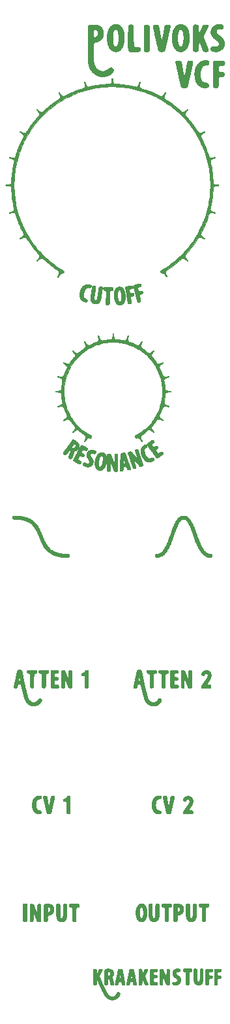
<source format=gbr>
G04 #@! TF.GenerationSoftware,KiCad,Pcbnew,(5.1.4)-1*
G04 #@! TF.CreationDate,2019-09-21T23:51:01+02:00*
G04 #@! TF.ProjectId,PolivoksVCF_panel,506f6c69-766f-46b7-9356-43465f70616e,rev?*
G04 #@! TF.SameCoordinates,Original*
G04 #@! TF.FileFunction,Legend,Top*
G04 #@! TF.FilePolarity,Positive*
%FSLAX46Y46*%
G04 Gerber Fmt 4.6, Leading zero omitted, Abs format (unit mm)*
G04 Created by KiCad (PCBNEW (5.1.4)-1) date 2019-09-21 23:51:01*
%MOMM*%
%LPD*%
G04 APERTURE LIST*
%ADD10C,0.010000*%
%ADD11C,0.150000*%
G04 APERTURE END LIST*
D10*
G36*
X46788002Y-144079527D02*
G01*
X46836611Y-144079571D01*
X46878437Y-144079659D01*
X46914054Y-144079804D01*
X46944041Y-144080018D01*
X46968974Y-144080316D01*
X46989428Y-144080708D01*
X47005982Y-144081208D01*
X47019211Y-144081828D01*
X47029692Y-144082581D01*
X47038002Y-144083480D01*
X47044717Y-144084538D01*
X47050415Y-144085766D01*
X47053500Y-144086567D01*
X47089757Y-144099577D01*
X47119585Y-144117083D01*
X47143042Y-144139184D01*
X47160186Y-144165980D01*
X47171075Y-144197570D01*
X47175767Y-144234054D01*
X47174322Y-144275531D01*
X47172541Y-144290090D01*
X47166578Y-144322791D01*
X47158607Y-144348898D01*
X47148043Y-144369626D01*
X47134297Y-144386190D01*
X47120867Y-144397086D01*
X47108756Y-144404757D01*
X47096049Y-144411061D01*
X47081762Y-144416175D01*
X47064913Y-144420275D01*
X47044519Y-144423536D01*
X47019597Y-144426134D01*
X46989165Y-144428245D01*
X46952239Y-144430046D01*
X46932385Y-144430834D01*
X46890404Y-144432727D01*
X46855397Y-144435101D01*
X46826407Y-144438170D01*
X46802474Y-144442147D01*
X46782641Y-144447248D01*
X46765949Y-144453684D01*
X46751439Y-144461671D01*
X46738153Y-144471421D01*
X46733814Y-144475115D01*
X46719767Y-144491208D01*
X46706997Y-144512887D01*
X46696800Y-144537800D01*
X46693814Y-144547828D01*
X46691768Y-144558486D01*
X46689484Y-144575254D01*
X46687169Y-144596319D01*
X46685028Y-144619864D01*
X46683778Y-144636340D01*
X46681432Y-144696382D01*
X46683125Y-144750246D01*
X46688824Y-144797817D01*
X46698496Y-144838978D01*
X46712106Y-144873615D01*
X46729621Y-144901612D01*
X46751007Y-144922852D01*
X46770563Y-144934754D01*
X46780972Y-144939117D01*
X46792485Y-144942693D01*
X46806252Y-144945653D01*
X46823422Y-144948166D01*
X46845145Y-144950403D01*
X46872570Y-144952533D01*
X46904672Y-144954596D01*
X46943342Y-144957580D01*
X46979721Y-144961646D01*
X47012525Y-144966589D01*
X47040471Y-144972205D01*
X47062278Y-144978288D01*
X47068983Y-144980803D01*
X47096589Y-144996383D01*
X47119146Y-145017733D01*
X47136251Y-145044188D01*
X47147502Y-145075080D01*
X47152495Y-145109746D01*
X47152719Y-145119214D01*
X47149504Y-145155580D01*
X47140276Y-145190014D01*
X47125662Y-145221380D01*
X47106287Y-145248538D01*
X47082777Y-145270352D01*
X47062911Y-145282471D01*
X47044110Y-145289351D01*
X47018762Y-145295107D01*
X46988203Y-145299551D01*
X46953769Y-145302493D01*
X46916793Y-145303743D01*
X46912609Y-145303769D01*
X46877844Y-145304959D01*
X46844107Y-145308108D01*
X46813150Y-145312946D01*
X46786729Y-145319206D01*
X46768112Y-145325908D01*
X46742553Y-145340696D01*
X46722309Y-145359680D01*
X46706764Y-145383725D01*
X46695299Y-145413693D01*
X46690069Y-145435142D01*
X46688697Y-145442721D01*
X46687492Y-145451506D01*
X46686436Y-145462107D01*
X46685509Y-145475138D01*
X46684693Y-145491209D01*
X46683967Y-145510934D01*
X46683312Y-145534923D01*
X46682709Y-145563788D01*
X46682139Y-145598141D01*
X46681582Y-145638594D01*
X46681020Y-145685759D01*
X46680432Y-145740248D01*
X46680430Y-145740437D01*
X46679826Y-145795869D01*
X46679236Y-145843910D01*
X46678644Y-145885106D01*
X46678035Y-145920004D01*
X46677391Y-145949151D01*
X46676697Y-145973093D01*
X46675937Y-145992377D01*
X46675094Y-146007549D01*
X46674153Y-146019155D01*
X46673097Y-146027743D01*
X46671911Y-146033858D01*
X46671758Y-146034453D01*
X46659725Y-146068838D01*
X46643220Y-146096853D01*
X46621776Y-146118982D01*
X46594923Y-146135711D01*
X46562488Y-146147445D01*
X46546599Y-146150456D01*
X46525094Y-146152854D01*
X46500277Y-146154544D01*
X46474453Y-146155436D01*
X46449925Y-146155436D01*
X46428998Y-146154453D01*
X46418304Y-146153224D01*
X46382904Y-146144418D01*
X46352326Y-146130291D01*
X46327167Y-146111241D01*
X46308029Y-146087663D01*
X46301738Y-146076102D01*
X46296530Y-146062644D01*
X46291051Y-146044535D01*
X46286233Y-146024967D01*
X46284815Y-146018053D01*
X46284000Y-146013524D01*
X46283249Y-146008547D01*
X46282558Y-146002797D01*
X46281927Y-145995952D01*
X46281351Y-145987688D01*
X46280829Y-145977681D01*
X46280357Y-145965608D01*
X46279934Y-145951146D01*
X46279556Y-145933972D01*
X46279222Y-145913761D01*
X46278927Y-145890190D01*
X46278671Y-145862936D01*
X46278450Y-145831676D01*
X46278262Y-145796086D01*
X46278103Y-145755842D01*
X46277973Y-145710622D01*
X46277867Y-145660101D01*
X46277784Y-145603956D01*
X46277720Y-145541864D01*
X46277674Y-145473501D01*
X46277642Y-145398545D01*
X46277623Y-145316670D01*
X46277613Y-145227555D01*
X46277609Y-145130875D01*
X46277609Y-145115359D01*
X46277616Y-145015018D01*
X46277638Y-144922319D01*
X46277677Y-144836965D01*
X46277735Y-144758661D01*
X46277813Y-144687109D01*
X46277914Y-144622014D01*
X46278038Y-144563081D01*
X46278189Y-144510012D01*
X46278367Y-144462512D01*
X46278574Y-144420284D01*
X46278813Y-144383033D01*
X46279086Y-144350463D01*
X46279393Y-144322277D01*
X46279736Y-144298179D01*
X46280118Y-144277873D01*
X46280541Y-144261064D01*
X46281005Y-144247454D01*
X46281514Y-144236748D01*
X46282068Y-144228650D01*
X46282670Y-144222864D01*
X46283049Y-144220406D01*
X46291796Y-144184118D01*
X46303919Y-144154536D01*
X46320115Y-144130893D01*
X46341082Y-144112423D01*
X46367518Y-144098359D01*
X46400120Y-144087936D01*
X46404609Y-144086863D01*
X46411050Y-144085474D01*
X46417919Y-144084271D01*
X46425809Y-144083241D01*
X46435307Y-144082370D01*
X46447004Y-144081645D01*
X46461491Y-144081053D01*
X46479356Y-144080581D01*
X46501190Y-144080216D01*
X46527582Y-144079943D01*
X46559123Y-144079751D01*
X46596402Y-144079625D01*
X46640009Y-144079553D01*
X46690534Y-144079521D01*
X46732031Y-144079515D01*
X46788002Y-144079527D01*
X46788002Y-144079527D01*
G37*
X46788002Y-144079527D02*
X46836611Y-144079571D01*
X46878437Y-144079659D01*
X46914054Y-144079804D01*
X46944041Y-144080018D01*
X46968974Y-144080316D01*
X46989428Y-144080708D01*
X47005982Y-144081208D01*
X47019211Y-144081828D01*
X47029692Y-144082581D01*
X47038002Y-144083480D01*
X47044717Y-144084538D01*
X47050415Y-144085766D01*
X47053500Y-144086567D01*
X47089757Y-144099577D01*
X47119585Y-144117083D01*
X47143042Y-144139184D01*
X47160186Y-144165980D01*
X47171075Y-144197570D01*
X47175767Y-144234054D01*
X47174322Y-144275531D01*
X47172541Y-144290090D01*
X47166578Y-144322791D01*
X47158607Y-144348898D01*
X47148043Y-144369626D01*
X47134297Y-144386190D01*
X47120867Y-144397086D01*
X47108756Y-144404757D01*
X47096049Y-144411061D01*
X47081762Y-144416175D01*
X47064913Y-144420275D01*
X47044519Y-144423536D01*
X47019597Y-144426134D01*
X46989165Y-144428245D01*
X46952239Y-144430046D01*
X46932385Y-144430834D01*
X46890404Y-144432727D01*
X46855397Y-144435101D01*
X46826407Y-144438170D01*
X46802474Y-144442147D01*
X46782641Y-144447248D01*
X46765949Y-144453684D01*
X46751439Y-144461671D01*
X46738153Y-144471421D01*
X46733814Y-144475115D01*
X46719767Y-144491208D01*
X46706997Y-144512887D01*
X46696800Y-144537800D01*
X46693814Y-144547828D01*
X46691768Y-144558486D01*
X46689484Y-144575254D01*
X46687169Y-144596319D01*
X46685028Y-144619864D01*
X46683778Y-144636340D01*
X46681432Y-144696382D01*
X46683125Y-144750246D01*
X46688824Y-144797817D01*
X46698496Y-144838978D01*
X46712106Y-144873615D01*
X46729621Y-144901612D01*
X46751007Y-144922852D01*
X46770563Y-144934754D01*
X46780972Y-144939117D01*
X46792485Y-144942693D01*
X46806252Y-144945653D01*
X46823422Y-144948166D01*
X46845145Y-144950403D01*
X46872570Y-144952533D01*
X46904672Y-144954596D01*
X46943342Y-144957580D01*
X46979721Y-144961646D01*
X47012525Y-144966589D01*
X47040471Y-144972205D01*
X47062278Y-144978288D01*
X47068983Y-144980803D01*
X47096589Y-144996383D01*
X47119146Y-145017733D01*
X47136251Y-145044188D01*
X47147502Y-145075080D01*
X47152495Y-145109746D01*
X47152719Y-145119214D01*
X47149504Y-145155580D01*
X47140276Y-145190014D01*
X47125662Y-145221380D01*
X47106287Y-145248538D01*
X47082777Y-145270352D01*
X47062911Y-145282471D01*
X47044110Y-145289351D01*
X47018762Y-145295107D01*
X46988203Y-145299551D01*
X46953769Y-145302493D01*
X46916793Y-145303743D01*
X46912609Y-145303769D01*
X46877844Y-145304959D01*
X46844107Y-145308108D01*
X46813150Y-145312946D01*
X46786729Y-145319206D01*
X46768112Y-145325908D01*
X46742553Y-145340696D01*
X46722309Y-145359680D01*
X46706764Y-145383725D01*
X46695299Y-145413693D01*
X46690069Y-145435142D01*
X46688697Y-145442721D01*
X46687492Y-145451506D01*
X46686436Y-145462107D01*
X46685509Y-145475138D01*
X46684693Y-145491209D01*
X46683967Y-145510934D01*
X46683312Y-145534923D01*
X46682709Y-145563788D01*
X46682139Y-145598141D01*
X46681582Y-145638594D01*
X46681020Y-145685759D01*
X46680432Y-145740248D01*
X46680430Y-145740437D01*
X46679826Y-145795869D01*
X46679236Y-145843910D01*
X46678644Y-145885106D01*
X46678035Y-145920004D01*
X46677391Y-145949151D01*
X46676697Y-145973093D01*
X46675937Y-145992377D01*
X46675094Y-146007549D01*
X46674153Y-146019155D01*
X46673097Y-146027743D01*
X46671911Y-146033858D01*
X46671758Y-146034453D01*
X46659725Y-146068838D01*
X46643220Y-146096853D01*
X46621776Y-146118982D01*
X46594923Y-146135711D01*
X46562488Y-146147445D01*
X46546599Y-146150456D01*
X46525094Y-146152854D01*
X46500277Y-146154544D01*
X46474453Y-146155436D01*
X46449925Y-146155436D01*
X46428998Y-146154453D01*
X46418304Y-146153224D01*
X46382904Y-146144418D01*
X46352326Y-146130291D01*
X46327167Y-146111241D01*
X46308029Y-146087663D01*
X46301738Y-146076102D01*
X46296530Y-146062644D01*
X46291051Y-146044535D01*
X46286233Y-146024967D01*
X46284815Y-146018053D01*
X46284000Y-146013524D01*
X46283249Y-146008547D01*
X46282558Y-146002797D01*
X46281927Y-145995952D01*
X46281351Y-145987688D01*
X46280829Y-145977681D01*
X46280357Y-145965608D01*
X46279934Y-145951146D01*
X46279556Y-145933972D01*
X46279222Y-145913761D01*
X46278927Y-145890190D01*
X46278671Y-145862936D01*
X46278450Y-145831676D01*
X46278262Y-145796086D01*
X46278103Y-145755842D01*
X46277973Y-145710622D01*
X46277867Y-145660101D01*
X46277784Y-145603956D01*
X46277720Y-145541864D01*
X46277674Y-145473501D01*
X46277642Y-145398545D01*
X46277623Y-145316670D01*
X46277613Y-145227555D01*
X46277609Y-145130875D01*
X46277609Y-145115359D01*
X46277616Y-145015018D01*
X46277638Y-144922319D01*
X46277677Y-144836965D01*
X46277735Y-144758661D01*
X46277813Y-144687109D01*
X46277914Y-144622014D01*
X46278038Y-144563081D01*
X46278189Y-144510012D01*
X46278367Y-144462512D01*
X46278574Y-144420284D01*
X46278813Y-144383033D01*
X46279086Y-144350463D01*
X46279393Y-144322277D01*
X46279736Y-144298179D01*
X46280118Y-144277873D01*
X46280541Y-144261064D01*
X46281005Y-144247454D01*
X46281514Y-144236748D01*
X46282068Y-144228650D01*
X46282670Y-144222864D01*
X46283049Y-144220406D01*
X46291796Y-144184118D01*
X46303919Y-144154536D01*
X46320115Y-144130893D01*
X46341082Y-144112423D01*
X46367518Y-144098359D01*
X46400120Y-144087936D01*
X46404609Y-144086863D01*
X46411050Y-144085474D01*
X46417919Y-144084271D01*
X46425809Y-144083241D01*
X46435307Y-144082370D01*
X46447004Y-144081645D01*
X46461491Y-144081053D01*
X46479356Y-144080581D01*
X46501190Y-144080216D01*
X46527582Y-144079943D01*
X46559123Y-144079751D01*
X46596402Y-144079625D01*
X46640009Y-144079553D01*
X46690534Y-144079521D01*
X46732031Y-144079515D01*
X46788002Y-144079527D01*
G36*
X45516081Y-144078053D02*
G01*
X45564304Y-144078223D01*
X45619818Y-144078482D01*
X45622766Y-144078497D01*
X45678881Y-144078782D01*
X45727664Y-144079057D01*
X45769719Y-144079369D01*
X45805649Y-144079766D01*
X45836060Y-144080296D01*
X45861556Y-144081004D01*
X45882742Y-144081940D01*
X45900221Y-144083149D01*
X45914598Y-144084680D01*
X45926478Y-144086580D01*
X45936466Y-144088896D01*
X45945165Y-144091675D01*
X45953180Y-144094965D01*
X45961115Y-144098813D01*
X45969576Y-144103266D01*
X45974809Y-144106063D01*
X46001411Y-144124446D01*
X46022041Y-144148002D01*
X46036662Y-144176636D01*
X46045240Y-144210253D01*
X46047738Y-144248757D01*
X46044237Y-144291253D01*
X46037796Y-144324824D01*
X46028759Y-144351790D01*
X46016424Y-144373256D01*
X46000093Y-144390324D01*
X45979065Y-144404097D01*
X45969741Y-144408676D01*
X45957794Y-144413736D01*
X45945682Y-144417834D01*
X45932292Y-144421122D01*
X45916508Y-144423753D01*
X45897218Y-144425878D01*
X45873307Y-144427648D01*
X45843660Y-144429215D01*
X45808104Y-144430696D01*
X45779612Y-144431943D01*
X45752319Y-144433422D01*
X45727701Y-144435029D01*
X45707233Y-144436665D01*
X45692391Y-144438227D01*
X45687057Y-144439037D01*
X45652524Y-144448743D01*
X45622968Y-144463694D01*
X45598954Y-144483466D01*
X45581050Y-144507637D01*
X45573632Y-144523654D01*
X45568385Y-144539540D01*
X45564206Y-144556850D01*
X45560931Y-144576856D01*
X45558397Y-144600825D01*
X45556442Y-144630027D01*
X45554902Y-144665731D01*
X45554725Y-144670859D01*
X45554440Y-144726179D01*
X45557577Y-144774597D01*
X45564198Y-144816404D01*
X45574364Y-144851891D01*
X45588137Y-144881347D01*
X45604374Y-144903733D01*
X45617902Y-144917568D01*
X45631620Y-144928415D01*
X45646793Y-144936693D01*
X45664684Y-144942824D01*
X45686560Y-144947229D01*
X45713684Y-144950328D01*
X45747322Y-144952542D01*
X45751750Y-144952763D01*
X45797705Y-144955780D01*
X45840142Y-144960117D01*
X45877861Y-144965609D01*
X45909661Y-144972092D01*
X45926728Y-144976802D01*
X45944486Y-144982955D01*
X45957607Y-144989308D01*
X45969214Y-144997713D01*
X45981923Y-145009519D01*
X46000697Y-145031705D01*
X46013656Y-145056206D01*
X46021520Y-145084712D01*
X46024484Y-145109406D01*
X46023427Y-145145767D01*
X46015567Y-145181418D01*
X46001497Y-145214709D01*
X45981814Y-145243988D01*
X45972247Y-145254462D01*
X45960057Y-145265919D01*
X45948063Y-145275256D01*
X45935244Y-145282742D01*
X45920578Y-145288649D01*
X45903043Y-145293246D01*
X45881618Y-145296803D01*
X45855280Y-145299592D01*
X45823008Y-145301882D01*
X45785484Y-145303862D01*
X45744393Y-145306268D01*
X45710248Y-145309381D01*
X45682070Y-145313455D01*
X45658879Y-145318746D01*
X45639698Y-145325508D01*
X45623546Y-145333997D01*
X45609445Y-145344469D01*
X45601567Y-145351804D01*
X45590512Y-145364800D01*
X45580540Y-145379684D01*
X45577178Y-145386007D01*
X45573333Y-145394381D01*
X45569988Y-145402421D01*
X45567103Y-145410731D01*
X45564635Y-145419915D01*
X45562543Y-145430576D01*
X45560785Y-145443321D01*
X45559321Y-145458751D01*
X45558108Y-145477472D01*
X45557105Y-145500087D01*
X45556270Y-145527201D01*
X45555563Y-145559418D01*
X45554941Y-145597341D01*
X45554363Y-145641575D01*
X45553787Y-145692724D01*
X45553369Y-145732500D01*
X45552776Y-145788712D01*
X45552214Y-145837587D01*
X45551638Y-145879727D01*
X45551000Y-145915731D01*
X45550255Y-145946202D01*
X45549355Y-145971739D01*
X45548255Y-145992943D01*
X45546907Y-146010415D01*
X45545265Y-146024755D01*
X45543284Y-146036565D01*
X45540915Y-146046445D01*
X45538113Y-146054996D01*
X45534831Y-146062819D01*
X45531024Y-146070513D01*
X45526643Y-146078680D01*
X45526567Y-146078820D01*
X45511405Y-146100335D01*
X45491317Y-146119833D01*
X45468855Y-146135068D01*
X45456160Y-146140910D01*
X45431432Y-146147934D01*
X45401355Y-146152980D01*
X45368307Y-146155867D01*
X45334671Y-146156418D01*
X45302825Y-146154452D01*
X45292971Y-146153199D01*
X45256677Y-146145261D01*
X45226591Y-146132735D01*
X45202228Y-146115148D01*
X45183104Y-146092030D01*
X45168734Y-146062909D01*
X45158633Y-146027314D01*
X45157464Y-146021425D01*
X45156676Y-146016912D01*
X45155950Y-146011820D01*
X45155282Y-146005830D01*
X45154671Y-145998620D01*
X45154114Y-145989868D01*
X45153608Y-145979253D01*
X45153151Y-145966453D01*
X45152741Y-145951148D01*
X45152374Y-145933016D01*
X45152050Y-145911736D01*
X45151764Y-145886985D01*
X45151515Y-145858444D01*
X45151300Y-145825789D01*
X45151117Y-145788701D01*
X45150963Y-145746857D01*
X45150836Y-145699936D01*
X45150733Y-145647618D01*
X45150652Y-145589579D01*
X45150590Y-145525500D01*
X45150545Y-145455059D01*
X45150514Y-145377933D01*
X45150496Y-145293803D01*
X45150487Y-145202346D01*
X45150484Y-145113375D01*
X45150492Y-145011763D01*
X45150517Y-144917806D01*
X45150561Y-144831223D01*
X45150625Y-144751731D01*
X45150710Y-144679049D01*
X45150819Y-144612895D01*
X45150954Y-144552985D01*
X45151115Y-144499040D01*
X45151304Y-144450776D01*
X45151523Y-144407911D01*
X45151774Y-144370164D01*
X45152059Y-144337252D01*
X45152378Y-144308894D01*
X45152734Y-144284807D01*
X45153127Y-144264710D01*
X45153561Y-144248320D01*
X45154036Y-144235356D01*
X45154554Y-144225535D01*
X45155117Y-144218575D01*
X45155676Y-144214453D01*
X45164945Y-144179182D01*
X45178695Y-144149973D01*
X45197399Y-144126395D01*
X45221532Y-144108014D01*
X45251565Y-144094400D01*
X45287973Y-144085119D01*
X45299313Y-144083247D01*
X45308510Y-144082028D01*
X45318837Y-144080989D01*
X45330912Y-144080120D01*
X45345349Y-144079412D01*
X45362764Y-144078857D01*
X45383775Y-144078446D01*
X45408995Y-144078168D01*
X45439043Y-144078017D01*
X45474533Y-144077981D01*
X45516081Y-144078053D01*
X45516081Y-144078053D01*
G37*
X45516081Y-144078053D02*
X45564304Y-144078223D01*
X45619818Y-144078482D01*
X45622766Y-144078497D01*
X45678881Y-144078782D01*
X45727664Y-144079057D01*
X45769719Y-144079369D01*
X45805649Y-144079766D01*
X45836060Y-144080296D01*
X45861556Y-144081004D01*
X45882742Y-144081940D01*
X45900221Y-144083149D01*
X45914598Y-144084680D01*
X45926478Y-144086580D01*
X45936466Y-144088896D01*
X45945165Y-144091675D01*
X45953180Y-144094965D01*
X45961115Y-144098813D01*
X45969576Y-144103266D01*
X45974809Y-144106063D01*
X46001411Y-144124446D01*
X46022041Y-144148002D01*
X46036662Y-144176636D01*
X46045240Y-144210253D01*
X46047738Y-144248757D01*
X46044237Y-144291253D01*
X46037796Y-144324824D01*
X46028759Y-144351790D01*
X46016424Y-144373256D01*
X46000093Y-144390324D01*
X45979065Y-144404097D01*
X45969741Y-144408676D01*
X45957794Y-144413736D01*
X45945682Y-144417834D01*
X45932292Y-144421122D01*
X45916508Y-144423753D01*
X45897218Y-144425878D01*
X45873307Y-144427648D01*
X45843660Y-144429215D01*
X45808104Y-144430696D01*
X45779612Y-144431943D01*
X45752319Y-144433422D01*
X45727701Y-144435029D01*
X45707233Y-144436665D01*
X45692391Y-144438227D01*
X45687057Y-144439037D01*
X45652524Y-144448743D01*
X45622968Y-144463694D01*
X45598954Y-144483466D01*
X45581050Y-144507637D01*
X45573632Y-144523654D01*
X45568385Y-144539540D01*
X45564206Y-144556850D01*
X45560931Y-144576856D01*
X45558397Y-144600825D01*
X45556442Y-144630027D01*
X45554902Y-144665731D01*
X45554725Y-144670859D01*
X45554440Y-144726179D01*
X45557577Y-144774597D01*
X45564198Y-144816404D01*
X45574364Y-144851891D01*
X45588137Y-144881347D01*
X45604374Y-144903733D01*
X45617902Y-144917568D01*
X45631620Y-144928415D01*
X45646793Y-144936693D01*
X45664684Y-144942824D01*
X45686560Y-144947229D01*
X45713684Y-144950328D01*
X45747322Y-144952542D01*
X45751750Y-144952763D01*
X45797705Y-144955780D01*
X45840142Y-144960117D01*
X45877861Y-144965609D01*
X45909661Y-144972092D01*
X45926728Y-144976802D01*
X45944486Y-144982955D01*
X45957607Y-144989308D01*
X45969214Y-144997713D01*
X45981923Y-145009519D01*
X46000697Y-145031705D01*
X46013656Y-145056206D01*
X46021520Y-145084712D01*
X46024484Y-145109406D01*
X46023427Y-145145767D01*
X46015567Y-145181418D01*
X46001497Y-145214709D01*
X45981814Y-145243988D01*
X45972247Y-145254462D01*
X45960057Y-145265919D01*
X45948063Y-145275256D01*
X45935244Y-145282742D01*
X45920578Y-145288649D01*
X45903043Y-145293246D01*
X45881618Y-145296803D01*
X45855280Y-145299592D01*
X45823008Y-145301882D01*
X45785484Y-145303862D01*
X45744393Y-145306268D01*
X45710248Y-145309381D01*
X45682070Y-145313455D01*
X45658879Y-145318746D01*
X45639698Y-145325508D01*
X45623546Y-145333997D01*
X45609445Y-145344469D01*
X45601567Y-145351804D01*
X45590512Y-145364800D01*
X45580540Y-145379684D01*
X45577178Y-145386007D01*
X45573333Y-145394381D01*
X45569988Y-145402421D01*
X45567103Y-145410731D01*
X45564635Y-145419915D01*
X45562543Y-145430576D01*
X45560785Y-145443321D01*
X45559321Y-145458751D01*
X45558108Y-145477472D01*
X45557105Y-145500087D01*
X45556270Y-145527201D01*
X45555563Y-145559418D01*
X45554941Y-145597341D01*
X45554363Y-145641575D01*
X45553787Y-145692724D01*
X45553369Y-145732500D01*
X45552776Y-145788712D01*
X45552214Y-145837587D01*
X45551638Y-145879727D01*
X45551000Y-145915731D01*
X45550255Y-145946202D01*
X45549355Y-145971739D01*
X45548255Y-145992943D01*
X45546907Y-146010415D01*
X45545265Y-146024755D01*
X45543284Y-146036565D01*
X45540915Y-146046445D01*
X45538113Y-146054996D01*
X45534831Y-146062819D01*
X45531024Y-146070513D01*
X45526643Y-146078680D01*
X45526567Y-146078820D01*
X45511405Y-146100335D01*
X45491317Y-146119833D01*
X45468855Y-146135068D01*
X45456160Y-146140910D01*
X45431432Y-146147934D01*
X45401355Y-146152980D01*
X45368307Y-146155867D01*
X45334671Y-146156418D01*
X45302825Y-146154452D01*
X45292971Y-146153199D01*
X45256677Y-146145261D01*
X45226591Y-146132735D01*
X45202228Y-146115148D01*
X45183104Y-146092030D01*
X45168734Y-146062909D01*
X45158633Y-146027314D01*
X45157464Y-146021425D01*
X45156676Y-146016912D01*
X45155950Y-146011820D01*
X45155282Y-146005830D01*
X45154671Y-145998620D01*
X45154114Y-145989868D01*
X45153608Y-145979253D01*
X45153151Y-145966453D01*
X45152741Y-145951148D01*
X45152374Y-145933016D01*
X45152050Y-145911736D01*
X45151764Y-145886985D01*
X45151515Y-145858444D01*
X45151300Y-145825789D01*
X45151117Y-145788701D01*
X45150963Y-145746857D01*
X45150836Y-145699936D01*
X45150733Y-145647618D01*
X45150652Y-145589579D01*
X45150590Y-145525500D01*
X45150545Y-145455059D01*
X45150514Y-145377933D01*
X45150496Y-145293803D01*
X45150487Y-145202346D01*
X45150484Y-145113375D01*
X45150492Y-145011763D01*
X45150517Y-144917806D01*
X45150561Y-144831223D01*
X45150625Y-144751731D01*
X45150710Y-144679049D01*
X45150819Y-144612895D01*
X45150954Y-144552985D01*
X45151115Y-144499040D01*
X45151304Y-144450776D01*
X45151523Y-144407911D01*
X45151774Y-144370164D01*
X45152059Y-144337252D01*
X45152378Y-144308894D01*
X45152734Y-144284807D01*
X45153127Y-144264710D01*
X45153561Y-144248320D01*
X45154036Y-144235356D01*
X45154554Y-144225535D01*
X45155117Y-144218575D01*
X45155676Y-144214453D01*
X45164945Y-144179182D01*
X45178695Y-144149973D01*
X45197399Y-144126395D01*
X45221532Y-144108014D01*
X45251565Y-144094400D01*
X45287973Y-144085119D01*
X45299313Y-144083247D01*
X45308510Y-144082028D01*
X45318837Y-144080989D01*
X45330912Y-144080120D01*
X45345349Y-144079412D01*
X45362764Y-144078857D01*
X45383775Y-144078446D01*
X45408995Y-144078168D01*
X45439043Y-144078017D01*
X45474533Y-144077981D01*
X45516081Y-144078053D01*
G36*
X44658496Y-144052988D02*
G01*
X44697987Y-144063679D01*
X44722134Y-144073744D01*
X44752748Y-144091759D01*
X44777160Y-144114103D01*
X44796140Y-144141650D01*
X44809622Y-144172781D01*
X44810598Y-144175842D01*
X44811485Y-144179315D01*
X44812289Y-144183573D01*
X44813011Y-144188989D01*
X44813658Y-144195935D01*
X44814233Y-144204785D01*
X44814741Y-144215910D01*
X44815185Y-144229685D01*
X44815570Y-144246481D01*
X44815900Y-144266672D01*
X44816180Y-144290631D01*
X44816412Y-144318729D01*
X44816603Y-144351341D01*
X44816755Y-144388838D01*
X44816874Y-144431594D01*
X44816963Y-144479981D01*
X44817026Y-144534373D01*
X44817068Y-144595141D01*
X44817093Y-144662659D01*
X44817106Y-144737300D01*
X44817109Y-144819436D01*
X44817109Y-144920887D01*
X44817100Y-144998683D01*
X44817074Y-145069361D01*
X44817022Y-145133329D01*
X44816933Y-145190998D01*
X44816798Y-145242777D01*
X44816607Y-145289075D01*
X44816351Y-145330302D01*
X44816021Y-145366867D01*
X44815606Y-145399180D01*
X44815098Y-145427650D01*
X44814486Y-145452687D01*
X44813761Y-145474700D01*
X44812914Y-145494098D01*
X44811935Y-145511292D01*
X44810814Y-145526690D01*
X44809542Y-145540702D01*
X44808109Y-145553737D01*
X44806506Y-145566205D01*
X44804724Y-145578516D01*
X44802751Y-145591079D01*
X44800580Y-145604303D01*
X44798929Y-145614218D01*
X44782875Y-145692523D01*
X44761800Y-145765002D01*
X44735761Y-145831576D01*
X44704817Y-145892164D01*
X44669026Y-145946686D01*
X44628445Y-145995062D01*
X44583133Y-146037210D01*
X44533147Y-146073051D01*
X44478545Y-146102504D01*
X44433900Y-146120601D01*
X44379600Y-146136543D01*
X44320818Y-146148008D01*
X44259785Y-146154756D01*
X44198733Y-146156545D01*
X44139893Y-146153134D01*
X44136469Y-146152758D01*
X44068067Y-146141501D01*
X44004002Y-146123770D01*
X43944445Y-146099683D01*
X43889571Y-146069358D01*
X43839552Y-146032910D01*
X43794562Y-145990460D01*
X43754774Y-145942123D01*
X43720361Y-145888018D01*
X43705938Y-145860313D01*
X43690310Y-145824691D01*
X43676091Y-145784755D01*
X43663156Y-145739947D01*
X43651379Y-145689709D01*
X43640638Y-145633484D01*
X43630806Y-145570713D01*
X43621758Y-145500839D01*
X43617873Y-145466594D01*
X43616985Y-145457528D01*
X43616174Y-145447113D01*
X43615436Y-145434942D01*
X43614766Y-145420609D01*
X43614158Y-145403705D01*
X43613606Y-145383825D01*
X43613107Y-145360560D01*
X43612655Y-145333504D01*
X43612243Y-145302251D01*
X43611868Y-145266391D01*
X43611524Y-145225520D01*
X43611205Y-145179229D01*
X43610907Y-145127112D01*
X43610624Y-145068762D01*
X43610350Y-145003771D01*
X43610082Y-144931732D01*
X43609812Y-144852239D01*
X43609762Y-144836554D01*
X43609502Y-144752769D01*
X43609290Y-144676535D01*
X43609137Y-144607465D01*
X43609049Y-144545173D01*
X43609035Y-144489272D01*
X43609103Y-144439375D01*
X43609262Y-144395097D01*
X43609521Y-144356051D01*
X43609887Y-144321849D01*
X43610369Y-144292106D01*
X43610976Y-144266435D01*
X43611715Y-144244450D01*
X43612596Y-144225763D01*
X43613625Y-144209988D01*
X43614813Y-144196740D01*
X43616168Y-144185630D01*
X43617696Y-144176273D01*
X43619408Y-144168283D01*
X43621312Y-144161272D01*
X43623415Y-144154854D01*
X43624619Y-144151547D01*
X43636597Y-144125669D01*
X43651514Y-144105622D01*
X43670470Y-144090582D01*
X43694568Y-144079726D01*
X43724908Y-144072230D01*
X43732310Y-144070984D01*
X43756003Y-144068102D01*
X43783422Y-144066114D01*
X43812452Y-144065046D01*
X43840978Y-144064927D01*
X43866884Y-144065782D01*
X43888056Y-144067639D01*
X43895939Y-144068899D01*
X43930208Y-144078730D01*
X43959042Y-144093514D01*
X43981976Y-144112939D01*
X43998548Y-144136692D01*
X43999443Y-144138480D01*
X44002364Y-144144425D01*
X44005029Y-144150025D01*
X44007452Y-144155654D01*
X44009644Y-144161683D01*
X44011620Y-144168487D01*
X44013392Y-144176437D01*
X44014975Y-144185907D01*
X44016382Y-144197269D01*
X44017624Y-144210896D01*
X44018717Y-144227162D01*
X44019673Y-144246439D01*
X44020506Y-144269099D01*
X44021228Y-144295516D01*
X44021853Y-144326063D01*
X44022395Y-144361112D01*
X44022866Y-144401037D01*
X44023279Y-144446209D01*
X44023649Y-144497002D01*
X44023988Y-144553790D01*
X44024310Y-144616944D01*
X44024628Y-144686837D01*
X44024955Y-144763843D01*
X44025304Y-144848334D01*
X44025383Y-144867312D01*
X44025729Y-144950555D01*
X44026051Y-145026246D01*
X44026353Y-145094775D01*
X44026644Y-145156527D01*
X44026928Y-145211890D01*
X44027213Y-145261250D01*
X44027504Y-145304995D01*
X44027808Y-145343511D01*
X44028131Y-145377187D01*
X44028479Y-145406408D01*
X44028859Y-145431561D01*
X44029277Y-145453035D01*
X44029739Y-145471215D01*
X44030251Y-145486489D01*
X44030821Y-145499244D01*
X44031453Y-145509866D01*
X44032154Y-145518744D01*
X44032931Y-145526263D01*
X44033790Y-145532811D01*
X44034738Y-145538774D01*
X44035779Y-145544541D01*
X44036430Y-145547953D01*
X44047393Y-145595673D01*
X44060766Y-145636680D01*
X44076978Y-145671949D01*
X44096459Y-145702454D01*
X44113559Y-145722882D01*
X44136490Y-145744201D01*
X44159762Y-145758608D01*
X44185338Y-145766962D01*
X44215180Y-145770119D01*
X44221797Y-145770203D01*
X44240401Y-145769871D01*
X44253929Y-145768512D01*
X44265228Y-145765583D01*
X44277147Y-145760542D01*
X44280195Y-145759066D01*
X44305111Y-145742529D01*
X44327746Y-145718699D01*
X44347970Y-145687921D01*
X44365655Y-145650541D01*
X44380672Y-145606907D01*
X44392891Y-145557364D01*
X44402184Y-145502258D01*
X44408422Y-145441936D01*
X44410364Y-145409724D01*
X44410820Y-145395971D01*
X44411262Y-145374828D01*
X44411687Y-145346842D01*
X44412092Y-145312562D01*
X44412473Y-145272533D01*
X44412827Y-145227304D01*
X44413150Y-145177423D01*
X44413438Y-145123436D01*
X44413690Y-145065890D01*
X44413900Y-145005335D01*
X44414066Y-144942316D01*
X44414184Y-144877381D01*
X44414251Y-144811078D01*
X44414262Y-144785953D01*
X44414280Y-144707238D01*
X44414298Y-144636047D01*
X44414333Y-144571969D01*
X44414401Y-144514588D01*
X44414520Y-144463494D01*
X44414706Y-144418273D01*
X44414976Y-144378511D01*
X44415347Y-144343797D01*
X44415836Y-144313716D01*
X44416459Y-144287857D01*
X44417234Y-144265806D01*
X44418177Y-144247151D01*
X44419305Y-144231478D01*
X44420636Y-144218374D01*
X44422185Y-144207427D01*
X44423970Y-144198224D01*
X44426008Y-144190351D01*
X44428315Y-144183396D01*
X44430909Y-144176947D01*
X44433805Y-144170589D01*
X44437022Y-144163910D01*
X44439888Y-144157950D01*
X44459498Y-144125310D01*
X44484273Y-144098166D01*
X44513438Y-144076750D01*
X44546217Y-144061293D01*
X44581837Y-144052026D01*
X44619522Y-144049181D01*
X44658496Y-144052988D01*
X44658496Y-144052988D01*
G37*
X44658496Y-144052988D02*
X44697987Y-144063679D01*
X44722134Y-144073744D01*
X44752748Y-144091759D01*
X44777160Y-144114103D01*
X44796140Y-144141650D01*
X44809622Y-144172781D01*
X44810598Y-144175842D01*
X44811485Y-144179315D01*
X44812289Y-144183573D01*
X44813011Y-144188989D01*
X44813658Y-144195935D01*
X44814233Y-144204785D01*
X44814741Y-144215910D01*
X44815185Y-144229685D01*
X44815570Y-144246481D01*
X44815900Y-144266672D01*
X44816180Y-144290631D01*
X44816412Y-144318729D01*
X44816603Y-144351341D01*
X44816755Y-144388838D01*
X44816874Y-144431594D01*
X44816963Y-144479981D01*
X44817026Y-144534373D01*
X44817068Y-144595141D01*
X44817093Y-144662659D01*
X44817106Y-144737300D01*
X44817109Y-144819436D01*
X44817109Y-144920887D01*
X44817100Y-144998683D01*
X44817074Y-145069361D01*
X44817022Y-145133329D01*
X44816933Y-145190998D01*
X44816798Y-145242777D01*
X44816607Y-145289075D01*
X44816351Y-145330302D01*
X44816021Y-145366867D01*
X44815606Y-145399180D01*
X44815098Y-145427650D01*
X44814486Y-145452687D01*
X44813761Y-145474700D01*
X44812914Y-145494098D01*
X44811935Y-145511292D01*
X44810814Y-145526690D01*
X44809542Y-145540702D01*
X44808109Y-145553737D01*
X44806506Y-145566205D01*
X44804724Y-145578516D01*
X44802751Y-145591079D01*
X44800580Y-145604303D01*
X44798929Y-145614218D01*
X44782875Y-145692523D01*
X44761800Y-145765002D01*
X44735761Y-145831576D01*
X44704817Y-145892164D01*
X44669026Y-145946686D01*
X44628445Y-145995062D01*
X44583133Y-146037210D01*
X44533147Y-146073051D01*
X44478545Y-146102504D01*
X44433900Y-146120601D01*
X44379600Y-146136543D01*
X44320818Y-146148008D01*
X44259785Y-146154756D01*
X44198733Y-146156545D01*
X44139893Y-146153134D01*
X44136469Y-146152758D01*
X44068067Y-146141501D01*
X44004002Y-146123770D01*
X43944445Y-146099683D01*
X43889571Y-146069358D01*
X43839552Y-146032910D01*
X43794562Y-145990460D01*
X43754774Y-145942123D01*
X43720361Y-145888018D01*
X43705938Y-145860313D01*
X43690310Y-145824691D01*
X43676091Y-145784755D01*
X43663156Y-145739947D01*
X43651379Y-145689709D01*
X43640638Y-145633484D01*
X43630806Y-145570713D01*
X43621758Y-145500839D01*
X43617873Y-145466594D01*
X43616985Y-145457528D01*
X43616174Y-145447113D01*
X43615436Y-145434942D01*
X43614766Y-145420609D01*
X43614158Y-145403705D01*
X43613606Y-145383825D01*
X43613107Y-145360560D01*
X43612655Y-145333504D01*
X43612243Y-145302251D01*
X43611868Y-145266391D01*
X43611524Y-145225520D01*
X43611205Y-145179229D01*
X43610907Y-145127112D01*
X43610624Y-145068762D01*
X43610350Y-145003771D01*
X43610082Y-144931732D01*
X43609812Y-144852239D01*
X43609762Y-144836554D01*
X43609502Y-144752769D01*
X43609290Y-144676535D01*
X43609137Y-144607465D01*
X43609049Y-144545173D01*
X43609035Y-144489272D01*
X43609103Y-144439375D01*
X43609262Y-144395097D01*
X43609521Y-144356051D01*
X43609887Y-144321849D01*
X43610369Y-144292106D01*
X43610976Y-144266435D01*
X43611715Y-144244450D01*
X43612596Y-144225763D01*
X43613625Y-144209988D01*
X43614813Y-144196740D01*
X43616168Y-144185630D01*
X43617696Y-144176273D01*
X43619408Y-144168283D01*
X43621312Y-144161272D01*
X43623415Y-144154854D01*
X43624619Y-144151547D01*
X43636597Y-144125669D01*
X43651514Y-144105622D01*
X43670470Y-144090582D01*
X43694568Y-144079726D01*
X43724908Y-144072230D01*
X43732310Y-144070984D01*
X43756003Y-144068102D01*
X43783422Y-144066114D01*
X43812452Y-144065046D01*
X43840978Y-144064927D01*
X43866884Y-144065782D01*
X43888056Y-144067639D01*
X43895939Y-144068899D01*
X43930208Y-144078730D01*
X43959042Y-144093514D01*
X43981976Y-144112939D01*
X43998548Y-144136692D01*
X43999443Y-144138480D01*
X44002364Y-144144425D01*
X44005029Y-144150025D01*
X44007452Y-144155654D01*
X44009644Y-144161683D01*
X44011620Y-144168487D01*
X44013392Y-144176437D01*
X44014975Y-144185907D01*
X44016382Y-144197269D01*
X44017624Y-144210896D01*
X44018717Y-144227162D01*
X44019673Y-144246439D01*
X44020506Y-144269099D01*
X44021228Y-144295516D01*
X44021853Y-144326063D01*
X44022395Y-144361112D01*
X44022866Y-144401037D01*
X44023279Y-144446209D01*
X44023649Y-144497002D01*
X44023988Y-144553790D01*
X44024310Y-144616944D01*
X44024628Y-144686837D01*
X44024955Y-144763843D01*
X44025304Y-144848334D01*
X44025383Y-144867312D01*
X44025729Y-144950555D01*
X44026051Y-145026246D01*
X44026353Y-145094775D01*
X44026644Y-145156527D01*
X44026928Y-145211890D01*
X44027213Y-145261250D01*
X44027504Y-145304995D01*
X44027808Y-145343511D01*
X44028131Y-145377187D01*
X44028479Y-145406408D01*
X44028859Y-145431561D01*
X44029277Y-145453035D01*
X44029739Y-145471215D01*
X44030251Y-145486489D01*
X44030821Y-145499244D01*
X44031453Y-145509866D01*
X44032154Y-145518744D01*
X44032931Y-145526263D01*
X44033790Y-145532811D01*
X44034738Y-145538774D01*
X44035779Y-145544541D01*
X44036430Y-145547953D01*
X44047393Y-145595673D01*
X44060766Y-145636680D01*
X44076978Y-145671949D01*
X44096459Y-145702454D01*
X44113559Y-145722882D01*
X44136490Y-145744201D01*
X44159762Y-145758608D01*
X44185338Y-145766962D01*
X44215180Y-145770119D01*
X44221797Y-145770203D01*
X44240401Y-145769871D01*
X44253929Y-145768512D01*
X44265228Y-145765583D01*
X44277147Y-145760542D01*
X44280195Y-145759066D01*
X44305111Y-145742529D01*
X44327746Y-145718699D01*
X44347970Y-145687921D01*
X44365655Y-145650541D01*
X44380672Y-145606907D01*
X44392891Y-145557364D01*
X44402184Y-145502258D01*
X44408422Y-145441936D01*
X44410364Y-145409724D01*
X44410820Y-145395971D01*
X44411262Y-145374828D01*
X44411687Y-145346842D01*
X44412092Y-145312562D01*
X44412473Y-145272533D01*
X44412827Y-145227304D01*
X44413150Y-145177423D01*
X44413438Y-145123436D01*
X44413690Y-145065890D01*
X44413900Y-145005335D01*
X44414066Y-144942316D01*
X44414184Y-144877381D01*
X44414251Y-144811078D01*
X44414262Y-144785953D01*
X44414280Y-144707238D01*
X44414298Y-144636047D01*
X44414333Y-144571969D01*
X44414401Y-144514588D01*
X44414520Y-144463494D01*
X44414706Y-144418273D01*
X44414976Y-144378511D01*
X44415347Y-144343797D01*
X44415836Y-144313716D01*
X44416459Y-144287857D01*
X44417234Y-144265806D01*
X44418177Y-144247151D01*
X44419305Y-144231478D01*
X44420636Y-144218374D01*
X44422185Y-144207427D01*
X44423970Y-144198224D01*
X44426008Y-144190351D01*
X44428315Y-144183396D01*
X44430909Y-144176947D01*
X44433805Y-144170589D01*
X44437022Y-144163910D01*
X44439888Y-144157950D01*
X44459498Y-144125310D01*
X44484273Y-144098166D01*
X44513438Y-144076750D01*
X44546217Y-144061293D01*
X44581837Y-144052026D01*
X44619522Y-144049181D01*
X44658496Y-144052988D01*
G36*
X43056069Y-144066166D02*
G01*
X43092902Y-144066380D01*
X43124668Y-144066747D01*
X43151846Y-144067287D01*
X43174914Y-144068025D01*
X43194350Y-144068981D01*
X43210633Y-144070180D01*
X43224242Y-144071643D01*
X43235654Y-144073393D01*
X43245349Y-144075452D01*
X43253804Y-144077843D01*
X43261498Y-144080589D01*
X43268911Y-144083712D01*
X43276519Y-144087234D01*
X43282945Y-144090296D01*
X43312634Y-144108575D01*
X43336892Y-144132177D01*
X43355499Y-144160441D01*
X43368237Y-144192705D01*
X43374888Y-144228308D01*
X43375232Y-144266588D01*
X43369051Y-144306884D01*
X43362406Y-144330871D01*
X43348760Y-144363546D01*
X43330801Y-144389793D01*
X43308150Y-144410074D01*
X43288763Y-144421226D01*
X43280804Y-144424808D01*
X43272829Y-144427860D01*
X43263701Y-144430628D01*
X43252283Y-144433363D01*
X43237440Y-144436311D01*
X43218036Y-144439721D01*
X43192934Y-144443842D01*
X43164757Y-144448328D01*
X43127961Y-144455188D01*
X43098045Y-144463316D01*
X43073978Y-144473276D01*
X43054733Y-144485633D01*
X43039282Y-144500951D01*
X43026596Y-144519795D01*
X43023288Y-144526000D01*
X43020847Y-144530670D01*
X43018616Y-144534885D01*
X43016586Y-144539004D01*
X43014744Y-144543387D01*
X43013082Y-144548392D01*
X43011588Y-144554379D01*
X43010252Y-144561708D01*
X43009063Y-144570737D01*
X43008011Y-144581826D01*
X43007085Y-144595334D01*
X43006274Y-144611621D01*
X43005568Y-144631045D01*
X43004957Y-144653966D01*
X43004429Y-144680743D01*
X43003975Y-144711736D01*
X43003583Y-144747304D01*
X43003243Y-144787805D01*
X43002944Y-144833600D01*
X43002677Y-144885048D01*
X43002429Y-144942507D01*
X43002192Y-145006338D01*
X43001953Y-145076899D01*
X43001703Y-145154550D01*
X43001431Y-145239650D01*
X43001326Y-145272125D01*
X43001037Y-145359740D01*
X43000762Y-145439775D01*
X43000497Y-145512584D01*
X43000237Y-145578524D01*
X42999979Y-145637952D01*
X42999716Y-145691224D01*
X42999445Y-145738695D01*
X42999162Y-145780722D01*
X42998862Y-145817662D01*
X42998540Y-145849871D01*
X42998191Y-145877704D01*
X42997812Y-145901518D01*
X42997398Y-145921669D01*
X42996944Y-145938514D01*
X42996446Y-145952409D01*
X42995899Y-145963709D01*
X42995299Y-145972772D01*
X42994641Y-145979952D01*
X42993921Y-145985608D01*
X42993135Y-145990094D01*
X42992277Y-145993768D01*
X42992191Y-145994087D01*
X42978250Y-146033297D01*
X42959037Y-146068191D01*
X42935181Y-146098025D01*
X42907307Y-146122056D01*
X42876042Y-146139539D01*
X42866479Y-146143262D01*
X42844959Y-146148796D01*
X42818982Y-146152357D01*
X42791852Y-146153639D01*
X42767757Y-146152437D01*
X42741677Y-146147819D01*
X42713392Y-146140075D01*
X42686891Y-146130390D01*
X42674694Y-146124755D01*
X42655337Y-146112105D01*
X42636217Y-146094870D01*
X42619909Y-146075636D01*
X42610518Y-146060347D01*
X42607695Y-146054691D01*
X42605114Y-146049539D01*
X42602766Y-146044527D01*
X42600637Y-146039292D01*
X42598716Y-146033472D01*
X42596992Y-146026703D01*
X42595452Y-146018623D01*
X42594086Y-146008868D01*
X42592880Y-145997075D01*
X42591824Y-145982882D01*
X42590905Y-145965926D01*
X42590112Y-145945842D01*
X42589434Y-145922270D01*
X42588858Y-145894844D01*
X42588372Y-145863203D01*
X42587965Y-145826984D01*
X42587625Y-145785823D01*
X42587341Y-145739357D01*
X42587100Y-145687224D01*
X42586891Y-145629060D01*
X42586702Y-145564503D01*
X42586522Y-145493189D01*
X42586338Y-145414755D01*
X42586138Y-145328839D01*
X42586084Y-145305859D01*
X42585871Y-145216424D01*
X42585667Y-145134569D01*
X42585463Y-145059934D01*
X42585246Y-144992162D01*
X42585007Y-144930894D01*
X42584734Y-144875773D01*
X42584417Y-144826438D01*
X42584045Y-144782534D01*
X42583607Y-144743700D01*
X42583093Y-144709579D01*
X42582491Y-144679813D01*
X42581790Y-144654043D01*
X42580981Y-144631911D01*
X42580052Y-144613058D01*
X42578992Y-144597127D01*
X42577790Y-144583759D01*
X42576437Y-144572595D01*
X42574920Y-144563278D01*
X42573230Y-144555449D01*
X42571354Y-144548750D01*
X42569284Y-144542822D01*
X42567007Y-144537308D01*
X42564513Y-144531848D01*
X42562640Y-144527884D01*
X42548688Y-144506062D01*
X42529262Y-144486052D01*
X42506813Y-144470098D01*
X42491756Y-144462966D01*
X42480565Y-144459650D01*
X42463400Y-144455634D01*
X42442146Y-144451310D01*
X42418691Y-144447073D01*
X42404379Y-144444741D01*
X42380504Y-144440743D01*
X42357697Y-144436420D01*
X42337846Y-144432169D01*
X42322838Y-144428381D01*
X42316958Y-144426500D01*
X42286840Y-144411461D01*
X42262516Y-144391003D01*
X42243884Y-144365024D01*
X42233443Y-144341453D01*
X42229007Y-144323353D01*
X42225956Y-144299616D01*
X42224391Y-144272436D01*
X42224411Y-144244007D01*
X42226116Y-144216525D01*
X42227284Y-144206354D01*
X42233482Y-144173293D01*
X42242806Y-144146592D01*
X42255937Y-144125057D01*
X42273559Y-144107495D01*
X42290407Y-144096053D01*
X42297759Y-144091679D01*
X42304362Y-144087783D01*
X42310694Y-144084334D01*
X42317232Y-144081305D01*
X42324453Y-144078667D01*
X42332833Y-144076390D01*
X42342851Y-144074446D01*
X42354982Y-144072807D01*
X42369705Y-144071443D01*
X42387495Y-144070325D01*
X42408831Y-144069426D01*
X42434189Y-144068716D01*
X42464047Y-144068166D01*
X42498881Y-144067748D01*
X42539168Y-144067433D01*
X42585386Y-144067192D01*
X42638012Y-144066996D01*
X42697522Y-144066817D01*
X42764395Y-144066626D01*
X42779156Y-144066582D01*
X42848500Y-144066375D01*
X42910385Y-144066208D01*
X42965289Y-144066102D01*
X43013691Y-144066081D01*
X43056069Y-144066166D01*
X43056069Y-144066166D01*
G37*
X43056069Y-144066166D02*
X43092902Y-144066380D01*
X43124668Y-144066747D01*
X43151846Y-144067287D01*
X43174914Y-144068025D01*
X43194350Y-144068981D01*
X43210633Y-144070180D01*
X43224242Y-144071643D01*
X43235654Y-144073393D01*
X43245349Y-144075452D01*
X43253804Y-144077843D01*
X43261498Y-144080589D01*
X43268911Y-144083712D01*
X43276519Y-144087234D01*
X43282945Y-144090296D01*
X43312634Y-144108575D01*
X43336892Y-144132177D01*
X43355499Y-144160441D01*
X43368237Y-144192705D01*
X43374888Y-144228308D01*
X43375232Y-144266588D01*
X43369051Y-144306884D01*
X43362406Y-144330871D01*
X43348760Y-144363546D01*
X43330801Y-144389793D01*
X43308150Y-144410074D01*
X43288763Y-144421226D01*
X43280804Y-144424808D01*
X43272829Y-144427860D01*
X43263701Y-144430628D01*
X43252283Y-144433363D01*
X43237440Y-144436311D01*
X43218036Y-144439721D01*
X43192934Y-144443842D01*
X43164757Y-144448328D01*
X43127961Y-144455188D01*
X43098045Y-144463316D01*
X43073978Y-144473276D01*
X43054733Y-144485633D01*
X43039282Y-144500951D01*
X43026596Y-144519795D01*
X43023288Y-144526000D01*
X43020847Y-144530670D01*
X43018616Y-144534885D01*
X43016586Y-144539004D01*
X43014744Y-144543387D01*
X43013082Y-144548392D01*
X43011588Y-144554379D01*
X43010252Y-144561708D01*
X43009063Y-144570737D01*
X43008011Y-144581826D01*
X43007085Y-144595334D01*
X43006274Y-144611621D01*
X43005568Y-144631045D01*
X43004957Y-144653966D01*
X43004429Y-144680743D01*
X43003975Y-144711736D01*
X43003583Y-144747304D01*
X43003243Y-144787805D01*
X43002944Y-144833600D01*
X43002677Y-144885048D01*
X43002429Y-144942507D01*
X43002192Y-145006338D01*
X43001953Y-145076899D01*
X43001703Y-145154550D01*
X43001431Y-145239650D01*
X43001326Y-145272125D01*
X43001037Y-145359740D01*
X43000762Y-145439775D01*
X43000497Y-145512584D01*
X43000237Y-145578524D01*
X42999979Y-145637952D01*
X42999716Y-145691224D01*
X42999445Y-145738695D01*
X42999162Y-145780722D01*
X42998862Y-145817662D01*
X42998540Y-145849871D01*
X42998191Y-145877704D01*
X42997812Y-145901518D01*
X42997398Y-145921669D01*
X42996944Y-145938514D01*
X42996446Y-145952409D01*
X42995899Y-145963709D01*
X42995299Y-145972772D01*
X42994641Y-145979952D01*
X42993921Y-145985608D01*
X42993135Y-145990094D01*
X42992277Y-145993768D01*
X42992191Y-145994087D01*
X42978250Y-146033297D01*
X42959037Y-146068191D01*
X42935181Y-146098025D01*
X42907307Y-146122056D01*
X42876042Y-146139539D01*
X42866479Y-146143262D01*
X42844959Y-146148796D01*
X42818982Y-146152357D01*
X42791852Y-146153639D01*
X42767757Y-146152437D01*
X42741677Y-146147819D01*
X42713392Y-146140075D01*
X42686891Y-146130390D01*
X42674694Y-146124755D01*
X42655337Y-146112105D01*
X42636217Y-146094870D01*
X42619909Y-146075636D01*
X42610518Y-146060347D01*
X42607695Y-146054691D01*
X42605114Y-146049539D01*
X42602766Y-146044527D01*
X42600637Y-146039292D01*
X42598716Y-146033472D01*
X42596992Y-146026703D01*
X42595452Y-146018623D01*
X42594086Y-146008868D01*
X42592880Y-145997075D01*
X42591824Y-145982882D01*
X42590905Y-145965926D01*
X42590112Y-145945842D01*
X42589434Y-145922270D01*
X42588858Y-145894844D01*
X42588372Y-145863203D01*
X42587965Y-145826984D01*
X42587625Y-145785823D01*
X42587341Y-145739357D01*
X42587100Y-145687224D01*
X42586891Y-145629060D01*
X42586702Y-145564503D01*
X42586522Y-145493189D01*
X42586338Y-145414755D01*
X42586138Y-145328839D01*
X42586084Y-145305859D01*
X42585871Y-145216424D01*
X42585667Y-145134569D01*
X42585463Y-145059934D01*
X42585246Y-144992162D01*
X42585007Y-144930894D01*
X42584734Y-144875773D01*
X42584417Y-144826438D01*
X42584045Y-144782534D01*
X42583607Y-144743700D01*
X42583093Y-144709579D01*
X42582491Y-144679813D01*
X42581790Y-144654043D01*
X42580981Y-144631911D01*
X42580052Y-144613058D01*
X42578992Y-144597127D01*
X42577790Y-144583759D01*
X42576437Y-144572595D01*
X42574920Y-144563278D01*
X42573230Y-144555449D01*
X42571354Y-144548750D01*
X42569284Y-144542822D01*
X42567007Y-144537308D01*
X42564513Y-144531848D01*
X42562640Y-144527884D01*
X42548688Y-144506062D01*
X42529262Y-144486052D01*
X42506813Y-144470098D01*
X42491756Y-144462966D01*
X42480565Y-144459650D01*
X42463400Y-144455634D01*
X42442146Y-144451310D01*
X42418691Y-144447073D01*
X42404379Y-144444741D01*
X42380504Y-144440743D01*
X42357697Y-144436420D01*
X42337846Y-144432169D01*
X42322838Y-144428381D01*
X42316958Y-144426500D01*
X42286840Y-144411461D01*
X42262516Y-144391003D01*
X42243884Y-144365024D01*
X42233443Y-144341453D01*
X42229007Y-144323353D01*
X42225956Y-144299616D01*
X42224391Y-144272436D01*
X42224411Y-144244007D01*
X42226116Y-144216525D01*
X42227284Y-144206354D01*
X42233482Y-144173293D01*
X42242806Y-144146592D01*
X42255937Y-144125057D01*
X42273559Y-144107495D01*
X42290407Y-144096053D01*
X42297759Y-144091679D01*
X42304362Y-144087783D01*
X42310694Y-144084334D01*
X42317232Y-144081305D01*
X42324453Y-144078667D01*
X42332833Y-144076390D01*
X42342851Y-144074446D01*
X42354982Y-144072807D01*
X42369705Y-144071443D01*
X42387495Y-144070325D01*
X42408831Y-144069426D01*
X42434189Y-144068716D01*
X42464047Y-144068166D01*
X42498881Y-144067748D01*
X42539168Y-144067433D01*
X42585386Y-144067192D01*
X42638012Y-144066996D01*
X42697522Y-144066817D01*
X42764395Y-144066626D01*
X42779156Y-144066582D01*
X42848500Y-144066375D01*
X42910385Y-144066208D01*
X42965289Y-144066102D01*
X43013691Y-144066081D01*
X43056069Y-144066166D01*
G36*
X41514819Y-144041464D02*
G01*
X41541241Y-144044547D01*
X41570803Y-144048809D01*
X41602002Y-144053979D01*
X41633333Y-144059790D01*
X41663295Y-144065973D01*
X41690382Y-144072257D01*
X41713093Y-144078374D01*
X41729923Y-144084055D01*
X41734058Y-144085849D01*
X41761585Y-144103131D01*
X41784118Y-144126007D01*
X41801237Y-144153585D01*
X41812521Y-144184972D01*
X41817551Y-144219277D01*
X41815907Y-144255605D01*
X41815438Y-144258807D01*
X41806136Y-144296423D01*
X41790719Y-144330334D01*
X41769768Y-144359713D01*
X41743862Y-144383730D01*
X41716624Y-144400154D01*
X41689734Y-144412890D01*
X41566703Y-144413546D01*
X41526095Y-144413892D01*
X41492462Y-144414526D01*
X41464845Y-144415556D01*
X41442283Y-144417088D01*
X41423817Y-144419229D01*
X41408486Y-144422085D01*
X41395331Y-144425763D01*
X41383391Y-144430370D01*
X41373685Y-144434991D01*
X41351784Y-144450145D01*
X41331340Y-144471876D01*
X41313057Y-144498858D01*
X41297641Y-144529767D01*
X41285800Y-144563276D01*
X41278238Y-144598061D01*
X41276100Y-144618170D01*
X41276122Y-144648452D01*
X41280614Y-144676058D01*
X41290140Y-144702223D01*
X41305266Y-144728179D01*
X41326555Y-144755162D01*
X41350106Y-144780014D01*
X41362141Y-144791680D01*
X41374577Y-144803079D01*
X41388169Y-144814794D01*
X41403670Y-144827408D01*
X41421834Y-144841504D01*
X41443414Y-144857665D01*
X41469165Y-144876475D01*
X41499839Y-144898516D01*
X41536191Y-144924371D01*
X41542349Y-144928733D01*
X41593953Y-144966113D01*
X41639227Y-145000782D01*
X41678988Y-145033478D01*
X41714055Y-145064939D01*
X41745245Y-145095902D01*
X41773377Y-145127107D01*
X41799268Y-145159290D01*
X41802062Y-145162984D01*
X41824665Y-145195735D01*
X41846497Y-145232328D01*
X41866243Y-145270276D01*
X41882585Y-145307093D01*
X41891904Y-145332739D01*
X41906412Y-145389808D01*
X41914890Y-145450800D01*
X41917373Y-145514518D01*
X41913895Y-145579765D01*
X41904491Y-145645341D01*
X41889196Y-145710049D01*
X41880242Y-145739041D01*
X41855247Y-145802014D01*
X41823769Y-145860522D01*
X41786012Y-145914378D01*
X41742178Y-145963393D01*
X41692471Y-146007380D01*
X41637095Y-146046151D01*
X41576252Y-146079518D01*
X41510147Y-146107293D01*
X41465500Y-146121952D01*
X41420681Y-146133395D01*
X41372515Y-146142565D01*
X41324594Y-146148867D01*
X41286906Y-146151518D01*
X41265756Y-146152322D01*
X41246284Y-146153129D01*
X41230477Y-146153851D01*
X41220325Y-146154402D01*
X41219438Y-146154462D01*
X41209420Y-146154633D01*
X41194038Y-146154266D01*
X41175843Y-146153437D01*
X41165859Y-146152832D01*
X41123227Y-146149057D01*
X41081489Y-146143251D01*
X41037207Y-146134901D01*
X41019688Y-146131109D01*
X40977492Y-146118997D01*
X40941791Y-146102751D01*
X40912107Y-146082033D01*
X40887963Y-146056501D01*
X40868882Y-146025818D01*
X40867378Y-146022754D01*
X40855253Y-145988616D01*
X40850296Y-145952434D01*
X40852480Y-145915509D01*
X40861774Y-145879146D01*
X40871005Y-145857635D01*
X40883481Y-145836563D01*
X40898729Y-145816550D01*
X40914893Y-145799783D01*
X40929157Y-145789003D01*
X40940094Y-145783033D01*
X40950950Y-145778315D01*
X40962613Y-145774820D01*
X40975969Y-145772518D01*
X40991905Y-145771380D01*
X41011308Y-145771376D01*
X41035064Y-145772476D01*
X41064060Y-145774651D01*
X41099183Y-145777872D01*
X41140063Y-145781980D01*
X41185089Y-145785878D01*
X41223895Y-145787492D01*
X41257892Y-145786718D01*
X41288492Y-145783450D01*
X41317106Y-145777583D01*
X41345147Y-145769014D01*
X41352923Y-145766178D01*
X41391468Y-145747823D01*
X41424831Y-145724032D01*
X41452559Y-145695431D01*
X41474202Y-145662645D01*
X41489308Y-145626301D01*
X41497427Y-145587025D01*
X41498753Y-145563828D01*
X41496754Y-145530109D01*
X41490143Y-145497866D01*
X41478522Y-145466473D01*
X41461495Y-145435301D01*
X41438663Y-145403722D01*
X41409630Y-145371110D01*
X41373997Y-145336835D01*
X41332312Y-145301046D01*
X41323308Y-145293945D01*
X41309088Y-145283090D01*
X41290862Y-145269385D01*
X41269839Y-145253739D01*
X41247229Y-145237058D01*
X41235078Y-145228153D01*
X41180099Y-145186801D01*
X41131393Y-145147606D01*
X41087922Y-145109634D01*
X41048647Y-145071950D01*
X41012532Y-145033621D01*
X40990496Y-145008203D01*
X40953697Y-144958397D01*
X40922477Y-144903714D01*
X40897171Y-144845239D01*
X40878115Y-144784055D01*
X40865644Y-144721246D01*
X40860096Y-144657896D01*
X40861805Y-144595089D01*
X40861950Y-144593469D01*
X40871964Y-144524214D01*
X40888953Y-144458086D01*
X40912612Y-144395475D01*
X40942638Y-144336774D01*
X40978729Y-144282372D01*
X41020579Y-144232662D01*
X41067886Y-144188034D01*
X41120347Y-144148881D01*
X41177658Y-144115593D01*
X41239515Y-144088562D01*
X41258723Y-144081795D01*
X41311455Y-144066601D01*
X41370107Y-144054074D01*
X41433018Y-144044533D01*
X41477406Y-144039910D01*
X41493039Y-144039829D01*
X41514819Y-144041464D01*
X41514819Y-144041464D01*
G37*
X41514819Y-144041464D02*
X41541241Y-144044547D01*
X41570803Y-144048809D01*
X41602002Y-144053979D01*
X41633333Y-144059790D01*
X41663295Y-144065973D01*
X41690382Y-144072257D01*
X41713093Y-144078374D01*
X41729923Y-144084055D01*
X41734058Y-144085849D01*
X41761585Y-144103131D01*
X41784118Y-144126007D01*
X41801237Y-144153585D01*
X41812521Y-144184972D01*
X41817551Y-144219277D01*
X41815907Y-144255605D01*
X41815438Y-144258807D01*
X41806136Y-144296423D01*
X41790719Y-144330334D01*
X41769768Y-144359713D01*
X41743862Y-144383730D01*
X41716624Y-144400154D01*
X41689734Y-144412890D01*
X41566703Y-144413546D01*
X41526095Y-144413892D01*
X41492462Y-144414526D01*
X41464845Y-144415556D01*
X41442283Y-144417088D01*
X41423817Y-144419229D01*
X41408486Y-144422085D01*
X41395331Y-144425763D01*
X41383391Y-144430370D01*
X41373685Y-144434991D01*
X41351784Y-144450145D01*
X41331340Y-144471876D01*
X41313057Y-144498858D01*
X41297641Y-144529767D01*
X41285800Y-144563276D01*
X41278238Y-144598061D01*
X41276100Y-144618170D01*
X41276122Y-144648452D01*
X41280614Y-144676058D01*
X41290140Y-144702223D01*
X41305266Y-144728179D01*
X41326555Y-144755162D01*
X41350106Y-144780014D01*
X41362141Y-144791680D01*
X41374577Y-144803079D01*
X41388169Y-144814794D01*
X41403670Y-144827408D01*
X41421834Y-144841504D01*
X41443414Y-144857665D01*
X41469165Y-144876475D01*
X41499839Y-144898516D01*
X41536191Y-144924371D01*
X41542349Y-144928733D01*
X41593953Y-144966113D01*
X41639227Y-145000782D01*
X41678988Y-145033478D01*
X41714055Y-145064939D01*
X41745245Y-145095902D01*
X41773377Y-145127107D01*
X41799268Y-145159290D01*
X41802062Y-145162984D01*
X41824665Y-145195735D01*
X41846497Y-145232328D01*
X41866243Y-145270276D01*
X41882585Y-145307093D01*
X41891904Y-145332739D01*
X41906412Y-145389808D01*
X41914890Y-145450800D01*
X41917373Y-145514518D01*
X41913895Y-145579765D01*
X41904491Y-145645341D01*
X41889196Y-145710049D01*
X41880242Y-145739041D01*
X41855247Y-145802014D01*
X41823769Y-145860522D01*
X41786012Y-145914378D01*
X41742178Y-145963393D01*
X41692471Y-146007380D01*
X41637095Y-146046151D01*
X41576252Y-146079518D01*
X41510147Y-146107293D01*
X41465500Y-146121952D01*
X41420681Y-146133395D01*
X41372515Y-146142565D01*
X41324594Y-146148867D01*
X41286906Y-146151518D01*
X41265756Y-146152322D01*
X41246284Y-146153129D01*
X41230477Y-146153851D01*
X41220325Y-146154402D01*
X41219438Y-146154462D01*
X41209420Y-146154633D01*
X41194038Y-146154266D01*
X41175843Y-146153437D01*
X41165859Y-146152832D01*
X41123227Y-146149057D01*
X41081489Y-146143251D01*
X41037207Y-146134901D01*
X41019688Y-146131109D01*
X40977492Y-146118997D01*
X40941791Y-146102751D01*
X40912107Y-146082033D01*
X40887963Y-146056501D01*
X40868882Y-146025818D01*
X40867378Y-146022754D01*
X40855253Y-145988616D01*
X40850296Y-145952434D01*
X40852480Y-145915509D01*
X40861774Y-145879146D01*
X40871005Y-145857635D01*
X40883481Y-145836563D01*
X40898729Y-145816550D01*
X40914893Y-145799783D01*
X40929157Y-145789003D01*
X40940094Y-145783033D01*
X40950950Y-145778315D01*
X40962613Y-145774820D01*
X40975969Y-145772518D01*
X40991905Y-145771380D01*
X41011308Y-145771376D01*
X41035064Y-145772476D01*
X41064060Y-145774651D01*
X41099183Y-145777872D01*
X41140063Y-145781980D01*
X41185089Y-145785878D01*
X41223895Y-145787492D01*
X41257892Y-145786718D01*
X41288492Y-145783450D01*
X41317106Y-145777583D01*
X41345147Y-145769014D01*
X41352923Y-145766178D01*
X41391468Y-145747823D01*
X41424831Y-145724032D01*
X41452559Y-145695431D01*
X41474202Y-145662645D01*
X41489308Y-145626301D01*
X41497427Y-145587025D01*
X41498753Y-145563828D01*
X41496754Y-145530109D01*
X41490143Y-145497866D01*
X41478522Y-145466473D01*
X41461495Y-145435301D01*
X41438663Y-145403722D01*
X41409630Y-145371110D01*
X41373997Y-145336835D01*
X41332312Y-145301046D01*
X41323308Y-145293945D01*
X41309088Y-145283090D01*
X41290862Y-145269385D01*
X41269839Y-145253739D01*
X41247229Y-145237058D01*
X41235078Y-145228153D01*
X41180099Y-145186801D01*
X41131393Y-145147606D01*
X41087922Y-145109634D01*
X41048647Y-145071950D01*
X41012532Y-145033621D01*
X40990496Y-145008203D01*
X40953697Y-144958397D01*
X40922477Y-144903714D01*
X40897171Y-144845239D01*
X40878115Y-144784055D01*
X40865644Y-144721246D01*
X40860096Y-144657896D01*
X40861805Y-144595089D01*
X40861950Y-144593469D01*
X40871964Y-144524214D01*
X40888953Y-144458086D01*
X40912612Y-144395475D01*
X40942638Y-144336774D01*
X40978729Y-144282372D01*
X41020579Y-144232662D01*
X41067886Y-144188034D01*
X41120347Y-144148881D01*
X41177658Y-144115593D01*
X41239515Y-144088562D01*
X41258723Y-144081795D01*
X41311455Y-144066601D01*
X41370107Y-144054074D01*
X41433018Y-144044533D01*
X41477406Y-144039910D01*
X41493039Y-144039829D01*
X41514819Y-144041464D01*
G36*
X39427547Y-144074835D02*
G01*
X39474613Y-144080327D01*
X39516063Y-144091314D01*
X39551844Y-144107774D01*
X39581904Y-144129686D01*
X39593731Y-144141519D01*
X39599961Y-144148577D01*
X39605920Y-144155819D01*
X39611791Y-144163660D01*
X39617756Y-144172508D01*
X39624000Y-144182777D01*
X39630704Y-144194878D01*
X39638052Y-144209222D01*
X39646227Y-144226221D01*
X39655413Y-144246286D01*
X39665791Y-144269828D01*
X39677545Y-144297260D01*
X39690858Y-144328993D01*
X39705913Y-144365437D01*
X39722893Y-144407006D01*
X39741981Y-144454109D01*
X39763361Y-144507160D01*
X39787214Y-144566568D01*
X39813724Y-144632747D01*
X39827388Y-144666890D01*
X39848675Y-144720059D01*
X39867298Y-144766455D01*
X39883521Y-144806684D01*
X39897607Y-144841351D01*
X39909821Y-144871061D01*
X39920426Y-144896419D01*
X39929688Y-144918031D01*
X39937868Y-144936501D01*
X39945233Y-144952435D01*
X39952045Y-144966437D01*
X39958569Y-144979114D01*
X39965068Y-144991070D01*
X39971807Y-145002910D01*
X39979050Y-145015239D01*
X39980197Y-145017171D01*
X39997861Y-145044382D01*
X40013956Y-145063911D01*
X40028589Y-145075835D01*
X40041869Y-145080229D01*
X40053904Y-145077172D01*
X40059162Y-145073180D01*
X40066785Y-145065384D01*
X40072302Y-145057428D01*
X40076946Y-145046966D01*
X40081949Y-145031654D01*
X40083226Y-145027379D01*
X40084379Y-145022957D01*
X40085407Y-145017598D01*
X40086319Y-145010811D01*
X40087127Y-145002108D01*
X40087844Y-144990995D01*
X40088479Y-144976985D01*
X40089044Y-144959585D01*
X40089550Y-144938305D01*
X40090008Y-144912655D01*
X40090431Y-144882145D01*
X40090828Y-144846283D01*
X40091211Y-144804579D01*
X40091591Y-144756543D01*
X40091980Y-144701685D01*
X40092388Y-144639513D01*
X40092504Y-144621250D01*
X40092960Y-144553061D01*
X40093422Y-144492432D01*
X40093896Y-144438985D01*
X40094391Y-144392342D01*
X40094911Y-144352124D01*
X40095466Y-144317955D01*
X40096061Y-144289456D01*
X40096705Y-144266249D01*
X40097403Y-144247956D01*
X40098162Y-144234200D01*
X40098991Y-144224603D01*
X40099895Y-144218786D01*
X40099984Y-144218422D01*
X40112733Y-144182528D01*
X40131171Y-144150797D01*
X40154487Y-144123800D01*
X40181869Y-144102110D01*
X40212504Y-144086299D01*
X40245583Y-144076940D01*
X40280291Y-144074604D01*
X40300981Y-144076715D01*
X40338342Y-144086577D01*
X40371177Y-144102875D01*
X40399182Y-144125324D01*
X40422055Y-144153638D01*
X40439492Y-144187534D01*
X40448565Y-144215445D01*
X40449338Y-144218802D01*
X40450051Y-144222831D01*
X40450707Y-144227849D01*
X40451307Y-144234170D01*
X40451855Y-144242110D01*
X40452353Y-144251985D01*
X40452803Y-144264110D01*
X40453208Y-144278800D01*
X40453569Y-144296371D01*
X40453890Y-144317138D01*
X40454173Y-144341417D01*
X40454419Y-144369523D01*
X40454633Y-144401771D01*
X40454815Y-144438478D01*
X40454968Y-144479957D01*
X40455095Y-144526526D01*
X40455199Y-144578499D01*
X40455280Y-144636192D01*
X40455343Y-144699920D01*
X40455389Y-144769998D01*
X40455421Y-144846743D01*
X40455440Y-144930469D01*
X40455450Y-145021491D01*
X40455453Y-145120126D01*
X40455453Y-145123297D01*
X40455451Y-145221991D01*
X40455443Y-145313064D01*
X40455427Y-145396832D01*
X40455400Y-145473610D01*
X40455360Y-145543715D01*
X40455304Y-145607463D01*
X40455229Y-145665169D01*
X40455133Y-145717150D01*
X40455014Y-145763722D01*
X40454869Y-145805201D01*
X40454696Y-145841903D01*
X40454491Y-145874144D01*
X40454253Y-145902239D01*
X40453979Y-145926506D01*
X40453666Y-145947260D01*
X40453312Y-145964817D01*
X40452914Y-145979493D01*
X40452470Y-145991604D01*
X40451977Y-146001466D01*
X40451433Y-146009396D01*
X40450835Y-146015709D01*
X40450181Y-146020722D01*
X40449468Y-146024750D01*
X40448694Y-146028109D01*
X40448204Y-146029918D01*
X40435901Y-146064626D01*
X40420247Y-146092641D01*
X40400511Y-146114759D01*
X40375964Y-146131780D01*
X40345877Y-146144501D01*
X40342512Y-146145575D01*
X40320338Y-146150597D01*
X40292760Y-146153959D01*
X40262165Y-146155522D01*
X40230941Y-146155147D01*
X40207406Y-146153392D01*
X40170329Y-146147502D01*
X40138984Y-146137995D01*
X40111682Y-146124074D01*
X40086734Y-146104944D01*
X40070477Y-146088794D01*
X40055194Y-146070500D01*
X40040590Y-146049090D01*
X40026164Y-146023616D01*
X40011419Y-145993130D01*
X39995854Y-145956684D01*
X39981123Y-145919031D01*
X39969000Y-145887464D01*
X39954953Y-145851639D01*
X39939267Y-145812237D01*
X39922229Y-145769940D01*
X39904125Y-145725427D01*
X39885242Y-145679381D01*
X39865865Y-145632482D01*
X39846282Y-145585411D01*
X39826779Y-145538850D01*
X39807641Y-145493479D01*
X39789155Y-145449980D01*
X39771608Y-145409033D01*
X39755286Y-145371320D01*
X39740475Y-145337521D01*
X39727462Y-145308318D01*
X39716532Y-145284392D01*
X39707972Y-145266423D01*
X39702069Y-145255093D01*
X39701783Y-145254600D01*
X39690326Y-145237523D01*
X39676752Y-145220994D01*
X39662779Y-145206840D01*
X39650123Y-145196889D01*
X39644922Y-145194100D01*
X39632584Y-145190937D01*
X39622329Y-145193163D01*
X39613636Y-145201359D01*
X39605981Y-145216105D01*
X39598842Y-145237983D01*
X39596140Y-145248352D01*
X39594516Y-145255780D01*
X39593019Y-145264692D01*
X39591634Y-145275505D01*
X39590347Y-145288636D01*
X39589143Y-145304501D01*
X39588008Y-145323516D01*
X39586929Y-145346098D01*
X39585891Y-145372663D01*
X39584879Y-145403627D01*
X39583880Y-145439407D01*
X39582880Y-145480420D01*
X39581863Y-145527080D01*
X39580817Y-145579806D01*
X39579726Y-145639013D01*
X39578577Y-145705117D01*
X39577356Y-145778535D01*
X39576718Y-145817828D01*
X39575894Y-145867989D01*
X39575121Y-145910892D01*
X39574337Y-145947212D01*
X39573478Y-145977628D01*
X39572483Y-146002817D01*
X39571287Y-146023456D01*
X39569830Y-146040222D01*
X39568047Y-146053794D01*
X39565876Y-146064848D01*
X39563254Y-146074061D01*
X39560119Y-146082112D01*
X39556407Y-146089678D01*
X39552056Y-146097435D01*
X39550575Y-146099973D01*
X39534843Y-146119527D01*
X39513165Y-146134506D01*
X39485377Y-146144961D01*
X39451319Y-146150949D01*
X39410830Y-146152524D01*
X39396263Y-146152095D01*
X39369170Y-146150339D01*
X39347843Y-146147569D01*
X39330141Y-146143464D01*
X39322858Y-146141121D01*
X39292112Y-146126305D01*
X39265857Y-146105083D01*
X39244419Y-146077810D01*
X39228127Y-146044838D01*
X39224753Y-146035312D01*
X39223913Y-146032577D01*
X39223137Y-146029487D01*
X39222424Y-146025730D01*
X39221770Y-146020991D01*
X39221173Y-146014957D01*
X39220630Y-146007313D01*
X39220140Y-145997748D01*
X39219698Y-145985945D01*
X39219303Y-145971593D01*
X39218952Y-145954377D01*
X39218642Y-145933984D01*
X39218371Y-145910100D01*
X39218137Y-145882411D01*
X39217936Y-145850603D01*
X39217766Y-145814363D01*
X39217624Y-145773378D01*
X39217509Y-145727332D01*
X39217416Y-145675914D01*
X39217344Y-145618809D01*
X39217291Y-145555703D01*
X39217253Y-145486283D01*
X39217227Y-145410234D01*
X39217212Y-145327244D01*
X39217205Y-145236999D01*
X39217203Y-145139185D01*
X39217203Y-145121312D01*
X39217197Y-145021101D01*
X39217185Y-144928512D01*
X39217175Y-144843230D01*
X39217175Y-144764942D01*
X39217193Y-144693331D01*
X39217238Y-144628083D01*
X39217317Y-144568884D01*
X39217439Y-144515417D01*
X39217612Y-144467369D01*
X39217844Y-144424424D01*
X39218143Y-144386267D01*
X39218518Y-144352584D01*
X39218976Y-144323060D01*
X39219526Y-144297380D01*
X39220176Y-144275228D01*
X39220933Y-144256290D01*
X39221808Y-144240251D01*
X39222806Y-144226796D01*
X39223937Y-144215611D01*
X39225209Y-144206379D01*
X39226630Y-144198788D01*
X39228207Y-144192520D01*
X39229950Y-144187262D01*
X39231867Y-144182699D01*
X39233964Y-144178516D01*
X39236252Y-144174397D01*
X39238737Y-144170029D01*
X39241429Y-144165095D01*
X39242024Y-144163953D01*
X39261288Y-144134586D01*
X39285930Y-144111004D01*
X39315856Y-144093088D01*
X39342914Y-144082579D01*
X39370902Y-144076411D01*
X39402140Y-144074205D01*
X39427547Y-144074835D01*
X39427547Y-144074835D01*
G37*
X39427547Y-144074835D02*
X39474613Y-144080327D01*
X39516063Y-144091314D01*
X39551844Y-144107774D01*
X39581904Y-144129686D01*
X39593731Y-144141519D01*
X39599961Y-144148577D01*
X39605920Y-144155819D01*
X39611791Y-144163660D01*
X39617756Y-144172508D01*
X39624000Y-144182777D01*
X39630704Y-144194878D01*
X39638052Y-144209222D01*
X39646227Y-144226221D01*
X39655413Y-144246286D01*
X39665791Y-144269828D01*
X39677545Y-144297260D01*
X39690858Y-144328993D01*
X39705913Y-144365437D01*
X39722893Y-144407006D01*
X39741981Y-144454109D01*
X39763361Y-144507160D01*
X39787214Y-144566568D01*
X39813724Y-144632747D01*
X39827388Y-144666890D01*
X39848675Y-144720059D01*
X39867298Y-144766455D01*
X39883521Y-144806684D01*
X39897607Y-144841351D01*
X39909821Y-144871061D01*
X39920426Y-144896419D01*
X39929688Y-144918031D01*
X39937868Y-144936501D01*
X39945233Y-144952435D01*
X39952045Y-144966437D01*
X39958569Y-144979114D01*
X39965068Y-144991070D01*
X39971807Y-145002910D01*
X39979050Y-145015239D01*
X39980197Y-145017171D01*
X39997861Y-145044382D01*
X40013956Y-145063911D01*
X40028589Y-145075835D01*
X40041869Y-145080229D01*
X40053904Y-145077172D01*
X40059162Y-145073180D01*
X40066785Y-145065384D01*
X40072302Y-145057428D01*
X40076946Y-145046966D01*
X40081949Y-145031654D01*
X40083226Y-145027379D01*
X40084379Y-145022957D01*
X40085407Y-145017598D01*
X40086319Y-145010811D01*
X40087127Y-145002108D01*
X40087844Y-144990995D01*
X40088479Y-144976985D01*
X40089044Y-144959585D01*
X40089550Y-144938305D01*
X40090008Y-144912655D01*
X40090431Y-144882145D01*
X40090828Y-144846283D01*
X40091211Y-144804579D01*
X40091591Y-144756543D01*
X40091980Y-144701685D01*
X40092388Y-144639513D01*
X40092504Y-144621250D01*
X40092960Y-144553061D01*
X40093422Y-144492432D01*
X40093896Y-144438985D01*
X40094391Y-144392342D01*
X40094911Y-144352124D01*
X40095466Y-144317955D01*
X40096061Y-144289456D01*
X40096705Y-144266249D01*
X40097403Y-144247956D01*
X40098162Y-144234200D01*
X40098991Y-144224603D01*
X40099895Y-144218786D01*
X40099984Y-144218422D01*
X40112733Y-144182528D01*
X40131171Y-144150797D01*
X40154487Y-144123800D01*
X40181869Y-144102110D01*
X40212504Y-144086299D01*
X40245583Y-144076940D01*
X40280291Y-144074604D01*
X40300981Y-144076715D01*
X40338342Y-144086577D01*
X40371177Y-144102875D01*
X40399182Y-144125324D01*
X40422055Y-144153638D01*
X40439492Y-144187534D01*
X40448565Y-144215445D01*
X40449338Y-144218802D01*
X40450051Y-144222831D01*
X40450707Y-144227849D01*
X40451307Y-144234170D01*
X40451855Y-144242110D01*
X40452353Y-144251985D01*
X40452803Y-144264110D01*
X40453208Y-144278800D01*
X40453569Y-144296371D01*
X40453890Y-144317138D01*
X40454173Y-144341417D01*
X40454419Y-144369523D01*
X40454633Y-144401771D01*
X40454815Y-144438478D01*
X40454968Y-144479957D01*
X40455095Y-144526526D01*
X40455199Y-144578499D01*
X40455280Y-144636192D01*
X40455343Y-144699920D01*
X40455389Y-144769998D01*
X40455421Y-144846743D01*
X40455440Y-144930469D01*
X40455450Y-145021491D01*
X40455453Y-145120126D01*
X40455453Y-145123297D01*
X40455451Y-145221991D01*
X40455443Y-145313064D01*
X40455427Y-145396832D01*
X40455400Y-145473610D01*
X40455360Y-145543715D01*
X40455304Y-145607463D01*
X40455229Y-145665169D01*
X40455133Y-145717150D01*
X40455014Y-145763722D01*
X40454869Y-145805201D01*
X40454696Y-145841903D01*
X40454491Y-145874144D01*
X40454253Y-145902239D01*
X40453979Y-145926506D01*
X40453666Y-145947260D01*
X40453312Y-145964817D01*
X40452914Y-145979493D01*
X40452470Y-145991604D01*
X40451977Y-146001466D01*
X40451433Y-146009396D01*
X40450835Y-146015709D01*
X40450181Y-146020722D01*
X40449468Y-146024750D01*
X40448694Y-146028109D01*
X40448204Y-146029918D01*
X40435901Y-146064626D01*
X40420247Y-146092641D01*
X40400511Y-146114759D01*
X40375964Y-146131780D01*
X40345877Y-146144501D01*
X40342512Y-146145575D01*
X40320338Y-146150597D01*
X40292760Y-146153959D01*
X40262165Y-146155522D01*
X40230941Y-146155147D01*
X40207406Y-146153392D01*
X40170329Y-146147502D01*
X40138984Y-146137995D01*
X40111682Y-146124074D01*
X40086734Y-146104944D01*
X40070477Y-146088794D01*
X40055194Y-146070500D01*
X40040590Y-146049090D01*
X40026164Y-146023616D01*
X40011419Y-145993130D01*
X39995854Y-145956684D01*
X39981123Y-145919031D01*
X39969000Y-145887464D01*
X39954953Y-145851639D01*
X39939267Y-145812237D01*
X39922229Y-145769940D01*
X39904125Y-145725427D01*
X39885242Y-145679381D01*
X39865865Y-145632482D01*
X39846282Y-145585411D01*
X39826779Y-145538850D01*
X39807641Y-145493479D01*
X39789155Y-145449980D01*
X39771608Y-145409033D01*
X39755286Y-145371320D01*
X39740475Y-145337521D01*
X39727462Y-145308318D01*
X39716532Y-145284392D01*
X39707972Y-145266423D01*
X39702069Y-145255093D01*
X39701783Y-145254600D01*
X39690326Y-145237523D01*
X39676752Y-145220994D01*
X39662779Y-145206840D01*
X39650123Y-145196889D01*
X39644922Y-145194100D01*
X39632584Y-145190937D01*
X39622329Y-145193163D01*
X39613636Y-145201359D01*
X39605981Y-145216105D01*
X39598842Y-145237983D01*
X39596140Y-145248352D01*
X39594516Y-145255780D01*
X39593019Y-145264692D01*
X39591634Y-145275505D01*
X39590347Y-145288636D01*
X39589143Y-145304501D01*
X39588008Y-145323516D01*
X39586929Y-145346098D01*
X39585891Y-145372663D01*
X39584879Y-145403627D01*
X39583880Y-145439407D01*
X39582880Y-145480420D01*
X39581863Y-145527080D01*
X39580817Y-145579806D01*
X39579726Y-145639013D01*
X39578577Y-145705117D01*
X39577356Y-145778535D01*
X39576718Y-145817828D01*
X39575894Y-145867989D01*
X39575121Y-145910892D01*
X39574337Y-145947212D01*
X39573478Y-145977628D01*
X39572483Y-146002817D01*
X39571287Y-146023456D01*
X39569830Y-146040222D01*
X39568047Y-146053794D01*
X39565876Y-146064848D01*
X39563254Y-146074061D01*
X39560119Y-146082112D01*
X39556407Y-146089678D01*
X39552056Y-146097435D01*
X39550575Y-146099973D01*
X39534843Y-146119527D01*
X39513165Y-146134506D01*
X39485377Y-146144961D01*
X39451319Y-146150949D01*
X39410830Y-146152524D01*
X39396263Y-146152095D01*
X39369170Y-146150339D01*
X39347843Y-146147569D01*
X39330141Y-146143464D01*
X39322858Y-146141121D01*
X39292112Y-146126305D01*
X39265857Y-146105083D01*
X39244419Y-146077810D01*
X39228127Y-146044838D01*
X39224753Y-146035312D01*
X39223913Y-146032577D01*
X39223137Y-146029487D01*
X39222424Y-146025730D01*
X39221770Y-146020991D01*
X39221173Y-146014957D01*
X39220630Y-146007313D01*
X39220140Y-145997748D01*
X39219698Y-145985945D01*
X39219303Y-145971593D01*
X39218952Y-145954377D01*
X39218642Y-145933984D01*
X39218371Y-145910100D01*
X39218137Y-145882411D01*
X39217936Y-145850603D01*
X39217766Y-145814363D01*
X39217624Y-145773378D01*
X39217509Y-145727332D01*
X39217416Y-145675914D01*
X39217344Y-145618809D01*
X39217291Y-145555703D01*
X39217253Y-145486283D01*
X39217227Y-145410234D01*
X39217212Y-145327244D01*
X39217205Y-145236999D01*
X39217203Y-145139185D01*
X39217203Y-145121312D01*
X39217197Y-145021101D01*
X39217185Y-144928512D01*
X39217175Y-144843230D01*
X39217175Y-144764942D01*
X39217193Y-144693331D01*
X39217238Y-144628083D01*
X39217317Y-144568884D01*
X39217439Y-144515417D01*
X39217612Y-144467369D01*
X39217844Y-144424424D01*
X39218143Y-144386267D01*
X39218518Y-144352584D01*
X39218976Y-144323060D01*
X39219526Y-144297380D01*
X39220176Y-144275228D01*
X39220933Y-144256290D01*
X39221808Y-144240251D01*
X39222806Y-144226796D01*
X39223937Y-144215611D01*
X39225209Y-144206379D01*
X39226630Y-144198788D01*
X39228207Y-144192520D01*
X39229950Y-144187262D01*
X39231867Y-144182699D01*
X39233964Y-144178516D01*
X39236252Y-144174397D01*
X39238737Y-144170029D01*
X39241429Y-144165095D01*
X39242024Y-144163953D01*
X39261288Y-144134586D01*
X39285930Y-144111004D01*
X39315856Y-144093088D01*
X39342914Y-144082579D01*
X39370902Y-144076411D01*
X39402140Y-144074205D01*
X39427547Y-144074835D01*
G36*
X38300754Y-144078014D02*
G01*
X38347196Y-144078131D01*
X38400702Y-144078332D01*
X38430815Y-144078463D01*
X38487949Y-144078718D01*
X38537729Y-144078959D01*
X38580737Y-144079224D01*
X38617555Y-144079552D01*
X38648766Y-144079982D01*
X38674953Y-144080551D01*
X38696698Y-144081298D01*
X38714583Y-144082263D01*
X38729192Y-144083482D01*
X38741107Y-144084996D01*
X38750910Y-144086841D01*
X38759184Y-144089057D01*
X38766512Y-144091683D01*
X38773476Y-144094756D01*
X38780659Y-144098316D01*
X38787980Y-144102063D01*
X38813633Y-144119409D01*
X38834216Y-144142373D01*
X38849566Y-144170333D01*
X38859521Y-144202668D01*
X38863919Y-144238759D01*
X38862597Y-144277983D01*
X38855392Y-144319719D01*
X38850094Y-144339469D01*
X38841479Y-144363347D01*
X38831077Y-144381127D01*
X38817454Y-144394641D01*
X38799174Y-144405719D01*
X38797547Y-144406516D01*
X38785978Y-144411584D01*
X38773524Y-144415790D01*
X38759203Y-144419267D01*
X38742029Y-144422147D01*
X38721019Y-144424563D01*
X38695190Y-144426645D01*
X38663558Y-144428527D01*
X38625138Y-144430340D01*
X38617922Y-144430649D01*
X38580291Y-144432402D01*
X38549463Y-144434296D01*
X38524305Y-144436525D01*
X38503683Y-144439283D01*
X38486463Y-144442767D01*
X38471512Y-144447170D01*
X38457695Y-144452690D01*
X38443879Y-144459520D01*
X38440913Y-144461116D01*
X38420979Y-144474997D01*
X38404894Y-144493207D01*
X38392309Y-144516476D01*
X38382873Y-144545534D01*
X38376237Y-144581112D01*
X38373932Y-144600834D01*
X38370451Y-144656871D01*
X38371584Y-144707317D01*
X38377294Y-144751971D01*
X38387543Y-144790628D01*
X38402292Y-144823087D01*
X38419781Y-144847274D01*
X38431263Y-144858757D01*
X38443526Y-144868086D01*
X38457604Y-144875555D01*
X38474529Y-144881456D01*
X38495334Y-144886082D01*
X38521051Y-144889725D01*
X38552713Y-144892678D01*
X38588352Y-144895059D01*
X38636584Y-144898527D01*
X38677632Y-144903005D01*
X38712219Y-144908790D01*
X38741065Y-144916175D01*
X38764893Y-144925456D01*
X38784424Y-144936928D01*
X38800380Y-144950886D01*
X38813482Y-144967624D01*
X38824451Y-144987437D01*
X38826764Y-144992496D01*
X38832354Y-145010489D01*
X38836110Y-145033478D01*
X38837848Y-145058693D01*
X38837385Y-145083367D01*
X38834538Y-145104730D01*
X38834268Y-145105933D01*
X38823302Y-145139610D01*
X38807231Y-145169796D01*
X38786910Y-145195324D01*
X38763196Y-145215030D01*
X38748089Y-145223393D01*
X38740506Y-145226610D01*
X38732585Y-145229233D01*
X38723189Y-145231424D01*
X38711180Y-145233345D01*
X38695422Y-145235156D01*
X38674777Y-145237020D01*
X38648109Y-145239098D01*
X38626305Y-145240690D01*
X38585430Y-145243691D01*
X38551604Y-145246345D01*
X38523953Y-145248778D01*
X38501602Y-145251116D01*
X38483678Y-145253484D01*
X38469306Y-145256007D01*
X38457611Y-145258810D01*
X38447720Y-145262019D01*
X38438759Y-145265760D01*
X38433375Y-145268356D01*
X38421158Y-145275543D01*
X38410816Y-145284307D01*
X38402201Y-145295310D01*
X38395168Y-145309215D01*
X38389572Y-145326684D01*
X38385265Y-145348381D01*
X38382104Y-145374968D01*
X38379940Y-145407108D01*
X38378630Y-145445463D01*
X38378026Y-145490696D01*
X38377942Y-145520172D01*
X38378160Y-145566825D01*
X38378856Y-145606280D01*
X38380091Y-145639264D01*
X38381928Y-145666504D01*
X38384427Y-145688729D01*
X38387653Y-145706667D01*
X38391665Y-145721044D01*
X38395903Y-145731344D01*
X38402311Y-145742768D01*
X38409949Y-145752590D01*
X38419452Y-145760955D01*
X38431459Y-145768012D01*
X38446604Y-145773908D01*
X38465526Y-145778790D01*
X38488860Y-145782805D01*
X38517244Y-145786100D01*
X38551313Y-145788823D01*
X38591706Y-145791121D01*
X38639057Y-145793141D01*
X38667531Y-145794161D01*
X38693448Y-145795317D01*
X38718047Y-145796916D01*
X38739557Y-145798807D01*
X38756206Y-145800841D01*
X38764318Y-145802342D01*
X38799538Y-145814832D01*
X38830952Y-145833845D01*
X38857824Y-145858582D01*
X38879417Y-145888246D01*
X38894995Y-145922041D01*
X38902786Y-145952394D01*
X38904786Y-145986243D01*
X38899923Y-146020800D01*
X38888811Y-146054272D01*
X38872060Y-146084863D01*
X38850283Y-146110778D01*
X38848060Y-146112855D01*
X38824320Y-146130686D01*
X38797241Y-146143321D01*
X38765223Y-146151439D01*
X38753190Y-146153257D01*
X38745607Y-146153728D01*
X38730859Y-146154168D01*
X38709719Y-146154574D01*
X38682959Y-146154946D01*
X38651352Y-146155281D01*
X38615670Y-146155578D01*
X38576687Y-146155835D01*
X38535173Y-146156051D01*
X38491903Y-146156224D01*
X38447648Y-146156352D01*
X38403181Y-146156435D01*
X38359275Y-146156469D01*
X38316703Y-146156454D01*
X38276236Y-146156387D01*
X38238647Y-146156268D01*
X38204710Y-146156095D01*
X38175195Y-146155865D01*
X38150877Y-146155578D01*
X38132528Y-146155232D01*
X38120919Y-146154824D01*
X38117859Y-146154594D01*
X38079047Y-146147587D01*
X38046415Y-146135956D01*
X38019380Y-146119239D01*
X37997359Y-146096968D01*
X37979772Y-146068680D01*
X37966035Y-146033910D01*
X37965784Y-146033109D01*
X37965051Y-146030269D01*
X37964372Y-146026431D01*
X37963746Y-146021283D01*
X37963169Y-146014513D01*
X37962640Y-146005808D01*
X37962154Y-145994858D01*
X37961710Y-145981348D01*
X37961304Y-145964968D01*
X37960934Y-145945404D01*
X37960597Y-145922346D01*
X37960291Y-145895480D01*
X37960013Y-145864494D01*
X37959759Y-145829077D01*
X37959528Y-145788915D01*
X37959316Y-145743697D01*
X37959121Y-145693111D01*
X37958940Y-145636844D01*
X37958771Y-145574585D01*
X37958610Y-145506020D01*
X37958455Y-145430838D01*
X37958303Y-145348727D01*
X37958151Y-145259374D01*
X37957997Y-145162468D01*
X37957961Y-145139172D01*
X37957811Y-145033769D01*
X37957695Y-144936070D01*
X37957616Y-144845842D01*
X37957574Y-144762851D01*
X37957569Y-144686863D01*
X37957603Y-144617645D01*
X37957676Y-144554964D01*
X37957790Y-144498586D01*
X37957945Y-144448278D01*
X37958141Y-144403805D01*
X37958381Y-144364935D01*
X37958664Y-144331434D01*
X37958992Y-144303069D01*
X37959365Y-144279606D01*
X37959785Y-144260812D01*
X37960251Y-144246453D01*
X37960766Y-144236295D01*
X37961300Y-144230328D01*
X37968644Y-144191968D01*
X37980058Y-144160158D01*
X37996039Y-144134361D01*
X38017086Y-144114038D01*
X38043697Y-144098650D01*
X38076370Y-144087661D01*
X38097440Y-144083238D01*
X38105094Y-144082068D01*
X38114021Y-144081064D01*
X38124801Y-144080218D01*
X38138011Y-144079521D01*
X38154232Y-144078965D01*
X38174042Y-144078543D01*
X38198020Y-144078244D01*
X38226745Y-144078062D01*
X38260797Y-144077988D01*
X38300754Y-144078014D01*
X38300754Y-144078014D01*
G37*
X38300754Y-144078014D02*
X38347196Y-144078131D01*
X38400702Y-144078332D01*
X38430815Y-144078463D01*
X38487949Y-144078718D01*
X38537729Y-144078959D01*
X38580737Y-144079224D01*
X38617555Y-144079552D01*
X38648766Y-144079982D01*
X38674953Y-144080551D01*
X38696698Y-144081298D01*
X38714583Y-144082263D01*
X38729192Y-144083482D01*
X38741107Y-144084996D01*
X38750910Y-144086841D01*
X38759184Y-144089057D01*
X38766512Y-144091683D01*
X38773476Y-144094756D01*
X38780659Y-144098316D01*
X38787980Y-144102063D01*
X38813633Y-144119409D01*
X38834216Y-144142373D01*
X38849566Y-144170333D01*
X38859521Y-144202668D01*
X38863919Y-144238759D01*
X38862597Y-144277983D01*
X38855392Y-144319719D01*
X38850094Y-144339469D01*
X38841479Y-144363347D01*
X38831077Y-144381127D01*
X38817454Y-144394641D01*
X38799174Y-144405719D01*
X38797547Y-144406516D01*
X38785978Y-144411584D01*
X38773524Y-144415790D01*
X38759203Y-144419267D01*
X38742029Y-144422147D01*
X38721019Y-144424563D01*
X38695190Y-144426645D01*
X38663558Y-144428527D01*
X38625138Y-144430340D01*
X38617922Y-144430649D01*
X38580291Y-144432402D01*
X38549463Y-144434296D01*
X38524305Y-144436525D01*
X38503683Y-144439283D01*
X38486463Y-144442767D01*
X38471512Y-144447170D01*
X38457695Y-144452690D01*
X38443879Y-144459520D01*
X38440913Y-144461116D01*
X38420979Y-144474997D01*
X38404894Y-144493207D01*
X38392309Y-144516476D01*
X38382873Y-144545534D01*
X38376237Y-144581112D01*
X38373932Y-144600834D01*
X38370451Y-144656871D01*
X38371584Y-144707317D01*
X38377294Y-144751971D01*
X38387543Y-144790628D01*
X38402292Y-144823087D01*
X38419781Y-144847274D01*
X38431263Y-144858757D01*
X38443526Y-144868086D01*
X38457604Y-144875555D01*
X38474529Y-144881456D01*
X38495334Y-144886082D01*
X38521051Y-144889725D01*
X38552713Y-144892678D01*
X38588352Y-144895059D01*
X38636584Y-144898527D01*
X38677632Y-144903005D01*
X38712219Y-144908790D01*
X38741065Y-144916175D01*
X38764893Y-144925456D01*
X38784424Y-144936928D01*
X38800380Y-144950886D01*
X38813482Y-144967624D01*
X38824451Y-144987437D01*
X38826764Y-144992496D01*
X38832354Y-145010489D01*
X38836110Y-145033478D01*
X38837848Y-145058693D01*
X38837385Y-145083367D01*
X38834538Y-145104730D01*
X38834268Y-145105933D01*
X38823302Y-145139610D01*
X38807231Y-145169796D01*
X38786910Y-145195324D01*
X38763196Y-145215030D01*
X38748089Y-145223393D01*
X38740506Y-145226610D01*
X38732585Y-145229233D01*
X38723189Y-145231424D01*
X38711180Y-145233345D01*
X38695422Y-145235156D01*
X38674777Y-145237020D01*
X38648109Y-145239098D01*
X38626305Y-145240690D01*
X38585430Y-145243691D01*
X38551604Y-145246345D01*
X38523953Y-145248778D01*
X38501602Y-145251116D01*
X38483678Y-145253484D01*
X38469306Y-145256007D01*
X38457611Y-145258810D01*
X38447720Y-145262019D01*
X38438759Y-145265760D01*
X38433375Y-145268356D01*
X38421158Y-145275543D01*
X38410816Y-145284307D01*
X38402201Y-145295310D01*
X38395168Y-145309215D01*
X38389572Y-145326684D01*
X38385265Y-145348381D01*
X38382104Y-145374968D01*
X38379940Y-145407108D01*
X38378630Y-145445463D01*
X38378026Y-145490696D01*
X38377942Y-145520172D01*
X38378160Y-145566825D01*
X38378856Y-145606280D01*
X38380091Y-145639264D01*
X38381928Y-145666504D01*
X38384427Y-145688729D01*
X38387653Y-145706667D01*
X38391665Y-145721044D01*
X38395903Y-145731344D01*
X38402311Y-145742768D01*
X38409949Y-145752590D01*
X38419452Y-145760955D01*
X38431459Y-145768012D01*
X38446604Y-145773908D01*
X38465526Y-145778790D01*
X38488860Y-145782805D01*
X38517244Y-145786100D01*
X38551313Y-145788823D01*
X38591706Y-145791121D01*
X38639057Y-145793141D01*
X38667531Y-145794161D01*
X38693448Y-145795317D01*
X38718047Y-145796916D01*
X38739557Y-145798807D01*
X38756206Y-145800841D01*
X38764318Y-145802342D01*
X38799538Y-145814832D01*
X38830952Y-145833845D01*
X38857824Y-145858582D01*
X38879417Y-145888246D01*
X38894995Y-145922041D01*
X38902786Y-145952394D01*
X38904786Y-145986243D01*
X38899923Y-146020800D01*
X38888811Y-146054272D01*
X38872060Y-146084863D01*
X38850283Y-146110778D01*
X38848060Y-146112855D01*
X38824320Y-146130686D01*
X38797241Y-146143321D01*
X38765223Y-146151439D01*
X38753190Y-146153257D01*
X38745607Y-146153728D01*
X38730859Y-146154168D01*
X38709719Y-146154574D01*
X38682959Y-146154946D01*
X38651352Y-146155281D01*
X38615670Y-146155578D01*
X38576687Y-146155835D01*
X38535173Y-146156051D01*
X38491903Y-146156224D01*
X38447648Y-146156352D01*
X38403181Y-146156435D01*
X38359275Y-146156469D01*
X38316703Y-146156454D01*
X38276236Y-146156387D01*
X38238647Y-146156268D01*
X38204710Y-146156095D01*
X38175195Y-146155865D01*
X38150877Y-146155578D01*
X38132528Y-146155232D01*
X38120919Y-146154824D01*
X38117859Y-146154594D01*
X38079047Y-146147587D01*
X38046415Y-146135956D01*
X38019380Y-146119239D01*
X37997359Y-146096968D01*
X37979772Y-146068680D01*
X37966035Y-146033910D01*
X37965784Y-146033109D01*
X37965051Y-146030269D01*
X37964372Y-146026431D01*
X37963746Y-146021283D01*
X37963169Y-146014513D01*
X37962640Y-146005808D01*
X37962154Y-145994858D01*
X37961710Y-145981348D01*
X37961304Y-145964968D01*
X37960934Y-145945404D01*
X37960597Y-145922346D01*
X37960291Y-145895480D01*
X37960013Y-145864494D01*
X37959759Y-145829077D01*
X37959528Y-145788915D01*
X37959316Y-145743697D01*
X37959121Y-145693111D01*
X37958940Y-145636844D01*
X37958771Y-145574585D01*
X37958610Y-145506020D01*
X37958455Y-145430838D01*
X37958303Y-145348727D01*
X37958151Y-145259374D01*
X37957997Y-145162468D01*
X37957961Y-145139172D01*
X37957811Y-145033769D01*
X37957695Y-144936070D01*
X37957616Y-144845842D01*
X37957574Y-144762851D01*
X37957569Y-144686863D01*
X37957603Y-144617645D01*
X37957676Y-144554964D01*
X37957790Y-144498586D01*
X37957945Y-144448278D01*
X37958141Y-144403805D01*
X37958381Y-144364935D01*
X37958664Y-144331434D01*
X37958992Y-144303069D01*
X37959365Y-144279606D01*
X37959785Y-144260812D01*
X37960251Y-144246453D01*
X37960766Y-144236295D01*
X37961300Y-144230328D01*
X37968644Y-144191968D01*
X37980058Y-144160158D01*
X37996039Y-144134361D01*
X38017086Y-144114038D01*
X38043697Y-144098650D01*
X38076370Y-144087661D01*
X38097440Y-144083238D01*
X38105094Y-144082068D01*
X38114021Y-144081064D01*
X38124801Y-144080218D01*
X38138011Y-144079521D01*
X38154232Y-144078965D01*
X38174042Y-144078543D01*
X38198020Y-144078244D01*
X38226745Y-144078062D01*
X38260797Y-144077988D01*
X38300754Y-144078014D01*
G36*
X36698919Y-144070527D02*
G01*
X36729359Y-144076494D01*
X36761019Y-144087063D01*
X36788328Y-144098994D01*
X36806627Y-144107912D01*
X36821933Y-144116368D01*
X36834558Y-144125158D01*
X36844813Y-144135079D01*
X36853011Y-144146928D01*
X36859463Y-144161503D01*
X36864481Y-144179599D01*
X36868377Y-144202015D01*
X36871464Y-144229548D01*
X36874052Y-144262994D01*
X36876454Y-144303150D01*
X36877765Y-144327562D01*
X36881036Y-144388003D01*
X36884090Y-144440902D01*
X36886961Y-144486653D01*
X36889681Y-144525647D01*
X36892286Y-144558278D01*
X36894809Y-144584937D01*
X36897283Y-144606018D01*
X36899742Y-144621912D01*
X36902220Y-144633012D01*
X36904518Y-144639275D01*
X36916726Y-144658074D01*
X36930280Y-144670174D01*
X36944479Y-144675265D01*
X36958620Y-144673033D01*
X36967613Y-144667369D01*
X36979182Y-144655166D01*
X36993211Y-144636205D01*
X37009352Y-144611151D01*
X37027256Y-144580670D01*
X37046576Y-144545429D01*
X37066963Y-144506093D01*
X37088069Y-144463328D01*
X37109546Y-144417800D01*
X37131046Y-144370175D01*
X37152221Y-144321119D01*
X37165978Y-144287966D01*
X37185817Y-144241785D01*
X37204885Y-144202849D01*
X37223724Y-144170571D01*
X37242875Y-144144368D01*
X37262878Y-144123654D01*
X37284274Y-144107844D01*
X37307605Y-144096354D01*
X37333411Y-144088600D01*
X37353740Y-144085013D01*
X37372812Y-144083243D01*
X37396851Y-144082215D01*
X37424194Y-144081883D01*
X37453177Y-144082197D01*
X37482134Y-144083110D01*
X37509402Y-144084574D01*
X37533316Y-144086539D01*
X37552212Y-144088959D01*
X37562080Y-144091040D01*
X37585929Y-144100113D01*
X37604166Y-144112527D01*
X37616841Y-144128639D01*
X37624006Y-144148806D01*
X37625715Y-144173384D01*
X37622019Y-144202730D01*
X37612971Y-144237199D01*
X37598622Y-144277150D01*
X37591797Y-144293828D01*
X37587026Y-144304333D01*
X37579000Y-144321035D01*
X37568146Y-144343100D01*
X37554891Y-144369691D01*
X37539663Y-144399976D01*
X37522887Y-144433118D01*
X37504992Y-144468283D01*
X37486403Y-144504637D01*
X37467549Y-144541343D01*
X37448855Y-144577568D01*
X37430749Y-144612476D01*
X37413658Y-144645233D01*
X37398009Y-144675004D01*
X37384229Y-144700954D01*
X37372744Y-144722248D01*
X37371920Y-144723758D01*
X37347056Y-144770492D01*
X37326730Y-144811510D01*
X37310671Y-144847410D01*
X37298609Y-144878790D01*
X37291653Y-144901047D01*
X37287410Y-144917195D01*
X37284432Y-144931065D01*
X37282505Y-144944705D01*
X37281417Y-144960165D01*
X37280953Y-144979498D01*
X37280898Y-145004234D01*
X37281255Y-145028990D01*
X37282387Y-145051090D01*
X37284599Y-145071757D01*
X37288196Y-145092211D01*
X37293484Y-145113674D01*
X37300768Y-145137367D01*
X37310352Y-145164510D01*
X37322542Y-145196325D01*
X37337643Y-145234033D01*
X37339413Y-145238390D01*
X37374965Y-145325839D01*
X37407656Y-145406246D01*
X37437605Y-145479923D01*
X37464934Y-145547185D01*
X37489760Y-145608347D01*
X37512205Y-145663721D01*
X37532388Y-145713621D01*
X37550428Y-145758362D01*
X37566446Y-145798258D01*
X37580562Y-145833621D01*
X37592894Y-145864767D01*
X37603564Y-145892008D01*
X37612689Y-145915659D01*
X37620392Y-145936034D01*
X37626791Y-145953446D01*
X37632005Y-145968209D01*
X37636156Y-145980638D01*
X37639362Y-145991045D01*
X37641744Y-145999745D01*
X37643421Y-146007052D01*
X37644513Y-146013280D01*
X37645139Y-146018742D01*
X37645420Y-146023752D01*
X37645476Y-146028625D01*
X37645426Y-146033673D01*
X37645389Y-146039211D01*
X37645392Y-146040078D01*
X37645124Y-146059001D01*
X37643815Y-146072469D01*
X37641059Y-146082937D01*
X37636764Y-146092280D01*
X37621096Y-146113402D01*
X37599014Y-146130056D01*
X37570373Y-146142351D01*
X37570172Y-146142415D01*
X37560398Y-146145309D01*
X37550955Y-146147493D01*
X37540530Y-146149064D01*
X37527811Y-146150122D01*
X37511486Y-146150765D01*
X37490243Y-146151091D01*
X37462769Y-146151198D01*
X37453094Y-146151203D01*
X37423874Y-146151158D01*
X37401319Y-146150953D01*
X37384154Y-146150484D01*
X37371108Y-146149645D01*
X37360905Y-146148334D01*
X37352275Y-146146444D01*
X37343942Y-146143873D01*
X37338000Y-146141755D01*
X37303004Y-146125332D01*
X37272847Y-146103260D01*
X37247001Y-146075036D01*
X37224941Y-146040160D01*
X37218925Y-146028205D01*
X37214601Y-146018233D01*
X37207938Y-146001637D01*
X37199256Y-145979270D01*
X37188878Y-145951986D01*
X37177124Y-145920638D01*
X37164318Y-145886081D01*
X37150780Y-145849167D01*
X37136832Y-145810751D01*
X37133658Y-145801953D01*
X37112448Y-145743595D01*
X37093442Y-145692399D01*
X37076463Y-145647958D01*
X37061331Y-145609861D01*
X37047871Y-145577700D01*
X37035904Y-145551065D01*
X37025252Y-145529547D01*
X37015740Y-145512738D01*
X37007187Y-145500228D01*
X36999419Y-145491607D01*
X36998707Y-145490969D01*
X36980142Y-145478686D01*
X36961033Y-145473145D01*
X36942683Y-145474265D01*
X36926393Y-145481965D01*
X36913464Y-145496165D01*
X36913405Y-145496260D01*
X36908736Y-145506741D01*
X36903427Y-145523453D01*
X36897882Y-145544761D01*
X36892503Y-145569026D01*
X36887694Y-145594611D01*
X36885024Y-145611453D01*
X36884120Y-145621149D01*
X36883143Y-145637838D01*
X36882126Y-145660577D01*
X36881100Y-145688423D01*
X36880098Y-145720433D01*
X36879153Y-145755663D01*
X36878298Y-145793170D01*
X36877707Y-145823781D01*
X36876675Y-145875852D01*
X36875561Y-145920563D01*
X36874367Y-145957809D01*
X36873099Y-145987488D01*
X36871761Y-146009494D01*
X36870356Y-146023724D01*
X36869563Y-146028172D01*
X36858520Y-146062421D01*
X36843396Y-146090752D01*
X36823722Y-146113494D01*
X36799035Y-146130973D01*
X36768868Y-146143517D01*
X36732755Y-146151454D01*
X36690231Y-146155112D01*
X36689109Y-146155151D01*
X36667479Y-146155460D01*
X36645958Y-146155066D01*
X36627350Y-146154056D01*
X36616585Y-146152886D01*
X36578442Y-146143893D01*
X36545538Y-146129666D01*
X36518245Y-146110486D01*
X36496935Y-146086635D01*
X36481980Y-146058392D01*
X36478647Y-146048638D01*
X36475673Y-146035890D01*
X36472611Y-146017989D01*
X36469897Y-145997700D01*
X36468524Y-145984515D01*
X36468035Y-145974952D01*
X36467587Y-145957583D01*
X36467181Y-145932540D01*
X36466817Y-145899957D01*
X36466496Y-145859965D01*
X36466218Y-145812695D01*
X36465984Y-145758281D01*
X36465793Y-145696854D01*
X36465647Y-145628547D01*
X36465545Y-145553490D01*
X36465489Y-145471818D01*
X36465478Y-145383660D01*
X36465514Y-145289151D01*
X36465595Y-145188421D01*
X36465710Y-145091547D01*
X36466859Y-144242234D01*
X36477731Y-144210173D01*
X36494619Y-144170566D01*
X36516204Y-144137231D01*
X36542300Y-144110307D01*
X36572722Y-144089932D01*
X36607286Y-144076244D01*
X36645805Y-144069381D01*
X36667281Y-144068556D01*
X36698919Y-144070527D01*
X36698919Y-144070527D01*
G37*
X36698919Y-144070527D02*
X36729359Y-144076494D01*
X36761019Y-144087063D01*
X36788328Y-144098994D01*
X36806627Y-144107912D01*
X36821933Y-144116368D01*
X36834558Y-144125158D01*
X36844813Y-144135079D01*
X36853011Y-144146928D01*
X36859463Y-144161503D01*
X36864481Y-144179599D01*
X36868377Y-144202015D01*
X36871464Y-144229548D01*
X36874052Y-144262994D01*
X36876454Y-144303150D01*
X36877765Y-144327562D01*
X36881036Y-144388003D01*
X36884090Y-144440902D01*
X36886961Y-144486653D01*
X36889681Y-144525647D01*
X36892286Y-144558278D01*
X36894809Y-144584937D01*
X36897283Y-144606018D01*
X36899742Y-144621912D01*
X36902220Y-144633012D01*
X36904518Y-144639275D01*
X36916726Y-144658074D01*
X36930280Y-144670174D01*
X36944479Y-144675265D01*
X36958620Y-144673033D01*
X36967613Y-144667369D01*
X36979182Y-144655166D01*
X36993211Y-144636205D01*
X37009352Y-144611151D01*
X37027256Y-144580670D01*
X37046576Y-144545429D01*
X37066963Y-144506093D01*
X37088069Y-144463328D01*
X37109546Y-144417800D01*
X37131046Y-144370175D01*
X37152221Y-144321119D01*
X37165978Y-144287966D01*
X37185817Y-144241785D01*
X37204885Y-144202849D01*
X37223724Y-144170571D01*
X37242875Y-144144368D01*
X37262878Y-144123654D01*
X37284274Y-144107844D01*
X37307605Y-144096354D01*
X37333411Y-144088600D01*
X37353740Y-144085013D01*
X37372812Y-144083243D01*
X37396851Y-144082215D01*
X37424194Y-144081883D01*
X37453177Y-144082197D01*
X37482134Y-144083110D01*
X37509402Y-144084574D01*
X37533316Y-144086539D01*
X37552212Y-144088959D01*
X37562080Y-144091040D01*
X37585929Y-144100113D01*
X37604166Y-144112527D01*
X37616841Y-144128639D01*
X37624006Y-144148806D01*
X37625715Y-144173384D01*
X37622019Y-144202730D01*
X37612971Y-144237199D01*
X37598622Y-144277150D01*
X37591797Y-144293828D01*
X37587026Y-144304333D01*
X37579000Y-144321035D01*
X37568146Y-144343100D01*
X37554891Y-144369691D01*
X37539663Y-144399976D01*
X37522887Y-144433118D01*
X37504992Y-144468283D01*
X37486403Y-144504637D01*
X37467549Y-144541343D01*
X37448855Y-144577568D01*
X37430749Y-144612476D01*
X37413658Y-144645233D01*
X37398009Y-144675004D01*
X37384229Y-144700954D01*
X37372744Y-144722248D01*
X37371920Y-144723758D01*
X37347056Y-144770492D01*
X37326730Y-144811510D01*
X37310671Y-144847410D01*
X37298609Y-144878790D01*
X37291653Y-144901047D01*
X37287410Y-144917195D01*
X37284432Y-144931065D01*
X37282505Y-144944705D01*
X37281417Y-144960165D01*
X37280953Y-144979498D01*
X37280898Y-145004234D01*
X37281255Y-145028990D01*
X37282387Y-145051090D01*
X37284599Y-145071757D01*
X37288196Y-145092211D01*
X37293484Y-145113674D01*
X37300768Y-145137367D01*
X37310352Y-145164510D01*
X37322542Y-145196325D01*
X37337643Y-145234033D01*
X37339413Y-145238390D01*
X37374965Y-145325839D01*
X37407656Y-145406246D01*
X37437605Y-145479923D01*
X37464934Y-145547185D01*
X37489760Y-145608347D01*
X37512205Y-145663721D01*
X37532388Y-145713621D01*
X37550428Y-145758362D01*
X37566446Y-145798258D01*
X37580562Y-145833621D01*
X37592894Y-145864767D01*
X37603564Y-145892008D01*
X37612689Y-145915659D01*
X37620392Y-145936034D01*
X37626791Y-145953446D01*
X37632005Y-145968209D01*
X37636156Y-145980638D01*
X37639362Y-145991045D01*
X37641744Y-145999745D01*
X37643421Y-146007052D01*
X37644513Y-146013280D01*
X37645139Y-146018742D01*
X37645420Y-146023752D01*
X37645476Y-146028625D01*
X37645426Y-146033673D01*
X37645389Y-146039211D01*
X37645392Y-146040078D01*
X37645124Y-146059001D01*
X37643815Y-146072469D01*
X37641059Y-146082937D01*
X37636764Y-146092280D01*
X37621096Y-146113402D01*
X37599014Y-146130056D01*
X37570373Y-146142351D01*
X37570172Y-146142415D01*
X37560398Y-146145309D01*
X37550955Y-146147493D01*
X37540530Y-146149064D01*
X37527811Y-146150122D01*
X37511486Y-146150765D01*
X37490243Y-146151091D01*
X37462769Y-146151198D01*
X37453094Y-146151203D01*
X37423874Y-146151158D01*
X37401319Y-146150953D01*
X37384154Y-146150484D01*
X37371108Y-146149645D01*
X37360905Y-146148334D01*
X37352275Y-146146444D01*
X37343942Y-146143873D01*
X37338000Y-146141755D01*
X37303004Y-146125332D01*
X37272847Y-146103260D01*
X37247001Y-146075036D01*
X37224941Y-146040160D01*
X37218925Y-146028205D01*
X37214601Y-146018233D01*
X37207938Y-146001637D01*
X37199256Y-145979270D01*
X37188878Y-145951986D01*
X37177124Y-145920638D01*
X37164318Y-145886081D01*
X37150780Y-145849167D01*
X37136832Y-145810751D01*
X37133658Y-145801953D01*
X37112448Y-145743595D01*
X37093442Y-145692399D01*
X37076463Y-145647958D01*
X37061331Y-145609861D01*
X37047871Y-145577700D01*
X37035904Y-145551065D01*
X37025252Y-145529547D01*
X37015740Y-145512738D01*
X37007187Y-145500228D01*
X36999419Y-145491607D01*
X36998707Y-145490969D01*
X36980142Y-145478686D01*
X36961033Y-145473145D01*
X36942683Y-145474265D01*
X36926393Y-145481965D01*
X36913464Y-145496165D01*
X36913405Y-145496260D01*
X36908736Y-145506741D01*
X36903427Y-145523453D01*
X36897882Y-145544761D01*
X36892503Y-145569026D01*
X36887694Y-145594611D01*
X36885024Y-145611453D01*
X36884120Y-145621149D01*
X36883143Y-145637838D01*
X36882126Y-145660577D01*
X36881100Y-145688423D01*
X36880098Y-145720433D01*
X36879153Y-145755663D01*
X36878298Y-145793170D01*
X36877707Y-145823781D01*
X36876675Y-145875852D01*
X36875561Y-145920563D01*
X36874367Y-145957809D01*
X36873099Y-145987488D01*
X36871761Y-146009494D01*
X36870356Y-146023724D01*
X36869563Y-146028172D01*
X36858520Y-146062421D01*
X36843396Y-146090752D01*
X36823722Y-146113494D01*
X36799035Y-146130973D01*
X36768868Y-146143517D01*
X36732755Y-146151454D01*
X36690231Y-146155112D01*
X36689109Y-146155151D01*
X36667479Y-146155460D01*
X36645958Y-146155066D01*
X36627350Y-146154056D01*
X36616585Y-146152886D01*
X36578442Y-146143893D01*
X36545538Y-146129666D01*
X36518245Y-146110486D01*
X36496935Y-146086635D01*
X36481980Y-146058392D01*
X36478647Y-146048638D01*
X36475673Y-146035890D01*
X36472611Y-146017989D01*
X36469897Y-145997700D01*
X36468524Y-145984515D01*
X36468035Y-145974952D01*
X36467587Y-145957583D01*
X36467181Y-145932540D01*
X36466817Y-145899957D01*
X36466496Y-145859965D01*
X36466218Y-145812695D01*
X36465984Y-145758281D01*
X36465793Y-145696854D01*
X36465647Y-145628547D01*
X36465545Y-145553490D01*
X36465489Y-145471818D01*
X36465478Y-145383660D01*
X36465514Y-145289151D01*
X36465595Y-145188421D01*
X36465710Y-145091547D01*
X36466859Y-144242234D01*
X36477731Y-144210173D01*
X36494619Y-144170566D01*
X36516204Y-144137231D01*
X36542300Y-144110307D01*
X36572722Y-144089932D01*
X36607286Y-144076244D01*
X36645805Y-144069381D01*
X36667281Y-144068556D01*
X36698919Y-144070527D01*
G36*
X35572321Y-144077909D02*
G01*
X35609609Y-144080240D01*
X35644360Y-144083353D01*
X35672283Y-144086608D01*
X35694488Y-144090315D01*
X35712083Y-144094783D01*
X35726177Y-144100321D01*
X35737879Y-144107239D01*
X35748297Y-144115845D01*
X35752666Y-144120150D01*
X35767594Y-144139350D01*
X35782230Y-144165717D01*
X35796235Y-144198482D01*
X35809271Y-144236876D01*
X35818240Y-144269031D01*
X35819811Y-144276095D01*
X35822821Y-144290570D01*
X35827193Y-144312076D01*
X35832854Y-144340232D01*
X35839729Y-144374658D01*
X35847742Y-144414972D01*
X35856818Y-144460796D01*
X35866882Y-144511747D01*
X35877860Y-144567446D01*
X35889676Y-144627512D01*
X35902255Y-144691564D01*
X35915523Y-144759222D01*
X35929403Y-144830105D01*
X35943822Y-144903833D01*
X35958704Y-144980025D01*
X35973974Y-145058301D01*
X35985093Y-145115359D01*
X36004224Y-145213598D01*
X36021886Y-145304362D01*
X36038133Y-145387966D01*
X36053019Y-145464726D01*
X36066599Y-145534956D01*
X36078928Y-145598972D01*
X36090060Y-145657089D01*
X36100049Y-145709621D01*
X36108950Y-145756885D01*
X36116818Y-145799195D01*
X36123707Y-145836866D01*
X36129671Y-145870213D01*
X36134765Y-145899551D01*
X36139044Y-145925196D01*
X36142562Y-145947463D01*
X36145374Y-145966666D01*
X36147534Y-145983121D01*
X36149096Y-145997143D01*
X36150115Y-146009047D01*
X36150646Y-146019148D01*
X36150743Y-146027762D01*
X36150461Y-146035202D01*
X36149853Y-146041785D01*
X36148975Y-146047825D01*
X36147882Y-146053638D01*
X36147617Y-146054921D01*
X36138082Y-146083119D01*
X36122231Y-146106553D01*
X36100031Y-146125254D01*
X36071449Y-146139256D01*
X36056094Y-146144142D01*
X36037233Y-146147666D01*
X36012705Y-146149860D01*
X35984667Y-146150729D01*
X35955278Y-146150276D01*
X35926695Y-146148506D01*
X35901076Y-146145422D01*
X35892223Y-146143837D01*
X35866986Y-146137634D01*
X35845295Y-146129462D01*
X35826670Y-146118627D01*
X35810628Y-146104430D01*
X35796687Y-146086174D01*
X35784366Y-146063164D01*
X35773182Y-146034701D01*
X35762654Y-146000089D01*
X35752300Y-145958632D01*
X35746638Y-145933279D01*
X35738791Y-145897550D01*
X35732083Y-145868566D01*
X35726151Y-145845276D01*
X35720632Y-145826630D01*
X35715163Y-145811578D01*
X35709379Y-145799070D01*
X35702918Y-145788056D01*
X35695416Y-145777487D01*
X35690589Y-145771326D01*
X35662398Y-145741747D01*
X35630514Y-145717951D01*
X35595870Y-145700036D01*
X35559402Y-145688103D01*
X35522045Y-145682253D01*
X35484733Y-145682584D01*
X35448401Y-145689196D01*
X35413984Y-145702190D01*
X35382416Y-145721666D01*
X35365184Y-145736550D01*
X35347765Y-145756253D01*
X35332517Y-145779582D01*
X35319077Y-145807402D01*
X35307084Y-145840580D01*
X35296173Y-145879981D01*
X35286279Y-145924984D01*
X35277698Y-145965768D01*
X35269418Y-145999662D01*
X35261042Y-146027681D01*
X35252171Y-146050844D01*
X35242410Y-146070165D01*
X35231361Y-146086662D01*
X35218626Y-146101352D01*
X35216563Y-146103446D01*
X35189427Y-146125035D01*
X35157016Y-146141117D01*
X35119887Y-146151566D01*
X35078597Y-146156260D01*
X35033703Y-146155074D01*
X35002656Y-146151058D01*
X34974482Y-146145284D01*
X34952320Y-146138118D01*
X34934265Y-146128773D01*
X34918417Y-146116462D01*
X34917953Y-146116036D01*
X34903769Y-146101389D01*
X34893555Y-146086532D01*
X34886983Y-146070077D01*
X34883726Y-146050637D01*
X34883458Y-146026825D01*
X34885852Y-145997252D01*
X34887216Y-145985621D01*
X34888809Y-145973128D01*
X34890526Y-145960531D01*
X34892450Y-145947425D01*
X34894664Y-145933407D01*
X34897249Y-145918075D01*
X34900290Y-145901025D01*
X34903868Y-145881854D01*
X34908067Y-145860160D01*
X34912969Y-145835538D01*
X34918657Y-145807587D01*
X34925214Y-145775903D01*
X34932722Y-145740082D01*
X34941265Y-145699723D01*
X34950924Y-145654421D01*
X34961784Y-145603774D01*
X34973925Y-145547378D01*
X34987432Y-145484831D01*
X35002387Y-145415729D01*
X35018873Y-145339670D01*
X35036541Y-145258234D01*
X35040440Y-145240267D01*
X35410728Y-145240267D01*
X35411123Y-145259677D01*
X35413973Y-145275694D01*
X35419349Y-145289381D01*
X35427323Y-145301798D01*
X35434256Y-145310047D01*
X35453651Y-145326930D01*
X35475872Y-145337448D01*
X35502059Y-145342003D01*
X35524281Y-145341798D01*
X35541365Y-145340177D01*
X35557516Y-145337891D01*
X35569211Y-145335442D01*
X35589497Y-145325742D01*
X35606862Y-145309800D01*
X35620369Y-145289062D01*
X35629080Y-145264973D01*
X35632057Y-145238976D01*
X35632053Y-145238613D01*
X35631146Y-145228049D01*
X35628717Y-145210831D01*
X35624977Y-145188052D01*
X35620138Y-145160804D01*
X35614410Y-145130180D01*
X35608006Y-145097272D01*
X35601135Y-145063173D01*
X35594008Y-145028974D01*
X35586838Y-144995770D01*
X35579835Y-144964651D01*
X35575760Y-144947264D01*
X35568772Y-144920060D01*
X35562171Y-144899802D01*
X35555323Y-144885562D01*
X35547593Y-144876416D01*
X35538347Y-144871437D01*
X35526951Y-144869698D01*
X35522616Y-144869677D01*
X35504087Y-144873172D01*
X35490325Y-144882926D01*
X35484291Y-144891691D01*
X35482533Y-144897129D01*
X35479311Y-144909194D01*
X35474884Y-144926768D01*
X35469517Y-144948729D01*
X35463471Y-144973959D01*
X35457007Y-145001337D01*
X35450389Y-145029744D01*
X35443878Y-145058061D01*
X35437737Y-145085167D01*
X35432228Y-145109944D01*
X35427613Y-145131270D01*
X35424154Y-145148027D01*
X35423557Y-145151078D01*
X35417016Y-145187028D01*
X35412716Y-145216404D01*
X35410728Y-145240267D01*
X35040440Y-145240267D01*
X35059623Y-145151877D01*
X35081081Y-145052992D01*
X35100983Y-144961293D01*
X35119396Y-144876495D01*
X35136385Y-144798315D01*
X35152016Y-144726467D01*
X35166357Y-144660667D01*
X35179474Y-144600629D01*
X35191432Y-144546071D01*
X35202299Y-144496706D01*
X35212141Y-144452250D01*
X35221023Y-144412418D01*
X35229013Y-144376927D01*
X35236177Y-144345490D01*
X35242581Y-144317824D01*
X35248292Y-144293644D01*
X35253376Y-144272664D01*
X35257898Y-144254602D01*
X35261927Y-144239171D01*
X35265528Y-144226087D01*
X35268767Y-144215066D01*
X35271710Y-144205822D01*
X35274425Y-144198072D01*
X35276978Y-144191530D01*
X35279434Y-144185912D01*
X35281861Y-144180933D01*
X35284324Y-144176309D01*
X35286891Y-144171754D01*
X35289627Y-144166985D01*
X35291925Y-144162925D01*
X35306614Y-144140438D01*
X35323471Y-144122705D01*
X35343998Y-144108661D01*
X35369694Y-144097239D01*
X35395867Y-144089028D01*
X35421570Y-144083702D01*
X35453575Y-144079866D01*
X35490373Y-144077580D01*
X35530457Y-144076907D01*
X35572321Y-144077909D01*
X35572321Y-144077909D01*
G37*
X35572321Y-144077909D02*
X35609609Y-144080240D01*
X35644360Y-144083353D01*
X35672283Y-144086608D01*
X35694488Y-144090315D01*
X35712083Y-144094783D01*
X35726177Y-144100321D01*
X35737879Y-144107239D01*
X35748297Y-144115845D01*
X35752666Y-144120150D01*
X35767594Y-144139350D01*
X35782230Y-144165717D01*
X35796235Y-144198482D01*
X35809271Y-144236876D01*
X35818240Y-144269031D01*
X35819811Y-144276095D01*
X35822821Y-144290570D01*
X35827193Y-144312076D01*
X35832854Y-144340232D01*
X35839729Y-144374658D01*
X35847742Y-144414972D01*
X35856818Y-144460796D01*
X35866882Y-144511747D01*
X35877860Y-144567446D01*
X35889676Y-144627512D01*
X35902255Y-144691564D01*
X35915523Y-144759222D01*
X35929403Y-144830105D01*
X35943822Y-144903833D01*
X35958704Y-144980025D01*
X35973974Y-145058301D01*
X35985093Y-145115359D01*
X36004224Y-145213598D01*
X36021886Y-145304362D01*
X36038133Y-145387966D01*
X36053019Y-145464726D01*
X36066599Y-145534956D01*
X36078928Y-145598972D01*
X36090060Y-145657089D01*
X36100049Y-145709621D01*
X36108950Y-145756885D01*
X36116818Y-145799195D01*
X36123707Y-145836866D01*
X36129671Y-145870213D01*
X36134765Y-145899551D01*
X36139044Y-145925196D01*
X36142562Y-145947463D01*
X36145374Y-145966666D01*
X36147534Y-145983121D01*
X36149096Y-145997143D01*
X36150115Y-146009047D01*
X36150646Y-146019148D01*
X36150743Y-146027762D01*
X36150461Y-146035202D01*
X36149853Y-146041785D01*
X36148975Y-146047825D01*
X36147882Y-146053638D01*
X36147617Y-146054921D01*
X36138082Y-146083119D01*
X36122231Y-146106553D01*
X36100031Y-146125254D01*
X36071449Y-146139256D01*
X36056094Y-146144142D01*
X36037233Y-146147666D01*
X36012705Y-146149860D01*
X35984667Y-146150729D01*
X35955278Y-146150276D01*
X35926695Y-146148506D01*
X35901076Y-146145422D01*
X35892223Y-146143837D01*
X35866986Y-146137634D01*
X35845295Y-146129462D01*
X35826670Y-146118627D01*
X35810628Y-146104430D01*
X35796687Y-146086174D01*
X35784366Y-146063164D01*
X35773182Y-146034701D01*
X35762654Y-146000089D01*
X35752300Y-145958632D01*
X35746638Y-145933279D01*
X35738791Y-145897550D01*
X35732083Y-145868566D01*
X35726151Y-145845276D01*
X35720632Y-145826630D01*
X35715163Y-145811578D01*
X35709379Y-145799070D01*
X35702918Y-145788056D01*
X35695416Y-145777487D01*
X35690589Y-145771326D01*
X35662398Y-145741747D01*
X35630514Y-145717951D01*
X35595870Y-145700036D01*
X35559402Y-145688103D01*
X35522045Y-145682253D01*
X35484733Y-145682584D01*
X35448401Y-145689196D01*
X35413984Y-145702190D01*
X35382416Y-145721666D01*
X35365184Y-145736550D01*
X35347765Y-145756253D01*
X35332517Y-145779582D01*
X35319077Y-145807402D01*
X35307084Y-145840580D01*
X35296173Y-145879981D01*
X35286279Y-145924984D01*
X35277698Y-145965768D01*
X35269418Y-145999662D01*
X35261042Y-146027681D01*
X35252171Y-146050844D01*
X35242410Y-146070165D01*
X35231361Y-146086662D01*
X35218626Y-146101352D01*
X35216563Y-146103446D01*
X35189427Y-146125035D01*
X35157016Y-146141117D01*
X35119887Y-146151566D01*
X35078597Y-146156260D01*
X35033703Y-146155074D01*
X35002656Y-146151058D01*
X34974482Y-146145284D01*
X34952320Y-146138118D01*
X34934265Y-146128773D01*
X34918417Y-146116462D01*
X34917953Y-146116036D01*
X34903769Y-146101389D01*
X34893555Y-146086532D01*
X34886983Y-146070077D01*
X34883726Y-146050637D01*
X34883458Y-146026825D01*
X34885852Y-145997252D01*
X34887216Y-145985621D01*
X34888809Y-145973128D01*
X34890526Y-145960531D01*
X34892450Y-145947425D01*
X34894664Y-145933407D01*
X34897249Y-145918075D01*
X34900290Y-145901025D01*
X34903868Y-145881854D01*
X34908067Y-145860160D01*
X34912969Y-145835538D01*
X34918657Y-145807587D01*
X34925214Y-145775903D01*
X34932722Y-145740082D01*
X34941265Y-145699723D01*
X34950924Y-145654421D01*
X34961784Y-145603774D01*
X34973925Y-145547378D01*
X34987432Y-145484831D01*
X35002387Y-145415729D01*
X35018873Y-145339670D01*
X35036541Y-145258234D01*
X35040440Y-145240267D01*
X35410728Y-145240267D01*
X35411123Y-145259677D01*
X35413973Y-145275694D01*
X35419349Y-145289381D01*
X35427323Y-145301798D01*
X35434256Y-145310047D01*
X35453651Y-145326930D01*
X35475872Y-145337448D01*
X35502059Y-145342003D01*
X35524281Y-145341798D01*
X35541365Y-145340177D01*
X35557516Y-145337891D01*
X35569211Y-145335442D01*
X35589497Y-145325742D01*
X35606862Y-145309800D01*
X35620369Y-145289062D01*
X35629080Y-145264973D01*
X35632057Y-145238976D01*
X35632053Y-145238613D01*
X35631146Y-145228049D01*
X35628717Y-145210831D01*
X35624977Y-145188052D01*
X35620138Y-145160804D01*
X35614410Y-145130180D01*
X35608006Y-145097272D01*
X35601135Y-145063173D01*
X35594008Y-145028974D01*
X35586838Y-144995770D01*
X35579835Y-144964651D01*
X35575760Y-144947264D01*
X35568772Y-144920060D01*
X35562171Y-144899802D01*
X35555323Y-144885562D01*
X35547593Y-144876416D01*
X35538347Y-144871437D01*
X35526951Y-144869698D01*
X35522616Y-144869677D01*
X35504087Y-144873172D01*
X35490325Y-144882926D01*
X35484291Y-144891691D01*
X35482533Y-144897129D01*
X35479311Y-144909194D01*
X35474884Y-144926768D01*
X35469517Y-144948729D01*
X35463471Y-144973959D01*
X35457007Y-145001337D01*
X35450389Y-145029744D01*
X35443878Y-145058061D01*
X35437737Y-145085167D01*
X35432228Y-145109944D01*
X35427613Y-145131270D01*
X35424154Y-145148027D01*
X35423557Y-145151078D01*
X35417016Y-145187028D01*
X35412716Y-145216404D01*
X35410728Y-145240267D01*
X35040440Y-145240267D01*
X35059623Y-145151877D01*
X35081081Y-145052992D01*
X35100983Y-144961293D01*
X35119396Y-144876495D01*
X35136385Y-144798315D01*
X35152016Y-144726467D01*
X35166357Y-144660667D01*
X35179474Y-144600629D01*
X35191432Y-144546071D01*
X35202299Y-144496706D01*
X35212141Y-144452250D01*
X35221023Y-144412418D01*
X35229013Y-144376927D01*
X35236177Y-144345490D01*
X35242581Y-144317824D01*
X35248292Y-144293644D01*
X35253376Y-144272664D01*
X35257898Y-144254602D01*
X35261927Y-144239171D01*
X35265528Y-144226087D01*
X35268767Y-144215066D01*
X35271710Y-144205822D01*
X35274425Y-144198072D01*
X35276978Y-144191530D01*
X35279434Y-144185912D01*
X35281861Y-144180933D01*
X35284324Y-144176309D01*
X35286891Y-144171754D01*
X35289627Y-144166985D01*
X35291925Y-144162925D01*
X35306614Y-144140438D01*
X35323471Y-144122705D01*
X35343998Y-144108661D01*
X35369694Y-144097239D01*
X35395867Y-144089028D01*
X35421570Y-144083702D01*
X35453575Y-144079866D01*
X35490373Y-144077580D01*
X35530457Y-144076907D01*
X35572321Y-144077909D01*
G36*
X34088008Y-144077909D02*
G01*
X34125297Y-144080240D01*
X34160130Y-144083367D01*
X34188137Y-144086647D01*
X34210424Y-144090384D01*
X34228103Y-144094882D01*
X34242280Y-144100444D01*
X34254066Y-144107375D01*
X34264568Y-144115979D01*
X34268070Y-144119365D01*
X34282836Y-144138085D01*
X34297304Y-144164190D01*
X34311253Y-144197128D01*
X34324467Y-144236346D01*
X34336728Y-144281294D01*
X34343301Y-144309703D01*
X34346750Y-144326004D01*
X34351485Y-144349080D01*
X34357420Y-144378482D01*
X34364467Y-144413760D01*
X34372540Y-144454463D01*
X34381552Y-144500143D01*
X34391417Y-144550348D01*
X34402048Y-144604630D01*
X34413358Y-144662539D01*
X34425261Y-144723624D01*
X34437670Y-144787437D01*
X34450499Y-144853526D01*
X34463661Y-144921443D01*
X34477068Y-144990737D01*
X34490636Y-145060959D01*
X34504276Y-145131659D01*
X34517902Y-145202386D01*
X34531428Y-145272692D01*
X34544768Y-145342126D01*
X34557833Y-145410239D01*
X34570538Y-145476580D01*
X34582796Y-145540700D01*
X34594521Y-145602149D01*
X34605626Y-145660478D01*
X34616023Y-145715236D01*
X34625627Y-145765973D01*
X34634351Y-145812240D01*
X34642109Y-145853587D01*
X34648812Y-145889564D01*
X34654376Y-145919722D01*
X34658713Y-145943610D01*
X34661737Y-145960778D01*
X34663361Y-145970777D01*
X34663593Y-145972609D01*
X34665937Y-146004737D01*
X34665985Y-146030863D01*
X34663610Y-146052622D01*
X34658681Y-146071650D01*
X34655009Y-146081139D01*
X34641115Y-146103599D01*
X34620751Y-146122059D01*
X34594414Y-146136324D01*
X34562600Y-146146202D01*
X34525804Y-146151498D01*
X34484523Y-146152020D01*
X34474714Y-146151463D01*
X34434500Y-146147596D01*
X34401148Y-146141839D01*
X34373743Y-146133880D01*
X34351367Y-146123407D01*
X34333104Y-146110107D01*
X34322950Y-146099736D01*
X34313450Y-146087976D01*
X34305265Y-146075832D01*
X34298032Y-146062289D01*
X34291390Y-146046329D01*
X34284975Y-146026937D01*
X34278427Y-146003095D01*
X34271383Y-145973788D01*
X34263481Y-145937999D01*
X34260706Y-145924984D01*
X34253119Y-145890027D01*
X34246485Y-145861756D01*
X34240411Y-145839037D01*
X34234504Y-145820732D01*
X34228371Y-145805707D01*
X34221619Y-145792825D01*
X34213856Y-145780950D01*
X34208292Y-145773506D01*
X34183101Y-145745501D01*
X34154739Y-145723060D01*
X34125867Y-145706659D01*
X34087396Y-145691532D01*
X34048561Y-145683393D01*
X34010203Y-145682002D01*
X33973167Y-145687119D01*
X33938296Y-145698504D01*
X33906432Y-145715917D01*
X33878419Y-145739117D01*
X33855099Y-145767865D01*
X33844110Y-145786882D01*
X33835204Y-145806532D01*
X33826773Y-145829464D01*
X33818507Y-145856732D01*
X33810097Y-145889389D01*
X33801233Y-145928492D01*
X33797772Y-145944828D01*
X33792662Y-145968165D01*
X33787206Y-145991142D01*
X33781963Y-146011515D01*
X33777495Y-146027043D01*
X33776341Y-146030561D01*
X33760358Y-146066389D01*
X33739144Y-146096282D01*
X33712779Y-146120202D01*
X33681344Y-146138110D01*
X33644922Y-146149969D01*
X33603592Y-146155740D01*
X33557437Y-146155386D01*
X33519255Y-146151008D01*
X33500435Y-146147411D01*
X33481823Y-146142747D01*
X33466893Y-146137910D01*
X33464568Y-146136963D01*
X33442675Y-146123683D01*
X33423399Y-146104730D01*
X33408715Y-146082343D01*
X33402420Y-146066506D01*
X33399894Y-146057032D01*
X33398402Y-146048366D01*
X33397952Y-146038748D01*
X33398548Y-146026416D01*
X33400196Y-146009607D01*
X33402657Y-145988576D01*
X33404151Y-145976425D01*
X33405692Y-145964554D01*
X33407365Y-145952540D01*
X33409258Y-145939962D01*
X33411455Y-145926398D01*
X33414044Y-145911426D01*
X33417110Y-145894623D01*
X33420740Y-145875569D01*
X33425020Y-145853841D01*
X33430036Y-145829018D01*
X33435873Y-145800677D01*
X33442620Y-145768397D01*
X33450360Y-145731756D01*
X33459181Y-145690332D01*
X33469169Y-145643703D01*
X33480410Y-145591447D01*
X33492990Y-145533143D01*
X33506995Y-145468368D01*
X33522511Y-145396701D01*
X33539625Y-145317719D01*
X33540476Y-145313797D01*
X33556103Y-145241688D01*
X33926454Y-145241688D01*
X33926724Y-145257890D01*
X33928581Y-145271409D01*
X33931981Y-145282870D01*
X33936876Y-145292900D01*
X33943221Y-145302125D01*
X33950093Y-145310212D01*
X33968170Y-145326251D01*
X33988652Y-145336532D01*
X34012947Y-145341530D01*
X34042462Y-145341721D01*
X34043169Y-145341675D01*
X34060728Y-145339893D01*
X34077123Y-145337149D01*
X34089249Y-145333984D01*
X34090740Y-145333411D01*
X34110366Y-145322001D01*
X34126869Y-145304922D01*
X34133404Y-145295507D01*
X34140682Y-145279986D01*
X34146095Y-145260724D01*
X34148863Y-145241324D01*
X34148405Y-145226484D01*
X34144947Y-145207037D01*
X34140167Y-145181624D01*
X34134383Y-145151806D01*
X34127912Y-145119144D01*
X34121069Y-145085198D01*
X34114172Y-145051529D01*
X34107537Y-145019697D01*
X34101480Y-144991265D01*
X34096320Y-144967791D01*
X34092979Y-144953337D01*
X34085814Y-144925150D01*
X34079270Y-144903896D01*
X34072754Y-144888667D01*
X34065670Y-144878551D01*
X34057423Y-144872640D01*
X34047420Y-144870023D01*
X34038304Y-144869677D01*
X34019656Y-144873232D01*
X34005843Y-144883056D01*
X34000223Y-144891234D01*
X33998471Y-144896625D01*
X33995219Y-144908669D01*
X33990738Y-144926282D01*
X33985299Y-144948379D01*
X33979173Y-144973876D01*
X33972899Y-145000536D01*
X33960763Y-145053055D01*
X33950537Y-145098507D01*
X33942176Y-145137519D01*
X33935633Y-145170718D01*
X33930862Y-145198728D01*
X33927818Y-145222176D01*
X33926454Y-145241688D01*
X33556103Y-145241688D01*
X33564151Y-145204556D01*
X33586206Y-145102794D01*
X33606703Y-145008235D01*
X33625708Y-144920600D01*
X33643285Y-144839613D01*
X33659497Y-144764997D01*
X33674410Y-144696473D01*
X33688087Y-144633765D01*
X33700594Y-144576596D01*
X33711994Y-144524689D01*
X33722352Y-144477766D01*
X33731731Y-144435550D01*
X33740198Y-144397764D01*
X33747815Y-144364130D01*
X33754647Y-144334372D01*
X33760758Y-144308213D01*
X33766214Y-144285374D01*
X33771077Y-144265579D01*
X33775414Y-144248550D01*
X33779287Y-144234011D01*
X33782761Y-144221684D01*
X33785901Y-144211292D01*
X33788770Y-144202558D01*
X33791434Y-144195205D01*
X33793957Y-144188954D01*
X33796402Y-144183530D01*
X33798835Y-144178655D01*
X33801319Y-144174051D01*
X33803919Y-144169441D01*
X33806700Y-144164549D01*
X33807613Y-144162925D01*
X33822301Y-144140438D01*
X33839158Y-144122705D01*
X33859685Y-144108661D01*
X33885381Y-144097239D01*
X33911554Y-144089028D01*
X33937258Y-144083702D01*
X33969262Y-144079866D01*
X34006060Y-144077580D01*
X34046145Y-144076907D01*
X34088008Y-144077909D01*
X34088008Y-144077909D01*
G37*
X34088008Y-144077909D02*
X34125297Y-144080240D01*
X34160130Y-144083367D01*
X34188137Y-144086647D01*
X34210424Y-144090384D01*
X34228103Y-144094882D01*
X34242280Y-144100444D01*
X34254066Y-144107375D01*
X34264568Y-144115979D01*
X34268070Y-144119365D01*
X34282836Y-144138085D01*
X34297304Y-144164190D01*
X34311253Y-144197128D01*
X34324467Y-144236346D01*
X34336728Y-144281294D01*
X34343301Y-144309703D01*
X34346750Y-144326004D01*
X34351485Y-144349080D01*
X34357420Y-144378482D01*
X34364467Y-144413760D01*
X34372540Y-144454463D01*
X34381552Y-144500143D01*
X34391417Y-144550348D01*
X34402048Y-144604630D01*
X34413358Y-144662539D01*
X34425261Y-144723624D01*
X34437670Y-144787437D01*
X34450499Y-144853526D01*
X34463661Y-144921443D01*
X34477068Y-144990737D01*
X34490636Y-145060959D01*
X34504276Y-145131659D01*
X34517902Y-145202386D01*
X34531428Y-145272692D01*
X34544768Y-145342126D01*
X34557833Y-145410239D01*
X34570538Y-145476580D01*
X34582796Y-145540700D01*
X34594521Y-145602149D01*
X34605626Y-145660478D01*
X34616023Y-145715236D01*
X34625627Y-145765973D01*
X34634351Y-145812240D01*
X34642109Y-145853587D01*
X34648812Y-145889564D01*
X34654376Y-145919722D01*
X34658713Y-145943610D01*
X34661737Y-145960778D01*
X34663361Y-145970777D01*
X34663593Y-145972609D01*
X34665937Y-146004737D01*
X34665985Y-146030863D01*
X34663610Y-146052622D01*
X34658681Y-146071650D01*
X34655009Y-146081139D01*
X34641115Y-146103599D01*
X34620751Y-146122059D01*
X34594414Y-146136324D01*
X34562600Y-146146202D01*
X34525804Y-146151498D01*
X34484523Y-146152020D01*
X34474714Y-146151463D01*
X34434500Y-146147596D01*
X34401148Y-146141839D01*
X34373743Y-146133880D01*
X34351367Y-146123407D01*
X34333104Y-146110107D01*
X34322950Y-146099736D01*
X34313450Y-146087976D01*
X34305265Y-146075832D01*
X34298032Y-146062289D01*
X34291390Y-146046329D01*
X34284975Y-146026937D01*
X34278427Y-146003095D01*
X34271383Y-145973788D01*
X34263481Y-145937999D01*
X34260706Y-145924984D01*
X34253119Y-145890027D01*
X34246485Y-145861756D01*
X34240411Y-145839037D01*
X34234504Y-145820732D01*
X34228371Y-145805707D01*
X34221619Y-145792825D01*
X34213856Y-145780950D01*
X34208292Y-145773506D01*
X34183101Y-145745501D01*
X34154739Y-145723060D01*
X34125867Y-145706659D01*
X34087396Y-145691532D01*
X34048561Y-145683393D01*
X34010203Y-145682002D01*
X33973167Y-145687119D01*
X33938296Y-145698504D01*
X33906432Y-145715917D01*
X33878419Y-145739117D01*
X33855099Y-145767865D01*
X33844110Y-145786882D01*
X33835204Y-145806532D01*
X33826773Y-145829464D01*
X33818507Y-145856732D01*
X33810097Y-145889389D01*
X33801233Y-145928492D01*
X33797772Y-145944828D01*
X33792662Y-145968165D01*
X33787206Y-145991142D01*
X33781963Y-146011515D01*
X33777495Y-146027043D01*
X33776341Y-146030561D01*
X33760358Y-146066389D01*
X33739144Y-146096282D01*
X33712779Y-146120202D01*
X33681344Y-146138110D01*
X33644922Y-146149969D01*
X33603592Y-146155740D01*
X33557437Y-146155386D01*
X33519255Y-146151008D01*
X33500435Y-146147411D01*
X33481823Y-146142747D01*
X33466893Y-146137910D01*
X33464568Y-146136963D01*
X33442675Y-146123683D01*
X33423399Y-146104730D01*
X33408715Y-146082343D01*
X33402420Y-146066506D01*
X33399894Y-146057032D01*
X33398402Y-146048366D01*
X33397952Y-146038748D01*
X33398548Y-146026416D01*
X33400196Y-146009607D01*
X33402657Y-145988576D01*
X33404151Y-145976425D01*
X33405692Y-145964554D01*
X33407365Y-145952540D01*
X33409258Y-145939962D01*
X33411455Y-145926398D01*
X33414044Y-145911426D01*
X33417110Y-145894623D01*
X33420740Y-145875569D01*
X33425020Y-145853841D01*
X33430036Y-145829018D01*
X33435873Y-145800677D01*
X33442620Y-145768397D01*
X33450360Y-145731756D01*
X33459181Y-145690332D01*
X33469169Y-145643703D01*
X33480410Y-145591447D01*
X33492990Y-145533143D01*
X33506995Y-145468368D01*
X33522511Y-145396701D01*
X33539625Y-145317719D01*
X33540476Y-145313797D01*
X33556103Y-145241688D01*
X33926454Y-145241688D01*
X33926724Y-145257890D01*
X33928581Y-145271409D01*
X33931981Y-145282870D01*
X33936876Y-145292900D01*
X33943221Y-145302125D01*
X33950093Y-145310212D01*
X33968170Y-145326251D01*
X33988652Y-145336532D01*
X34012947Y-145341530D01*
X34042462Y-145341721D01*
X34043169Y-145341675D01*
X34060728Y-145339893D01*
X34077123Y-145337149D01*
X34089249Y-145333984D01*
X34090740Y-145333411D01*
X34110366Y-145322001D01*
X34126869Y-145304922D01*
X34133404Y-145295507D01*
X34140682Y-145279986D01*
X34146095Y-145260724D01*
X34148863Y-145241324D01*
X34148405Y-145226484D01*
X34144947Y-145207037D01*
X34140167Y-145181624D01*
X34134383Y-145151806D01*
X34127912Y-145119144D01*
X34121069Y-145085198D01*
X34114172Y-145051529D01*
X34107537Y-145019697D01*
X34101480Y-144991265D01*
X34096320Y-144967791D01*
X34092979Y-144953337D01*
X34085814Y-144925150D01*
X34079270Y-144903896D01*
X34072754Y-144888667D01*
X34065670Y-144878551D01*
X34057423Y-144872640D01*
X34047420Y-144870023D01*
X34038304Y-144869677D01*
X34019656Y-144873232D01*
X34005843Y-144883056D01*
X34000223Y-144891234D01*
X33998471Y-144896625D01*
X33995219Y-144908669D01*
X33990738Y-144926282D01*
X33985299Y-144948379D01*
X33979173Y-144973876D01*
X33972899Y-145000536D01*
X33960763Y-145053055D01*
X33950537Y-145098507D01*
X33942176Y-145137519D01*
X33935633Y-145170718D01*
X33930862Y-145198728D01*
X33927818Y-145222176D01*
X33926454Y-145241688D01*
X33556103Y-145241688D01*
X33564151Y-145204556D01*
X33586206Y-145102794D01*
X33606703Y-145008235D01*
X33625708Y-144920600D01*
X33643285Y-144839613D01*
X33659497Y-144764997D01*
X33674410Y-144696473D01*
X33688087Y-144633765D01*
X33700594Y-144576596D01*
X33711994Y-144524689D01*
X33722352Y-144477766D01*
X33731731Y-144435550D01*
X33740198Y-144397764D01*
X33747815Y-144364130D01*
X33754647Y-144334372D01*
X33760758Y-144308213D01*
X33766214Y-144285374D01*
X33771077Y-144265579D01*
X33775414Y-144248550D01*
X33779287Y-144234011D01*
X33782761Y-144221684D01*
X33785901Y-144211292D01*
X33788770Y-144202558D01*
X33791434Y-144195205D01*
X33793957Y-144188954D01*
X33796402Y-144183530D01*
X33798835Y-144178655D01*
X33801319Y-144174051D01*
X33803919Y-144169441D01*
X33806700Y-144164549D01*
X33807613Y-144162925D01*
X33822301Y-144140438D01*
X33839158Y-144122705D01*
X33859685Y-144108661D01*
X33885381Y-144097239D01*
X33911554Y-144089028D01*
X33937258Y-144083702D01*
X33969262Y-144079866D01*
X34006060Y-144077580D01*
X34046145Y-144076907D01*
X34088008Y-144077909D01*
G36*
X32548956Y-144065923D02*
G01*
X32583984Y-144067515D01*
X32610383Y-144069701D01*
X32689889Y-144080380D01*
X32762682Y-144094953D01*
X32829033Y-144113544D01*
X32889214Y-144136278D01*
X32943498Y-144163282D01*
X32992157Y-144194679D01*
X33035462Y-144230594D01*
X33073686Y-144271153D01*
X33087957Y-144289159D01*
X33119811Y-144337837D01*
X33145999Y-144391339D01*
X33166416Y-144448822D01*
X33180954Y-144509444D01*
X33189506Y-144572362D01*
X33191965Y-144636734D01*
X33188225Y-144701716D01*
X33178178Y-144766466D01*
X33161717Y-144830142D01*
X33158034Y-144841515D01*
X33137456Y-144895207D01*
X33112163Y-144946529D01*
X33081266Y-144997075D01*
X33043875Y-145048437D01*
X33038681Y-145055017D01*
X33016061Y-145084740D01*
X32999061Y-145110391D01*
X32987275Y-145133068D01*
X32980300Y-145153871D01*
X32977732Y-145173897D01*
X32979167Y-145194244D01*
X32982171Y-145208625D01*
X32985863Y-145219870D01*
X32992476Y-145236758D01*
X33001386Y-145257829D01*
X33011971Y-145281623D01*
X33023607Y-145306680D01*
X33027958Y-145315781D01*
X33042289Y-145345827D01*
X33055180Y-145373703D01*
X33066840Y-145400126D01*
X33077474Y-145425811D01*
X33087288Y-145451476D01*
X33096491Y-145477836D01*
X33105288Y-145505609D01*
X33113887Y-145535509D01*
X33122493Y-145568255D01*
X33131314Y-145604561D01*
X33140557Y-145645144D01*
X33150427Y-145690721D01*
X33161133Y-145742009D01*
X33172880Y-145799722D01*
X33184862Y-145859500D01*
X33192823Y-145899668D01*
X33199277Y-145932908D01*
X33204357Y-145960060D01*
X33208196Y-145981963D01*
X33210928Y-145999456D01*
X33212685Y-146013377D01*
X33213600Y-146024566D01*
X33213808Y-146033861D01*
X33213563Y-146040344D01*
X33208582Y-146068840D01*
X33197876Y-146094046D01*
X33182164Y-146114511D01*
X33173035Y-146122238D01*
X33150814Y-146134453D01*
X33122253Y-146143909D01*
X33088528Y-146150397D01*
X33050816Y-146153713D01*
X33010293Y-146153649D01*
X32998172Y-146152967D01*
X32955124Y-146148469D01*
X32918770Y-146141066D01*
X32888254Y-146130308D01*
X32862722Y-146115745D01*
X32841318Y-146096926D01*
X32823188Y-146073403D01*
X32812733Y-146055336D01*
X32806232Y-146042092D01*
X32800426Y-146028270D01*
X32795081Y-146012927D01*
X32789965Y-145995122D01*
X32784846Y-145973913D01*
X32779492Y-145948359D01*
X32773671Y-145917517D01*
X32767149Y-145880447D01*
X32761792Y-145848781D01*
X32752627Y-145794168D01*
X32744578Y-145746715D01*
X32737504Y-145705746D01*
X32731264Y-145670583D01*
X32725717Y-145640549D01*
X32720721Y-145614968D01*
X32716136Y-145593162D01*
X32711821Y-145574455D01*
X32707634Y-145558168D01*
X32703435Y-145543627D01*
X32699083Y-145530152D01*
X32694435Y-145517068D01*
X32690535Y-145506749D01*
X32681501Y-145486310D01*
X32669888Y-145464334D01*
X32656993Y-145442944D01*
X32644114Y-145424262D01*
X32632546Y-145410412D01*
X32630424Y-145408334D01*
X32615566Y-145396692D01*
X32597309Y-145385543D01*
X32578396Y-145376327D01*
X32561570Y-145370483D01*
X32556354Y-145369455D01*
X32530993Y-145369768D01*
X32507277Y-145377484D01*
X32486160Y-145392100D01*
X32468597Y-145413111D01*
X32466178Y-145417038D01*
X32461879Y-145424530D01*
X32458155Y-145431805D01*
X32454958Y-145439479D01*
X32452239Y-145448163D01*
X32449952Y-145458471D01*
X32448047Y-145471016D01*
X32446476Y-145486411D01*
X32445191Y-145505270D01*
X32444144Y-145528207D01*
X32443287Y-145555833D01*
X32442572Y-145588764D01*
X32441950Y-145627611D01*
X32441373Y-145672988D01*
X32440793Y-145725509D01*
X32440614Y-145742422D01*
X32440049Y-145795760D01*
X32439522Y-145841806D01*
X32438984Y-145881205D01*
X32438389Y-145914600D01*
X32437688Y-145942636D01*
X32436835Y-145965958D01*
X32435781Y-145985211D01*
X32434479Y-146001038D01*
X32432882Y-146014086D01*
X32430942Y-146024997D01*
X32428611Y-146034418D01*
X32425842Y-146042992D01*
X32422587Y-146051364D01*
X32418798Y-146060178D01*
X32416829Y-146064637D01*
X32406203Y-146082468D01*
X32390546Y-146101161D01*
X32372111Y-146118421D01*
X32353150Y-146131958D01*
X32347798Y-146134898D01*
X32319682Y-146145702D01*
X32286376Y-146152792D01*
X32249820Y-146155946D01*
X32211952Y-146154941D01*
X32192670Y-146152741D01*
X32153535Y-146144508D01*
X32120760Y-146131925D01*
X32093823Y-146114596D01*
X32072200Y-146092128D01*
X32055369Y-146064124D01*
X32046575Y-146042249D01*
X32037734Y-146016265D01*
X32036636Y-145145125D01*
X32036511Y-145032302D01*
X32036431Y-144927347D01*
X32036396Y-144830194D01*
X32036406Y-144740774D01*
X32036438Y-144692972D01*
X32439018Y-144692972D01*
X32439462Y-144730908D01*
X32440684Y-144767992D01*
X32442616Y-144803044D01*
X32445196Y-144834882D01*
X32448357Y-144862325D01*
X32452035Y-144884193D01*
X32456134Y-144899223D01*
X32469813Y-144927453D01*
X32486862Y-144949487D01*
X32499420Y-144960060D01*
X32513682Y-144969063D01*
X32526317Y-144974475D01*
X32540143Y-144977020D01*
X32557980Y-144977422D01*
X32566008Y-144977179D01*
X32586183Y-144975686D01*
X32601935Y-144972494D01*
X32616723Y-144966837D01*
X32620184Y-144965188D01*
X32653823Y-144944429D01*
X32684016Y-144917189D01*
X32710371Y-144884315D01*
X32732493Y-144846652D01*
X32749991Y-144805048D01*
X32762471Y-144760348D01*
X32769540Y-144713399D01*
X32770804Y-144665046D01*
X32769445Y-144643814D01*
X32762269Y-144599875D01*
X32749371Y-144558414D01*
X32731320Y-144520290D01*
X32708683Y-144486358D01*
X32682029Y-144457477D01*
X32651926Y-144434503D01*
X32620443Y-144418854D01*
X32597117Y-144412990D01*
X32571159Y-144411208D01*
X32545463Y-144413412D01*
X32522926Y-144419506D01*
X32516796Y-144422292D01*
X32491864Y-144439504D01*
X32471522Y-144462577D01*
X32456570Y-144490402D01*
X32448655Y-144517154D01*
X32447330Y-144526828D01*
X32445781Y-144542900D01*
X32444128Y-144563838D01*
X32442489Y-144588109D01*
X32440983Y-144614182D01*
X32440719Y-144619265D01*
X32439415Y-144655364D01*
X32439018Y-144692972D01*
X32036438Y-144692972D01*
X32036461Y-144659018D01*
X32036562Y-144584858D01*
X32036709Y-144518225D01*
X32036902Y-144459053D01*
X32037142Y-144407272D01*
X32037428Y-144362814D01*
X32037760Y-144325611D01*
X32038140Y-144295595D01*
X32038567Y-144272697D01*
X32039042Y-144256850D01*
X32039564Y-144247984D01*
X32039705Y-144246834D01*
X32049071Y-144206436D01*
X32063851Y-144171302D01*
X32083829Y-144141731D01*
X32108792Y-144118023D01*
X32138525Y-144100475D01*
X32147228Y-144096875D01*
X32165427Y-144091538D01*
X32190492Y-144086517D01*
X32221356Y-144081876D01*
X32256951Y-144077676D01*
X32296211Y-144073982D01*
X32338068Y-144070855D01*
X32381455Y-144068358D01*
X32425305Y-144066554D01*
X32468549Y-144065505D01*
X32510122Y-144065274D01*
X32548956Y-144065923D01*
X32548956Y-144065923D01*
G37*
X32548956Y-144065923D02*
X32583984Y-144067515D01*
X32610383Y-144069701D01*
X32689889Y-144080380D01*
X32762682Y-144094953D01*
X32829033Y-144113544D01*
X32889214Y-144136278D01*
X32943498Y-144163282D01*
X32992157Y-144194679D01*
X33035462Y-144230594D01*
X33073686Y-144271153D01*
X33087957Y-144289159D01*
X33119811Y-144337837D01*
X33145999Y-144391339D01*
X33166416Y-144448822D01*
X33180954Y-144509444D01*
X33189506Y-144572362D01*
X33191965Y-144636734D01*
X33188225Y-144701716D01*
X33178178Y-144766466D01*
X33161717Y-144830142D01*
X33158034Y-144841515D01*
X33137456Y-144895207D01*
X33112163Y-144946529D01*
X33081266Y-144997075D01*
X33043875Y-145048437D01*
X33038681Y-145055017D01*
X33016061Y-145084740D01*
X32999061Y-145110391D01*
X32987275Y-145133068D01*
X32980300Y-145153871D01*
X32977732Y-145173897D01*
X32979167Y-145194244D01*
X32982171Y-145208625D01*
X32985863Y-145219870D01*
X32992476Y-145236758D01*
X33001386Y-145257829D01*
X33011971Y-145281623D01*
X33023607Y-145306680D01*
X33027958Y-145315781D01*
X33042289Y-145345827D01*
X33055180Y-145373703D01*
X33066840Y-145400126D01*
X33077474Y-145425811D01*
X33087288Y-145451476D01*
X33096491Y-145477836D01*
X33105288Y-145505609D01*
X33113887Y-145535509D01*
X33122493Y-145568255D01*
X33131314Y-145604561D01*
X33140557Y-145645144D01*
X33150427Y-145690721D01*
X33161133Y-145742009D01*
X33172880Y-145799722D01*
X33184862Y-145859500D01*
X33192823Y-145899668D01*
X33199277Y-145932908D01*
X33204357Y-145960060D01*
X33208196Y-145981963D01*
X33210928Y-145999456D01*
X33212685Y-146013377D01*
X33213600Y-146024566D01*
X33213808Y-146033861D01*
X33213563Y-146040344D01*
X33208582Y-146068840D01*
X33197876Y-146094046D01*
X33182164Y-146114511D01*
X33173035Y-146122238D01*
X33150814Y-146134453D01*
X33122253Y-146143909D01*
X33088528Y-146150397D01*
X33050816Y-146153713D01*
X33010293Y-146153649D01*
X32998172Y-146152967D01*
X32955124Y-146148469D01*
X32918770Y-146141066D01*
X32888254Y-146130308D01*
X32862722Y-146115745D01*
X32841318Y-146096926D01*
X32823188Y-146073403D01*
X32812733Y-146055336D01*
X32806232Y-146042092D01*
X32800426Y-146028270D01*
X32795081Y-146012927D01*
X32789965Y-145995122D01*
X32784846Y-145973913D01*
X32779492Y-145948359D01*
X32773671Y-145917517D01*
X32767149Y-145880447D01*
X32761792Y-145848781D01*
X32752627Y-145794168D01*
X32744578Y-145746715D01*
X32737504Y-145705746D01*
X32731264Y-145670583D01*
X32725717Y-145640549D01*
X32720721Y-145614968D01*
X32716136Y-145593162D01*
X32711821Y-145574455D01*
X32707634Y-145558168D01*
X32703435Y-145543627D01*
X32699083Y-145530152D01*
X32694435Y-145517068D01*
X32690535Y-145506749D01*
X32681501Y-145486310D01*
X32669888Y-145464334D01*
X32656993Y-145442944D01*
X32644114Y-145424262D01*
X32632546Y-145410412D01*
X32630424Y-145408334D01*
X32615566Y-145396692D01*
X32597309Y-145385543D01*
X32578396Y-145376327D01*
X32561570Y-145370483D01*
X32556354Y-145369455D01*
X32530993Y-145369768D01*
X32507277Y-145377484D01*
X32486160Y-145392100D01*
X32468597Y-145413111D01*
X32466178Y-145417038D01*
X32461879Y-145424530D01*
X32458155Y-145431805D01*
X32454958Y-145439479D01*
X32452239Y-145448163D01*
X32449952Y-145458471D01*
X32448047Y-145471016D01*
X32446476Y-145486411D01*
X32445191Y-145505270D01*
X32444144Y-145528207D01*
X32443287Y-145555833D01*
X32442572Y-145588764D01*
X32441950Y-145627611D01*
X32441373Y-145672988D01*
X32440793Y-145725509D01*
X32440614Y-145742422D01*
X32440049Y-145795760D01*
X32439522Y-145841806D01*
X32438984Y-145881205D01*
X32438389Y-145914600D01*
X32437688Y-145942636D01*
X32436835Y-145965958D01*
X32435781Y-145985211D01*
X32434479Y-146001038D01*
X32432882Y-146014086D01*
X32430942Y-146024997D01*
X32428611Y-146034418D01*
X32425842Y-146042992D01*
X32422587Y-146051364D01*
X32418798Y-146060178D01*
X32416829Y-146064637D01*
X32406203Y-146082468D01*
X32390546Y-146101161D01*
X32372111Y-146118421D01*
X32353150Y-146131958D01*
X32347798Y-146134898D01*
X32319682Y-146145702D01*
X32286376Y-146152792D01*
X32249820Y-146155946D01*
X32211952Y-146154941D01*
X32192670Y-146152741D01*
X32153535Y-146144508D01*
X32120760Y-146131925D01*
X32093823Y-146114596D01*
X32072200Y-146092128D01*
X32055369Y-146064124D01*
X32046575Y-146042249D01*
X32037734Y-146016265D01*
X32036636Y-145145125D01*
X32036511Y-145032302D01*
X32036431Y-144927347D01*
X32036396Y-144830194D01*
X32036406Y-144740774D01*
X32036438Y-144692972D01*
X32439018Y-144692972D01*
X32439462Y-144730908D01*
X32440684Y-144767992D01*
X32442616Y-144803044D01*
X32445196Y-144834882D01*
X32448357Y-144862325D01*
X32452035Y-144884193D01*
X32456134Y-144899223D01*
X32469813Y-144927453D01*
X32486862Y-144949487D01*
X32499420Y-144960060D01*
X32513682Y-144969063D01*
X32526317Y-144974475D01*
X32540143Y-144977020D01*
X32557980Y-144977422D01*
X32566008Y-144977179D01*
X32586183Y-144975686D01*
X32601935Y-144972494D01*
X32616723Y-144966837D01*
X32620184Y-144965188D01*
X32653823Y-144944429D01*
X32684016Y-144917189D01*
X32710371Y-144884315D01*
X32732493Y-144846652D01*
X32749991Y-144805048D01*
X32762471Y-144760348D01*
X32769540Y-144713399D01*
X32770804Y-144665046D01*
X32769445Y-144643814D01*
X32762269Y-144599875D01*
X32749371Y-144558414D01*
X32731320Y-144520290D01*
X32708683Y-144486358D01*
X32682029Y-144457477D01*
X32651926Y-144434503D01*
X32620443Y-144418854D01*
X32597117Y-144412990D01*
X32571159Y-144411208D01*
X32545463Y-144413412D01*
X32522926Y-144419506D01*
X32516796Y-144422292D01*
X32491864Y-144439504D01*
X32471522Y-144462577D01*
X32456570Y-144490402D01*
X32448655Y-144517154D01*
X32447330Y-144526828D01*
X32445781Y-144542900D01*
X32444128Y-144563838D01*
X32442489Y-144588109D01*
X32440983Y-144614182D01*
X32440719Y-144619265D01*
X32439415Y-144655364D01*
X32439018Y-144692972D01*
X32036438Y-144692972D01*
X32036461Y-144659018D01*
X32036562Y-144584858D01*
X32036709Y-144518225D01*
X32036902Y-144459053D01*
X32037142Y-144407272D01*
X32037428Y-144362814D01*
X32037760Y-144325611D01*
X32038140Y-144295595D01*
X32038567Y-144272697D01*
X32039042Y-144256850D01*
X32039564Y-144247984D01*
X32039705Y-144246834D01*
X32049071Y-144206436D01*
X32063851Y-144171302D01*
X32083829Y-144141731D01*
X32108792Y-144118023D01*
X32138525Y-144100475D01*
X32147228Y-144096875D01*
X32165427Y-144091538D01*
X32190492Y-144086517D01*
X32221356Y-144081876D01*
X32256951Y-144077676D01*
X32296211Y-144073982D01*
X32338068Y-144070855D01*
X32381455Y-144068358D01*
X32425305Y-144066554D01*
X32468549Y-144065505D01*
X32510122Y-144065274D01*
X32548956Y-144065923D01*
G36*
X30788239Y-144079299D02*
G01*
X30808314Y-144082832D01*
X30810455Y-144083332D01*
X30831825Y-144089618D01*
X30855046Y-144098409D01*
X30878104Y-144108751D01*
X30898986Y-144119689D01*
X30915678Y-144130266D01*
X30924075Y-144137226D01*
X30932592Y-144146639D01*
X30939471Y-144156700D01*
X30944955Y-144168447D01*
X30949290Y-144182918D01*
X30952719Y-144201148D01*
X30955488Y-144224176D01*
X30957841Y-144253038D01*
X30960023Y-144288772D01*
X30960083Y-144289859D01*
X30962161Y-144326798D01*
X30964406Y-144365034D01*
X30966757Y-144403681D01*
X30969155Y-144441854D01*
X30971541Y-144478664D01*
X30973854Y-144513227D01*
X30976034Y-144544654D01*
X30978023Y-144572060D01*
X30979759Y-144594558D01*
X30981185Y-144611262D01*
X30982239Y-144621285D01*
X30982545Y-144623234D01*
X30989247Y-144644060D01*
X30999523Y-144661379D01*
X31012251Y-144673878D01*
X31026312Y-144680243D01*
X31031656Y-144680781D01*
X31039291Y-144680092D01*
X31046339Y-144677462D01*
X31053598Y-144672043D01*
X31061863Y-144662990D01*
X31071933Y-144649455D01*
X31084603Y-144630593D01*
X31096941Y-144611420D01*
X31118323Y-144575801D01*
X31141250Y-144533610D01*
X31165848Y-144484590D01*
X31192245Y-144428488D01*
X31220567Y-144365048D01*
X31228225Y-144347406D01*
X31247644Y-144302908D01*
X31264675Y-144265136D01*
X31279760Y-144233399D01*
X31293343Y-144207010D01*
X31305868Y-144185277D01*
X31317779Y-144167511D01*
X31329519Y-144153024D01*
X31341532Y-144141126D01*
X31354262Y-144131128D01*
X31368153Y-144122339D01*
X31375803Y-144118113D01*
X31409977Y-144103691D01*
X31449548Y-144093530D01*
X31493087Y-144087838D01*
X31539168Y-144086818D01*
X31575375Y-144089336D01*
X31608125Y-144093540D01*
X31634159Y-144098406D01*
X31654695Y-144104338D01*
X31670950Y-144111740D01*
X31684143Y-144121016D01*
X31691208Y-144127769D01*
X31703199Y-144145260D01*
X31709511Y-144166603D01*
X31710130Y-144192143D01*
X31705037Y-144222225D01*
X31694216Y-144257193D01*
X31683591Y-144283906D01*
X31678991Y-144293917D01*
X31671137Y-144310148D01*
X31660445Y-144331785D01*
X31647334Y-144358010D01*
X31632220Y-144388007D01*
X31615521Y-144420962D01*
X31597654Y-144456056D01*
X31579037Y-144492475D01*
X31560086Y-144529401D01*
X31541220Y-144566020D01*
X31522855Y-144601514D01*
X31505409Y-144635067D01*
X31489299Y-144665864D01*
X31474943Y-144693088D01*
X31462757Y-144715924D01*
X31461377Y-144718484D01*
X31438312Y-144761775D01*
X31419080Y-144799293D01*
X31403351Y-144832021D01*
X31390796Y-144860943D01*
X31381084Y-144887045D01*
X31373886Y-144911310D01*
X31368873Y-144934723D01*
X31365713Y-144958268D01*
X31364079Y-144982930D01*
X31363638Y-145009692D01*
X31363639Y-145010187D01*
X31365145Y-145049926D01*
X31369867Y-145086279D01*
X31378397Y-145122662D01*
X31388693Y-145155047D01*
X31394309Y-145170346D01*
X31402746Y-145192165D01*
X31413744Y-145219887D01*
X31427045Y-145252895D01*
X31442387Y-145290572D01*
X31459512Y-145332302D01*
X31478157Y-145377467D01*
X31498065Y-145425450D01*
X31518975Y-145475635D01*
X31540626Y-145527404D01*
X31562759Y-145580141D01*
X31585114Y-145633229D01*
X31607431Y-145686050D01*
X31629450Y-145737988D01*
X31650911Y-145788425D01*
X31671553Y-145836746D01*
X31691117Y-145882332D01*
X31709343Y-145924568D01*
X31725972Y-145962835D01*
X31740741Y-145996518D01*
X31753393Y-146024999D01*
X31763667Y-146047660D01*
X31771303Y-146063887D01*
X31773891Y-146069085D01*
X31782040Y-146085252D01*
X31792834Y-146107110D01*
X31805546Y-146133161D01*
X31819450Y-146161911D01*
X31833819Y-146191864D01*
X31847516Y-146220656D01*
X31860338Y-146247663D01*
X31872198Y-146272510D01*
X31882635Y-146294241D01*
X31891188Y-146311898D01*
X31897394Y-146324526D01*
X31900792Y-146331169D01*
X31901148Y-146331781D01*
X31905020Y-146338830D01*
X31910439Y-146349862D01*
X31913098Y-146355594D01*
X31918265Y-146366836D01*
X31924317Y-146379751D01*
X31931572Y-146394994D01*
X31940350Y-146413221D01*
X31950970Y-146435089D01*
X31963751Y-146461253D01*
X31979011Y-146492369D01*
X31997069Y-146529094D01*
X32018245Y-146572083D01*
X32024998Y-146585781D01*
X32047665Y-146631809D01*
X32066994Y-146671182D01*
X32083197Y-146704348D01*
X32096488Y-146731751D01*
X32107078Y-146753836D01*
X32115179Y-146771049D01*
X32121005Y-146783836D01*
X32124768Y-146792642D01*
X32126680Y-146797912D01*
X32127031Y-146799695D01*
X32129734Y-146804849D01*
X32132587Y-146807701D01*
X32136964Y-146813725D01*
X32142609Y-146824604D01*
X32147075Y-146834976D01*
X32151959Y-146846465D01*
X32159842Y-146863917D01*
X32170177Y-146886193D01*
X32182420Y-146912153D01*
X32196026Y-146940659D01*
X32210448Y-146970572D01*
X32225141Y-147000751D01*
X32239560Y-147030058D01*
X32253160Y-147057353D01*
X32260527Y-147071953D01*
X32283256Y-147115938D01*
X32304137Y-147154428D01*
X32324315Y-147189277D01*
X32344935Y-147222341D01*
X32367144Y-147255477D01*
X32392085Y-147290539D01*
X32412375Y-147318015D01*
X32432200Y-147343126D01*
X32456024Y-147371010D01*
X32482614Y-147400400D01*
X32510737Y-147430034D01*
X32539162Y-147458645D01*
X32566655Y-147484968D01*
X32591983Y-147507740D01*
X32613914Y-147525695D01*
X32617172Y-147528145D01*
X32632832Y-147539777D01*
X32647961Y-147551081D01*
X32660181Y-147560276D01*
X32664185Y-147563319D01*
X32676022Y-147571128D01*
X32693465Y-147581068D01*
X32714763Y-147592286D01*
X32738167Y-147603930D01*
X32761926Y-147615148D01*
X32784292Y-147625087D01*
X32803513Y-147632894D01*
X32815609Y-147637081D01*
X32833380Y-147642418D01*
X32854516Y-147648778D01*
X32874784Y-147654887D01*
X32877012Y-147655559D01*
X32899913Y-147661060D01*
X32928074Y-147665680D01*
X32958839Y-147669144D01*
X32989554Y-147671181D01*
X33017564Y-147671516D01*
X33027938Y-147671080D01*
X33066636Y-147668125D01*
X33100408Y-147664216D01*
X33131762Y-147658860D01*
X33163210Y-147651565D01*
X33197260Y-147641837D01*
X33229392Y-147631532D01*
X33284935Y-147610310D01*
X33335316Y-147585360D01*
X33375950Y-147559702D01*
X33409920Y-147532146D01*
X33444242Y-147498043D01*
X33477951Y-147458675D01*
X33510086Y-147415324D01*
X33539681Y-147369271D01*
X33565773Y-147321797D01*
X33583394Y-147283851D01*
X33587437Y-147275549D01*
X33594031Y-147263198D01*
X33601138Y-147250547D01*
X33609755Y-147235463D01*
X33618196Y-147220495D01*
X33623546Y-147210859D01*
X33642973Y-147181120D01*
X33669111Y-147150872D01*
X33676928Y-147142972D01*
X33699987Y-147124963D01*
X33727806Y-147110680D01*
X33757644Y-147101242D01*
X33786764Y-147097774D01*
X33787300Y-147097773D01*
X33806699Y-147098201D01*
X33824211Y-147099712D01*
X33841434Y-147102705D01*
X33859965Y-147107580D01*
X33881403Y-147114735D01*
X33907344Y-147124570D01*
X33928517Y-147133051D01*
X33953988Y-147143390D01*
X33976724Y-147191015D01*
X33987244Y-147213731D01*
X33994696Y-147231901D01*
X33999851Y-147247924D01*
X34003479Y-147264201D01*
X34006352Y-147283133D01*
X34006374Y-147283299D01*
X34006704Y-147298174D01*
X34004941Y-147318372D01*
X34001444Y-147341668D01*
X33996572Y-147365836D01*
X33990685Y-147388650D01*
X33987963Y-147397390D01*
X33977925Y-147426547D01*
X33967903Y-147452923D01*
X33957246Y-147477751D01*
X33945304Y-147502265D01*
X33931424Y-147527697D01*
X33914955Y-147555281D01*
X33895245Y-147586250D01*
X33871644Y-147621837D01*
X33861375Y-147637042D01*
X33823586Y-147687622D01*
X33778273Y-147739088D01*
X33725756Y-147791113D01*
X33666355Y-147843373D01*
X33624987Y-147876704D01*
X33613091Y-147885655D01*
X33603478Y-147892285D01*
X33597929Y-147895380D01*
X33597481Y-147895469D01*
X33592836Y-147897577D01*
X33583431Y-147903201D01*
X33570994Y-147911284D01*
X33565978Y-147914681D01*
X33554641Y-147922387D01*
X33545090Y-147928628D01*
X33535796Y-147934263D01*
X33525231Y-147940147D01*
X33511867Y-147947139D01*
X33494174Y-147956096D01*
X33475337Y-147965522D01*
X33426290Y-147988394D01*
X33377127Y-148007852D01*
X33326206Y-148024391D01*
X33271889Y-148038502D01*
X33212535Y-148050677D01*
X33165548Y-148058555D01*
X33156436Y-148059467D01*
X33141602Y-148060384D01*
X33122362Y-148061275D01*
X33100032Y-148062108D01*
X33075929Y-148062851D01*
X33051370Y-148063472D01*
X33027670Y-148063939D01*
X33006145Y-148064220D01*
X32988113Y-148064283D01*
X32974890Y-148064096D01*
X32967791Y-148063628D01*
X32966980Y-148063375D01*
X32962715Y-148062639D01*
X32952207Y-148061682D01*
X32937142Y-148060640D01*
X32922969Y-148059838D01*
X32901123Y-148058266D01*
X32878255Y-148055891D01*
X32857952Y-148053113D01*
X32849937Y-148051708D01*
X32829594Y-148047760D01*
X32807047Y-148043422D01*
X32789813Y-148040135D01*
X32774046Y-148036849D01*
X32760330Y-148033467D01*
X32751422Y-148030673D01*
X32750930Y-148030465D01*
X32740935Y-148027269D01*
X32734788Y-148026437D01*
X32728262Y-148025138D01*
X32715746Y-148021570D01*
X32698691Y-148016224D01*
X32678548Y-148009594D01*
X32656768Y-148002172D01*
X32634803Y-147994450D01*
X32614105Y-147986921D01*
X32596123Y-147980078D01*
X32585422Y-147975746D01*
X32504450Y-147937362D01*
X32426044Y-147891497D01*
X32350271Y-147838205D01*
X32277200Y-147777540D01*
X32206899Y-147709555D01*
X32139438Y-147634306D01*
X32119279Y-147609719D01*
X32095325Y-147579022D01*
X32072519Y-147547858D01*
X32050231Y-147515213D01*
X32027830Y-147480072D01*
X32004685Y-147441423D01*
X31980164Y-147398250D01*
X31953637Y-147349540D01*
X31932253Y-147309159D01*
X31922579Y-147290847D01*
X31912731Y-147272430D01*
X31904247Y-147256775D01*
X31901032Y-147250941D01*
X31896931Y-147243196D01*
X31889690Y-147229110D01*
X31879697Y-147209451D01*
X31867341Y-147184990D01*
X31853007Y-147156497D01*
X31837085Y-147124740D01*
X31819962Y-147090489D01*
X31802025Y-147054513D01*
X31797531Y-147045485D01*
X31779595Y-147009447D01*
X31762507Y-146975133D01*
X31746637Y-146943283D01*
X31732355Y-146914637D01*
X31720029Y-146889934D01*
X31710027Y-146869914D01*
X31702720Y-146855317D01*
X31698476Y-146846882D01*
X31697891Y-146845734D01*
X31692594Y-146835165D01*
X31684232Y-146818159D01*
X31673156Y-146795447D01*
X31659715Y-146767757D01*
X31644261Y-146735820D01*
X31627143Y-146700364D01*
X31608711Y-146662119D01*
X31589317Y-146621814D01*
X31569309Y-146580179D01*
X31549039Y-146537942D01*
X31528856Y-146495834D01*
X31509111Y-146454583D01*
X31490154Y-146414919D01*
X31472336Y-146377571D01*
X31456006Y-146343269D01*
X31441516Y-146312742D01*
X31429214Y-146286719D01*
X31419623Y-146266297D01*
X31396636Y-146216992D01*
X31376606Y-146173746D01*
X31359059Y-146135460D01*
X31343519Y-146101035D01*
X31329511Y-146069373D01*
X31316559Y-146039376D01*
X31304187Y-146009945D01*
X31291921Y-145979982D01*
X31279285Y-145948388D01*
X31265803Y-145914065D01*
X31253972Y-145883603D01*
X31243978Y-145857943D01*
X31234786Y-145834655D01*
X31226820Y-145814792D01*
X31220506Y-145799408D01*
X31216269Y-145789553D01*
X31214670Y-145786369D01*
X31211420Y-145779623D01*
X31208583Y-145770203D01*
X31205422Y-145759689D01*
X31199603Y-145743295D01*
X31191648Y-145722280D01*
X31182078Y-145697905D01*
X31171414Y-145671430D01*
X31160178Y-145644114D01*
X31148889Y-145617218D01*
X31138071Y-145592001D01*
X31128243Y-145569724D01*
X31119927Y-145551647D01*
X31113644Y-145539029D01*
X31111247Y-145534877D01*
X31098541Y-145517215D01*
X31084522Y-145500972D01*
X31070664Y-145487617D01*
X31058442Y-145478621D01*
X31051964Y-145475779D01*
X31034508Y-145475252D01*
X31017967Y-145481866D01*
X31004123Y-145494870D01*
X31003048Y-145496359D01*
X30994591Y-145510232D01*
X30987368Y-145526186D01*
X30981296Y-145544869D01*
X30976296Y-145566930D01*
X30972285Y-145593020D01*
X30969182Y-145623786D01*
X30966907Y-145659878D01*
X30965377Y-145701946D01*
X30964512Y-145750638D01*
X30964230Y-145806493D01*
X30964008Y-145858728D01*
X30963354Y-145903635D01*
X30962234Y-145941812D01*
X30960612Y-145973859D01*
X30958456Y-146000375D01*
X30955730Y-146021960D01*
X30952401Y-146039212D01*
X30950499Y-146046398D01*
X30939010Y-146076140D01*
X30923236Y-146100398D01*
X30902351Y-146119954D01*
X30875525Y-146135587D01*
X30843021Y-146147750D01*
X30825379Y-146151421D01*
X30802054Y-146153880D01*
X30775204Y-146155126D01*
X30746992Y-146155160D01*
X30719576Y-146153983D01*
X30695118Y-146151595D01*
X30675778Y-146147997D01*
X30674707Y-146147710D01*
X30641297Y-146136085D01*
X30614483Y-146121002D01*
X30593353Y-146101582D01*
X30576996Y-146076944D01*
X30564501Y-146046206D01*
X30562368Y-146039191D01*
X30553422Y-146008328D01*
X30553422Y-144250172D01*
X30564392Y-144217797D01*
X30580413Y-144179816D01*
X30600838Y-144148115D01*
X30626243Y-144122019D01*
X30657204Y-144100855D01*
X30669997Y-144094228D01*
X30684492Y-144087613D01*
X30696636Y-144083307D01*
X30709164Y-144080692D01*
X30724812Y-144079152D01*
X30740499Y-144078320D01*
X30766681Y-144077870D01*
X30788239Y-144079299D01*
X30788239Y-144079299D01*
G37*
X30788239Y-144079299D02*
X30808314Y-144082832D01*
X30810455Y-144083332D01*
X30831825Y-144089618D01*
X30855046Y-144098409D01*
X30878104Y-144108751D01*
X30898986Y-144119689D01*
X30915678Y-144130266D01*
X30924075Y-144137226D01*
X30932592Y-144146639D01*
X30939471Y-144156700D01*
X30944955Y-144168447D01*
X30949290Y-144182918D01*
X30952719Y-144201148D01*
X30955488Y-144224176D01*
X30957841Y-144253038D01*
X30960023Y-144288772D01*
X30960083Y-144289859D01*
X30962161Y-144326798D01*
X30964406Y-144365034D01*
X30966757Y-144403681D01*
X30969155Y-144441854D01*
X30971541Y-144478664D01*
X30973854Y-144513227D01*
X30976034Y-144544654D01*
X30978023Y-144572060D01*
X30979759Y-144594558D01*
X30981185Y-144611262D01*
X30982239Y-144621285D01*
X30982545Y-144623234D01*
X30989247Y-144644060D01*
X30999523Y-144661379D01*
X31012251Y-144673878D01*
X31026312Y-144680243D01*
X31031656Y-144680781D01*
X31039291Y-144680092D01*
X31046339Y-144677462D01*
X31053598Y-144672043D01*
X31061863Y-144662990D01*
X31071933Y-144649455D01*
X31084603Y-144630593D01*
X31096941Y-144611420D01*
X31118323Y-144575801D01*
X31141250Y-144533610D01*
X31165848Y-144484590D01*
X31192245Y-144428488D01*
X31220567Y-144365048D01*
X31228225Y-144347406D01*
X31247644Y-144302908D01*
X31264675Y-144265136D01*
X31279760Y-144233399D01*
X31293343Y-144207010D01*
X31305868Y-144185277D01*
X31317779Y-144167511D01*
X31329519Y-144153024D01*
X31341532Y-144141126D01*
X31354262Y-144131128D01*
X31368153Y-144122339D01*
X31375803Y-144118113D01*
X31409977Y-144103691D01*
X31449548Y-144093530D01*
X31493087Y-144087838D01*
X31539168Y-144086818D01*
X31575375Y-144089336D01*
X31608125Y-144093540D01*
X31634159Y-144098406D01*
X31654695Y-144104338D01*
X31670950Y-144111740D01*
X31684143Y-144121016D01*
X31691208Y-144127769D01*
X31703199Y-144145260D01*
X31709511Y-144166603D01*
X31710130Y-144192143D01*
X31705037Y-144222225D01*
X31694216Y-144257193D01*
X31683591Y-144283906D01*
X31678991Y-144293917D01*
X31671137Y-144310148D01*
X31660445Y-144331785D01*
X31647334Y-144358010D01*
X31632220Y-144388007D01*
X31615521Y-144420962D01*
X31597654Y-144456056D01*
X31579037Y-144492475D01*
X31560086Y-144529401D01*
X31541220Y-144566020D01*
X31522855Y-144601514D01*
X31505409Y-144635067D01*
X31489299Y-144665864D01*
X31474943Y-144693088D01*
X31462757Y-144715924D01*
X31461377Y-144718484D01*
X31438312Y-144761775D01*
X31419080Y-144799293D01*
X31403351Y-144832021D01*
X31390796Y-144860943D01*
X31381084Y-144887045D01*
X31373886Y-144911310D01*
X31368873Y-144934723D01*
X31365713Y-144958268D01*
X31364079Y-144982930D01*
X31363638Y-145009692D01*
X31363639Y-145010187D01*
X31365145Y-145049926D01*
X31369867Y-145086279D01*
X31378397Y-145122662D01*
X31388693Y-145155047D01*
X31394309Y-145170346D01*
X31402746Y-145192165D01*
X31413744Y-145219887D01*
X31427045Y-145252895D01*
X31442387Y-145290572D01*
X31459512Y-145332302D01*
X31478157Y-145377467D01*
X31498065Y-145425450D01*
X31518975Y-145475635D01*
X31540626Y-145527404D01*
X31562759Y-145580141D01*
X31585114Y-145633229D01*
X31607431Y-145686050D01*
X31629450Y-145737988D01*
X31650911Y-145788425D01*
X31671553Y-145836746D01*
X31691117Y-145882332D01*
X31709343Y-145924568D01*
X31725972Y-145962835D01*
X31740741Y-145996518D01*
X31753393Y-146024999D01*
X31763667Y-146047660D01*
X31771303Y-146063887D01*
X31773891Y-146069085D01*
X31782040Y-146085252D01*
X31792834Y-146107110D01*
X31805546Y-146133161D01*
X31819450Y-146161911D01*
X31833819Y-146191864D01*
X31847516Y-146220656D01*
X31860338Y-146247663D01*
X31872198Y-146272510D01*
X31882635Y-146294241D01*
X31891188Y-146311898D01*
X31897394Y-146324526D01*
X31900792Y-146331169D01*
X31901148Y-146331781D01*
X31905020Y-146338830D01*
X31910439Y-146349862D01*
X31913098Y-146355594D01*
X31918265Y-146366836D01*
X31924317Y-146379751D01*
X31931572Y-146394994D01*
X31940350Y-146413221D01*
X31950970Y-146435089D01*
X31963751Y-146461253D01*
X31979011Y-146492369D01*
X31997069Y-146529094D01*
X32018245Y-146572083D01*
X32024998Y-146585781D01*
X32047665Y-146631809D01*
X32066994Y-146671182D01*
X32083197Y-146704348D01*
X32096488Y-146731751D01*
X32107078Y-146753836D01*
X32115179Y-146771049D01*
X32121005Y-146783836D01*
X32124768Y-146792642D01*
X32126680Y-146797912D01*
X32127031Y-146799695D01*
X32129734Y-146804849D01*
X32132587Y-146807701D01*
X32136964Y-146813725D01*
X32142609Y-146824604D01*
X32147075Y-146834976D01*
X32151959Y-146846465D01*
X32159842Y-146863917D01*
X32170177Y-146886193D01*
X32182420Y-146912153D01*
X32196026Y-146940659D01*
X32210448Y-146970572D01*
X32225141Y-147000751D01*
X32239560Y-147030058D01*
X32253160Y-147057353D01*
X32260527Y-147071953D01*
X32283256Y-147115938D01*
X32304137Y-147154428D01*
X32324315Y-147189277D01*
X32344935Y-147222341D01*
X32367144Y-147255477D01*
X32392085Y-147290539D01*
X32412375Y-147318015D01*
X32432200Y-147343126D01*
X32456024Y-147371010D01*
X32482614Y-147400400D01*
X32510737Y-147430034D01*
X32539162Y-147458645D01*
X32566655Y-147484968D01*
X32591983Y-147507740D01*
X32613914Y-147525695D01*
X32617172Y-147528145D01*
X32632832Y-147539777D01*
X32647961Y-147551081D01*
X32660181Y-147560276D01*
X32664185Y-147563319D01*
X32676022Y-147571128D01*
X32693465Y-147581068D01*
X32714763Y-147592286D01*
X32738167Y-147603930D01*
X32761926Y-147615148D01*
X32784292Y-147625087D01*
X32803513Y-147632894D01*
X32815609Y-147637081D01*
X32833380Y-147642418D01*
X32854516Y-147648778D01*
X32874784Y-147654887D01*
X32877012Y-147655559D01*
X32899913Y-147661060D01*
X32928074Y-147665680D01*
X32958839Y-147669144D01*
X32989554Y-147671181D01*
X33017564Y-147671516D01*
X33027938Y-147671080D01*
X33066636Y-147668125D01*
X33100408Y-147664216D01*
X33131762Y-147658860D01*
X33163210Y-147651565D01*
X33197260Y-147641837D01*
X33229392Y-147631532D01*
X33284935Y-147610310D01*
X33335316Y-147585360D01*
X33375950Y-147559702D01*
X33409920Y-147532146D01*
X33444242Y-147498043D01*
X33477951Y-147458675D01*
X33510086Y-147415324D01*
X33539681Y-147369271D01*
X33565773Y-147321797D01*
X33583394Y-147283851D01*
X33587437Y-147275549D01*
X33594031Y-147263198D01*
X33601138Y-147250547D01*
X33609755Y-147235463D01*
X33618196Y-147220495D01*
X33623546Y-147210859D01*
X33642973Y-147181120D01*
X33669111Y-147150872D01*
X33676928Y-147142972D01*
X33699987Y-147124963D01*
X33727806Y-147110680D01*
X33757644Y-147101242D01*
X33786764Y-147097774D01*
X33787300Y-147097773D01*
X33806699Y-147098201D01*
X33824211Y-147099712D01*
X33841434Y-147102705D01*
X33859965Y-147107580D01*
X33881403Y-147114735D01*
X33907344Y-147124570D01*
X33928517Y-147133051D01*
X33953988Y-147143390D01*
X33976724Y-147191015D01*
X33987244Y-147213731D01*
X33994696Y-147231901D01*
X33999851Y-147247924D01*
X34003479Y-147264201D01*
X34006352Y-147283133D01*
X34006374Y-147283299D01*
X34006704Y-147298174D01*
X34004941Y-147318372D01*
X34001444Y-147341668D01*
X33996572Y-147365836D01*
X33990685Y-147388650D01*
X33987963Y-147397390D01*
X33977925Y-147426547D01*
X33967903Y-147452923D01*
X33957246Y-147477751D01*
X33945304Y-147502265D01*
X33931424Y-147527697D01*
X33914955Y-147555281D01*
X33895245Y-147586250D01*
X33871644Y-147621837D01*
X33861375Y-147637042D01*
X33823586Y-147687622D01*
X33778273Y-147739088D01*
X33725756Y-147791113D01*
X33666355Y-147843373D01*
X33624987Y-147876704D01*
X33613091Y-147885655D01*
X33603478Y-147892285D01*
X33597929Y-147895380D01*
X33597481Y-147895469D01*
X33592836Y-147897577D01*
X33583431Y-147903201D01*
X33570994Y-147911284D01*
X33565978Y-147914681D01*
X33554641Y-147922387D01*
X33545090Y-147928628D01*
X33535796Y-147934263D01*
X33525231Y-147940147D01*
X33511867Y-147947139D01*
X33494174Y-147956096D01*
X33475337Y-147965522D01*
X33426290Y-147988394D01*
X33377127Y-148007852D01*
X33326206Y-148024391D01*
X33271889Y-148038502D01*
X33212535Y-148050677D01*
X33165548Y-148058555D01*
X33156436Y-148059467D01*
X33141602Y-148060384D01*
X33122362Y-148061275D01*
X33100032Y-148062108D01*
X33075929Y-148062851D01*
X33051370Y-148063472D01*
X33027670Y-148063939D01*
X33006145Y-148064220D01*
X32988113Y-148064283D01*
X32974890Y-148064096D01*
X32967791Y-148063628D01*
X32966980Y-148063375D01*
X32962715Y-148062639D01*
X32952207Y-148061682D01*
X32937142Y-148060640D01*
X32922969Y-148059838D01*
X32901123Y-148058266D01*
X32878255Y-148055891D01*
X32857952Y-148053113D01*
X32849937Y-148051708D01*
X32829594Y-148047760D01*
X32807047Y-148043422D01*
X32789813Y-148040135D01*
X32774046Y-148036849D01*
X32760330Y-148033467D01*
X32751422Y-148030673D01*
X32750930Y-148030465D01*
X32740935Y-148027269D01*
X32734788Y-148026437D01*
X32728262Y-148025138D01*
X32715746Y-148021570D01*
X32698691Y-148016224D01*
X32678548Y-148009594D01*
X32656768Y-148002172D01*
X32634803Y-147994450D01*
X32614105Y-147986921D01*
X32596123Y-147980078D01*
X32585422Y-147975746D01*
X32504450Y-147937362D01*
X32426044Y-147891497D01*
X32350271Y-147838205D01*
X32277200Y-147777540D01*
X32206899Y-147709555D01*
X32139438Y-147634306D01*
X32119279Y-147609719D01*
X32095325Y-147579022D01*
X32072519Y-147547858D01*
X32050231Y-147515213D01*
X32027830Y-147480072D01*
X32004685Y-147441423D01*
X31980164Y-147398250D01*
X31953637Y-147349540D01*
X31932253Y-147309159D01*
X31922579Y-147290847D01*
X31912731Y-147272430D01*
X31904247Y-147256775D01*
X31901032Y-147250941D01*
X31896931Y-147243196D01*
X31889690Y-147229110D01*
X31879697Y-147209451D01*
X31867341Y-147184990D01*
X31853007Y-147156497D01*
X31837085Y-147124740D01*
X31819962Y-147090489D01*
X31802025Y-147054513D01*
X31797531Y-147045485D01*
X31779595Y-147009447D01*
X31762507Y-146975133D01*
X31746637Y-146943283D01*
X31732355Y-146914637D01*
X31720029Y-146889934D01*
X31710027Y-146869914D01*
X31702720Y-146855317D01*
X31698476Y-146846882D01*
X31697891Y-146845734D01*
X31692594Y-146835165D01*
X31684232Y-146818159D01*
X31673156Y-146795447D01*
X31659715Y-146767757D01*
X31644261Y-146735820D01*
X31627143Y-146700364D01*
X31608711Y-146662119D01*
X31589317Y-146621814D01*
X31569309Y-146580179D01*
X31549039Y-146537942D01*
X31528856Y-146495834D01*
X31509111Y-146454583D01*
X31490154Y-146414919D01*
X31472336Y-146377571D01*
X31456006Y-146343269D01*
X31441516Y-146312742D01*
X31429214Y-146286719D01*
X31419623Y-146266297D01*
X31396636Y-146216992D01*
X31376606Y-146173746D01*
X31359059Y-146135460D01*
X31343519Y-146101035D01*
X31329511Y-146069373D01*
X31316559Y-146039376D01*
X31304187Y-146009945D01*
X31291921Y-145979982D01*
X31279285Y-145948388D01*
X31265803Y-145914065D01*
X31253972Y-145883603D01*
X31243978Y-145857943D01*
X31234786Y-145834655D01*
X31226820Y-145814792D01*
X31220506Y-145799408D01*
X31216269Y-145789553D01*
X31214670Y-145786369D01*
X31211420Y-145779623D01*
X31208583Y-145770203D01*
X31205422Y-145759689D01*
X31199603Y-145743295D01*
X31191648Y-145722280D01*
X31182078Y-145697905D01*
X31171414Y-145671430D01*
X31160178Y-145644114D01*
X31148889Y-145617218D01*
X31138071Y-145592001D01*
X31128243Y-145569724D01*
X31119927Y-145551647D01*
X31113644Y-145539029D01*
X31111247Y-145534877D01*
X31098541Y-145517215D01*
X31084522Y-145500972D01*
X31070664Y-145487617D01*
X31058442Y-145478621D01*
X31051964Y-145475779D01*
X31034508Y-145475252D01*
X31017967Y-145481866D01*
X31004123Y-145494870D01*
X31003048Y-145496359D01*
X30994591Y-145510232D01*
X30987368Y-145526186D01*
X30981296Y-145544869D01*
X30976296Y-145566930D01*
X30972285Y-145593020D01*
X30969182Y-145623786D01*
X30966907Y-145659878D01*
X30965377Y-145701946D01*
X30964512Y-145750638D01*
X30964230Y-145806493D01*
X30964008Y-145858728D01*
X30963354Y-145903635D01*
X30962234Y-145941812D01*
X30960612Y-145973859D01*
X30958456Y-146000375D01*
X30955730Y-146021960D01*
X30952401Y-146039212D01*
X30950499Y-146046398D01*
X30939010Y-146076140D01*
X30923236Y-146100398D01*
X30902351Y-146119954D01*
X30875525Y-146135587D01*
X30843021Y-146147750D01*
X30825379Y-146151421D01*
X30802054Y-146153880D01*
X30775204Y-146155126D01*
X30746992Y-146155160D01*
X30719576Y-146153983D01*
X30695118Y-146151595D01*
X30675778Y-146147997D01*
X30674707Y-146147710D01*
X30641297Y-146136085D01*
X30614483Y-146121002D01*
X30593353Y-146101582D01*
X30576996Y-146076944D01*
X30564501Y-146046206D01*
X30562368Y-146039191D01*
X30553422Y-146008328D01*
X30553422Y-144250172D01*
X30564392Y-144217797D01*
X30580413Y-144179816D01*
X30600838Y-144148115D01*
X30626243Y-144122019D01*
X30657204Y-144100855D01*
X30669997Y-144094228D01*
X30684492Y-144087613D01*
X30696636Y-144083307D01*
X30709164Y-144080692D01*
X30724812Y-144079152D01*
X30740499Y-144078320D01*
X30766681Y-144077870D01*
X30788239Y-144079299D01*
G36*
X42338807Y-85402254D02*
G01*
X42375253Y-85404382D01*
X42406263Y-85407650D01*
X42413767Y-85408787D01*
X42495886Y-85425997D01*
X42575447Y-85450182D01*
X42652644Y-85481490D01*
X42727673Y-85520067D01*
X42800727Y-85566060D01*
X42872002Y-85619615D01*
X42941691Y-85680879D01*
X43009990Y-85749998D01*
X43077093Y-85827119D01*
X43143195Y-85912387D01*
X43208489Y-86005951D01*
X43210148Y-86008451D01*
X43259488Y-86085938D01*
X43308769Y-86169483D01*
X43358162Y-86259434D01*
X43407843Y-86356137D01*
X43457986Y-86459938D01*
X43508764Y-86571184D01*
X43560352Y-86690221D01*
X43598992Y-86783145D01*
X43617433Y-86828473D01*
X43635489Y-86873389D01*
X43653370Y-86918457D01*
X43671283Y-86964243D01*
X43689437Y-87011310D01*
X43708040Y-87060224D01*
X43727300Y-87111550D01*
X43747425Y-87165853D01*
X43768624Y-87223697D01*
X43791104Y-87285647D01*
X43815075Y-87352267D01*
X43840743Y-87424124D01*
X43868319Y-87501781D01*
X43898008Y-87585804D01*
X43930021Y-87676757D01*
X43961827Y-87767395D01*
X43998721Y-87872466D01*
X44033027Y-87969764D01*
X44064836Y-88059547D01*
X44094240Y-88142072D01*
X44121332Y-88217598D01*
X44146203Y-88286382D01*
X44168946Y-88348682D01*
X44182498Y-88385461D01*
X44241904Y-88543250D01*
X44300377Y-88692862D01*
X44358038Y-88834522D01*
X44415011Y-88968453D01*
X44471417Y-89094880D01*
X44527380Y-89214027D01*
X44583021Y-89326118D01*
X44638462Y-89431376D01*
X44693827Y-89530026D01*
X44749238Y-89622293D01*
X44804817Y-89708399D01*
X44860687Y-89788569D01*
X44916970Y-89863028D01*
X44973788Y-89931998D01*
X45031264Y-89995705D01*
X45089521Y-90054372D01*
X45099817Y-90064148D01*
X45155362Y-90114111D01*
X45209359Y-90157708D01*
X45263715Y-90196303D01*
X45320339Y-90231258D01*
X45374984Y-90260820D01*
X45432751Y-90288172D01*
X45489513Y-90310516D01*
X45546978Y-90328290D01*
X45606851Y-90341930D01*
X45670840Y-90351872D01*
X45740651Y-90358553D01*
X45762334Y-90359950D01*
X45799981Y-90362761D01*
X45830789Y-90366748D01*
X45856368Y-90372492D01*
X45878324Y-90380578D01*
X45898265Y-90391589D01*
X45917801Y-90406107D01*
X45937087Y-90423338D01*
X45964314Y-90453920D01*
X45983824Y-90487123D01*
X45995966Y-90523777D01*
X46001090Y-90564714D01*
X46001315Y-90576211D01*
X45999416Y-90610682D01*
X45993205Y-90640558D01*
X45981911Y-90668938D01*
X45974966Y-90682045D01*
X45950813Y-90716334D01*
X45920640Y-90745090D01*
X45885339Y-90767670D01*
X45845801Y-90783433D01*
X45827944Y-90787909D01*
X45810537Y-90790102D01*
X45786174Y-90791093D01*
X45756269Y-90790929D01*
X45722239Y-90789657D01*
X45685502Y-90787325D01*
X45647473Y-90783979D01*
X45620517Y-90781020D01*
X45517141Y-90764432D01*
X45415608Y-90739602D01*
X45315995Y-90706569D01*
X45218374Y-90665372D01*
X45122820Y-90616047D01*
X45029408Y-90558635D01*
X44938212Y-90493172D01*
X44849306Y-90419698D01*
X44765111Y-90340596D01*
X44701516Y-90274490D01*
X44639158Y-90204221D01*
X44577890Y-90129521D01*
X44517568Y-90050122D01*
X44458046Y-89965754D01*
X44399177Y-89876152D01*
X44340816Y-89781045D01*
X44282818Y-89680166D01*
X44225036Y-89573248D01*
X44167325Y-89460022D01*
X44109538Y-89340219D01*
X44051531Y-89213573D01*
X43993158Y-89079814D01*
X43934272Y-88938674D01*
X43874728Y-88789886D01*
X43814380Y-88633182D01*
X43765403Y-88501878D01*
X43753900Y-88470581D01*
X43742970Y-88440740D01*
X43732354Y-88411631D01*
X43721795Y-88382532D01*
X43711035Y-88352719D01*
X43699816Y-88321469D01*
X43687881Y-88288059D01*
X43674972Y-88251766D01*
X43660832Y-88211866D01*
X43645202Y-88167637D01*
X43627824Y-88118354D01*
X43608442Y-88063296D01*
X43586797Y-88001738D01*
X43562632Y-87932958D01*
X43560983Y-87928261D01*
X43527491Y-87832990D01*
X43496562Y-87745197D01*
X43467999Y-87664355D01*
X43441611Y-87589937D01*
X43417203Y-87521416D01*
X43394580Y-87458264D01*
X43373549Y-87399955D01*
X43353916Y-87345960D01*
X43335487Y-87295752D01*
X43318068Y-87248805D01*
X43301465Y-87204591D01*
X43285484Y-87162583D01*
X43269931Y-87122253D01*
X43254613Y-87083075D01*
X43239334Y-87044521D01*
X43223902Y-87006063D01*
X43208122Y-86967174D01*
X43201362Y-86950629D01*
X43150031Y-86828120D01*
X43099646Y-86713780D01*
X43050065Y-86607381D01*
X43001145Y-86508696D01*
X42952742Y-86417496D01*
X42904716Y-86333554D01*
X42856923Y-86256642D01*
X42809220Y-86186534D01*
X42761464Y-86123000D01*
X42713513Y-86065814D01*
X42665225Y-86014747D01*
X42616457Y-85969573D01*
X42567065Y-85930063D01*
X42557416Y-85923047D01*
X42503248Y-85889051D01*
X42446953Y-85862831D01*
X42389111Y-85844466D01*
X42330299Y-85834033D01*
X42271098Y-85831609D01*
X42212087Y-85837274D01*
X42153843Y-85851103D01*
X42117865Y-85864018D01*
X42063584Y-85890105D01*
X42009549Y-85923997D01*
X41955715Y-85965750D01*
X41902040Y-86015423D01*
X41848481Y-86073073D01*
X41794994Y-86138758D01*
X41741536Y-86212536D01*
X41688065Y-86294463D01*
X41634537Y-86384597D01*
X41580910Y-86482997D01*
X41527140Y-86589720D01*
X41473184Y-86704823D01*
X41449546Y-86757745D01*
X41425643Y-86812564D01*
X41402025Y-86867866D01*
X41378477Y-86924221D01*
X41354783Y-86982198D01*
X41330726Y-87042368D01*
X41306090Y-87105299D01*
X41280661Y-87171563D01*
X41254220Y-87241728D01*
X41226553Y-87316365D01*
X41197443Y-87396044D01*
X41166674Y-87481334D01*
X41134031Y-87572805D01*
X41099296Y-87671027D01*
X41062255Y-87776569D01*
X41050666Y-87809728D01*
X41013845Y-87915076D01*
X40979576Y-88012901D01*
X40947679Y-88103694D01*
X40917973Y-88187946D01*
X40890278Y-88266147D01*
X40864416Y-88338790D01*
X40840204Y-88406364D01*
X40817465Y-88469360D01*
X40796017Y-88528270D01*
X40775680Y-88583584D01*
X40756276Y-88635794D01*
X40737623Y-88685390D01*
X40719542Y-88732863D01*
X40701852Y-88778705D01*
X40684374Y-88823405D01*
X40666928Y-88867455D01*
X40649334Y-88911346D01*
X40631411Y-88955569D01*
X40623190Y-88975711D01*
X40558906Y-89129009D01*
X40494778Y-89274086D01*
X40430656Y-89411179D01*
X40366388Y-89540528D01*
X40301823Y-89662372D01*
X40236810Y-89776949D01*
X40171197Y-89884499D01*
X40104834Y-89985261D01*
X40037569Y-90079473D01*
X39969251Y-90167375D01*
X39899730Y-90249206D01*
X39828853Y-90325203D01*
X39756470Y-90395608D01*
X39685384Y-90458189D01*
X39596838Y-90527197D01*
X39505492Y-90588362D01*
X39411490Y-90641620D01*
X39314974Y-90686907D01*
X39216087Y-90724160D01*
X39114972Y-90753314D01*
X39011773Y-90774306D01*
X38962041Y-90781402D01*
X38936690Y-90784076D01*
X38908146Y-90786332D01*
X38877982Y-90788122D01*
X38847767Y-90789399D01*
X38819074Y-90790114D01*
X38793472Y-90790220D01*
X38772534Y-90789671D01*
X38757828Y-90788416D01*
X38754051Y-90787709D01*
X38712924Y-90773534D01*
X38675915Y-90752570D01*
X38643937Y-90725490D01*
X38617903Y-90692972D01*
X38611268Y-90682045D01*
X38597436Y-90653328D01*
X38589033Y-90624508D01*
X38585289Y-90592487D01*
X38584919Y-90576211D01*
X38588267Y-90534020D01*
X38598543Y-90496327D01*
X38616096Y-90462303D01*
X38641274Y-90431117D01*
X38649148Y-90423338D01*
X38670089Y-90404763D01*
X38689960Y-90390347D01*
X38710403Y-90379489D01*
X38733061Y-90371586D01*
X38759579Y-90366037D01*
X38791598Y-90362240D01*
X38821784Y-90360087D01*
X38847690Y-90358429D01*
X38873243Y-90356518D01*
X38896072Y-90354550D01*
X38913807Y-90352720D01*
X38919151Y-90352043D01*
X39000001Y-90337068D01*
X39078966Y-90314822D01*
X39156193Y-90285193D01*
X39231830Y-90248067D01*
X39306026Y-90203334D01*
X39378930Y-90150881D01*
X39450689Y-90090595D01*
X39521452Y-90022365D01*
X39591368Y-89946079D01*
X39660584Y-89861625D01*
X39729249Y-89768890D01*
X39770813Y-89708378D01*
X39820025Y-89632298D01*
X39868926Y-89551670D01*
X39917674Y-89466153D01*
X39966430Y-89375407D01*
X40015353Y-89279090D01*
X40064603Y-89176861D01*
X40114339Y-89068379D01*
X40164722Y-88953304D01*
X40215911Y-88831294D01*
X40268066Y-88702009D01*
X40321347Y-88565107D01*
X40375912Y-88420248D01*
X40382524Y-88402395D01*
X40397793Y-88360943D01*
X40413315Y-88318488D01*
X40429338Y-88274332D01*
X40446111Y-88227774D01*
X40463882Y-88178117D01*
X40482901Y-88124661D01*
X40503416Y-88066708D01*
X40525675Y-88003558D01*
X40549927Y-87934513D01*
X40576421Y-87858875D01*
X40605405Y-87775944D01*
X40606173Y-87773745D01*
X40647494Y-87655674D01*
X40686366Y-87545207D01*
X40722961Y-87441896D01*
X40757453Y-87345294D01*
X40790015Y-87254955D01*
X40820822Y-87170431D01*
X40850048Y-87091277D01*
X40877865Y-87017044D01*
X40904448Y-86947287D01*
X40929970Y-86881559D01*
X40954605Y-86819412D01*
X40978526Y-86760401D01*
X41001908Y-86704077D01*
X41024924Y-86649995D01*
X41047748Y-86597707D01*
X41070553Y-86546768D01*
X41093514Y-86496729D01*
X41116803Y-86447144D01*
X41140595Y-86397567D01*
X41143509Y-86391561D01*
X41204475Y-86270905D01*
X41266131Y-86158582D01*
X41328595Y-86054477D01*
X41391985Y-85958475D01*
X41456420Y-85870461D01*
X41522016Y-85790322D01*
X41588893Y-85717942D01*
X41657169Y-85653207D01*
X41726960Y-85596002D01*
X41798387Y-85546212D01*
X41871566Y-85503723D01*
X41946615Y-85468421D01*
X42023653Y-85440189D01*
X42102798Y-85418914D01*
X42155534Y-85408745D01*
X42184662Y-85405162D01*
X42219853Y-85402721D01*
X42258807Y-85401424D01*
X42299225Y-85401268D01*
X42338807Y-85402254D01*
X42338807Y-85402254D01*
G37*
X42338807Y-85402254D02*
X42375253Y-85404382D01*
X42406263Y-85407650D01*
X42413767Y-85408787D01*
X42495886Y-85425997D01*
X42575447Y-85450182D01*
X42652644Y-85481490D01*
X42727673Y-85520067D01*
X42800727Y-85566060D01*
X42872002Y-85619615D01*
X42941691Y-85680879D01*
X43009990Y-85749998D01*
X43077093Y-85827119D01*
X43143195Y-85912387D01*
X43208489Y-86005951D01*
X43210148Y-86008451D01*
X43259488Y-86085938D01*
X43308769Y-86169483D01*
X43358162Y-86259434D01*
X43407843Y-86356137D01*
X43457986Y-86459938D01*
X43508764Y-86571184D01*
X43560352Y-86690221D01*
X43598992Y-86783145D01*
X43617433Y-86828473D01*
X43635489Y-86873389D01*
X43653370Y-86918457D01*
X43671283Y-86964243D01*
X43689437Y-87011310D01*
X43708040Y-87060224D01*
X43727300Y-87111550D01*
X43747425Y-87165853D01*
X43768624Y-87223697D01*
X43791104Y-87285647D01*
X43815075Y-87352267D01*
X43840743Y-87424124D01*
X43868319Y-87501781D01*
X43898008Y-87585804D01*
X43930021Y-87676757D01*
X43961827Y-87767395D01*
X43998721Y-87872466D01*
X44033027Y-87969764D01*
X44064836Y-88059547D01*
X44094240Y-88142072D01*
X44121332Y-88217598D01*
X44146203Y-88286382D01*
X44168946Y-88348682D01*
X44182498Y-88385461D01*
X44241904Y-88543250D01*
X44300377Y-88692862D01*
X44358038Y-88834522D01*
X44415011Y-88968453D01*
X44471417Y-89094880D01*
X44527380Y-89214027D01*
X44583021Y-89326118D01*
X44638462Y-89431376D01*
X44693827Y-89530026D01*
X44749238Y-89622293D01*
X44804817Y-89708399D01*
X44860687Y-89788569D01*
X44916970Y-89863028D01*
X44973788Y-89931998D01*
X45031264Y-89995705D01*
X45089521Y-90054372D01*
X45099817Y-90064148D01*
X45155362Y-90114111D01*
X45209359Y-90157708D01*
X45263715Y-90196303D01*
X45320339Y-90231258D01*
X45374984Y-90260820D01*
X45432751Y-90288172D01*
X45489513Y-90310516D01*
X45546978Y-90328290D01*
X45606851Y-90341930D01*
X45670840Y-90351872D01*
X45740651Y-90358553D01*
X45762334Y-90359950D01*
X45799981Y-90362761D01*
X45830789Y-90366748D01*
X45856368Y-90372492D01*
X45878324Y-90380578D01*
X45898265Y-90391589D01*
X45917801Y-90406107D01*
X45937087Y-90423338D01*
X45964314Y-90453920D01*
X45983824Y-90487123D01*
X45995966Y-90523777D01*
X46001090Y-90564714D01*
X46001315Y-90576211D01*
X45999416Y-90610682D01*
X45993205Y-90640558D01*
X45981911Y-90668938D01*
X45974966Y-90682045D01*
X45950813Y-90716334D01*
X45920640Y-90745090D01*
X45885339Y-90767670D01*
X45845801Y-90783433D01*
X45827944Y-90787909D01*
X45810537Y-90790102D01*
X45786174Y-90791093D01*
X45756269Y-90790929D01*
X45722239Y-90789657D01*
X45685502Y-90787325D01*
X45647473Y-90783979D01*
X45620517Y-90781020D01*
X45517141Y-90764432D01*
X45415608Y-90739602D01*
X45315995Y-90706569D01*
X45218374Y-90665372D01*
X45122820Y-90616047D01*
X45029408Y-90558635D01*
X44938212Y-90493172D01*
X44849306Y-90419698D01*
X44765111Y-90340596D01*
X44701516Y-90274490D01*
X44639158Y-90204221D01*
X44577890Y-90129521D01*
X44517568Y-90050122D01*
X44458046Y-89965754D01*
X44399177Y-89876152D01*
X44340816Y-89781045D01*
X44282818Y-89680166D01*
X44225036Y-89573248D01*
X44167325Y-89460022D01*
X44109538Y-89340219D01*
X44051531Y-89213573D01*
X43993158Y-89079814D01*
X43934272Y-88938674D01*
X43874728Y-88789886D01*
X43814380Y-88633182D01*
X43765403Y-88501878D01*
X43753900Y-88470581D01*
X43742970Y-88440740D01*
X43732354Y-88411631D01*
X43721795Y-88382532D01*
X43711035Y-88352719D01*
X43699816Y-88321469D01*
X43687881Y-88288059D01*
X43674972Y-88251766D01*
X43660832Y-88211866D01*
X43645202Y-88167637D01*
X43627824Y-88118354D01*
X43608442Y-88063296D01*
X43586797Y-88001738D01*
X43562632Y-87932958D01*
X43560983Y-87928261D01*
X43527491Y-87832990D01*
X43496562Y-87745197D01*
X43467999Y-87664355D01*
X43441611Y-87589937D01*
X43417203Y-87521416D01*
X43394580Y-87458264D01*
X43373549Y-87399955D01*
X43353916Y-87345960D01*
X43335487Y-87295752D01*
X43318068Y-87248805D01*
X43301465Y-87204591D01*
X43285484Y-87162583D01*
X43269931Y-87122253D01*
X43254613Y-87083075D01*
X43239334Y-87044521D01*
X43223902Y-87006063D01*
X43208122Y-86967174D01*
X43201362Y-86950629D01*
X43150031Y-86828120D01*
X43099646Y-86713780D01*
X43050065Y-86607381D01*
X43001145Y-86508696D01*
X42952742Y-86417496D01*
X42904716Y-86333554D01*
X42856923Y-86256642D01*
X42809220Y-86186534D01*
X42761464Y-86123000D01*
X42713513Y-86065814D01*
X42665225Y-86014747D01*
X42616457Y-85969573D01*
X42567065Y-85930063D01*
X42557416Y-85923047D01*
X42503248Y-85889051D01*
X42446953Y-85862831D01*
X42389111Y-85844466D01*
X42330299Y-85834033D01*
X42271098Y-85831609D01*
X42212087Y-85837274D01*
X42153843Y-85851103D01*
X42117865Y-85864018D01*
X42063584Y-85890105D01*
X42009549Y-85923997D01*
X41955715Y-85965750D01*
X41902040Y-86015423D01*
X41848481Y-86073073D01*
X41794994Y-86138758D01*
X41741536Y-86212536D01*
X41688065Y-86294463D01*
X41634537Y-86384597D01*
X41580910Y-86482997D01*
X41527140Y-86589720D01*
X41473184Y-86704823D01*
X41449546Y-86757745D01*
X41425643Y-86812564D01*
X41402025Y-86867866D01*
X41378477Y-86924221D01*
X41354783Y-86982198D01*
X41330726Y-87042368D01*
X41306090Y-87105299D01*
X41280661Y-87171563D01*
X41254220Y-87241728D01*
X41226553Y-87316365D01*
X41197443Y-87396044D01*
X41166674Y-87481334D01*
X41134031Y-87572805D01*
X41099296Y-87671027D01*
X41062255Y-87776569D01*
X41050666Y-87809728D01*
X41013845Y-87915076D01*
X40979576Y-88012901D01*
X40947679Y-88103694D01*
X40917973Y-88187946D01*
X40890278Y-88266147D01*
X40864416Y-88338790D01*
X40840204Y-88406364D01*
X40817465Y-88469360D01*
X40796017Y-88528270D01*
X40775680Y-88583584D01*
X40756276Y-88635794D01*
X40737623Y-88685390D01*
X40719542Y-88732863D01*
X40701852Y-88778705D01*
X40684374Y-88823405D01*
X40666928Y-88867455D01*
X40649334Y-88911346D01*
X40631411Y-88955569D01*
X40623190Y-88975711D01*
X40558906Y-89129009D01*
X40494778Y-89274086D01*
X40430656Y-89411179D01*
X40366388Y-89540528D01*
X40301823Y-89662372D01*
X40236810Y-89776949D01*
X40171197Y-89884499D01*
X40104834Y-89985261D01*
X40037569Y-90079473D01*
X39969251Y-90167375D01*
X39899730Y-90249206D01*
X39828853Y-90325203D01*
X39756470Y-90395608D01*
X39685384Y-90458189D01*
X39596838Y-90527197D01*
X39505492Y-90588362D01*
X39411490Y-90641620D01*
X39314974Y-90686907D01*
X39216087Y-90724160D01*
X39114972Y-90753314D01*
X39011773Y-90774306D01*
X38962041Y-90781402D01*
X38936690Y-90784076D01*
X38908146Y-90786332D01*
X38877982Y-90788122D01*
X38847767Y-90789399D01*
X38819074Y-90790114D01*
X38793472Y-90790220D01*
X38772534Y-90789671D01*
X38757828Y-90788416D01*
X38754051Y-90787709D01*
X38712924Y-90773534D01*
X38675915Y-90752570D01*
X38643937Y-90725490D01*
X38617903Y-90692972D01*
X38611268Y-90682045D01*
X38597436Y-90653328D01*
X38589033Y-90624508D01*
X38585289Y-90592487D01*
X38584919Y-90576211D01*
X38588267Y-90534020D01*
X38598543Y-90496327D01*
X38616096Y-90462303D01*
X38641274Y-90431117D01*
X38649148Y-90423338D01*
X38670089Y-90404763D01*
X38689960Y-90390347D01*
X38710403Y-90379489D01*
X38733061Y-90371586D01*
X38759579Y-90366037D01*
X38791598Y-90362240D01*
X38821784Y-90360087D01*
X38847690Y-90358429D01*
X38873243Y-90356518D01*
X38896072Y-90354550D01*
X38913807Y-90352720D01*
X38919151Y-90352043D01*
X39000001Y-90337068D01*
X39078966Y-90314822D01*
X39156193Y-90285193D01*
X39231830Y-90248067D01*
X39306026Y-90203334D01*
X39378930Y-90150881D01*
X39450689Y-90090595D01*
X39521452Y-90022365D01*
X39591368Y-89946079D01*
X39660584Y-89861625D01*
X39729249Y-89768890D01*
X39770813Y-89708378D01*
X39820025Y-89632298D01*
X39868926Y-89551670D01*
X39917674Y-89466153D01*
X39966430Y-89375407D01*
X40015353Y-89279090D01*
X40064603Y-89176861D01*
X40114339Y-89068379D01*
X40164722Y-88953304D01*
X40215911Y-88831294D01*
X40268066Y-88702009D01*
X40321347Y-88565107D01*
X40375912Y-88420248D01*
X40382524Y-88402395D01*
X40397793Y-88360943D01*
X40413315Y-88318488D01*
X40429338Y-88274332D01*
X40446111Y-88227774D01*
X40463882Y-88178117D01*
X40482901Y-88124661D01*
X40503416Y-88066708D01*
X40525675Y-88003558D01*
X40549927Y-87934513D01*
X40576421Y-87858875D01*
X40605405Y-87775944D01*
X40606173Y-87773745D01*
X40647494Y-87655674D01*
X40686366Y-87545207D01*
X40722961Y-87441896D01*
X40757453Y-87345294D01*
X40790015Y-87254955D01*
X40820822Y-87170431D01*
X40850048Y-87091277D01*
X40877865Y-87017044D01*
X40904448Y-86947287D01*
X40929970Y-86881559D01*
X40954605Y-86819412D01*
X40978526Y-86760401D01*
X41001908Y-86704077D01*
X41024924Y-86649995D01*
X41047748Y-86597707D01*
X41070553Y-86546768D01*
X41093514Y-86496729D01*
X41116803Y-86447144D01*
X41140595Y-86397567D01*
X41143509Y-86391561D01*
X41204475Y-86270905D01*
X41266131Y-86158582D01*
X41328595Y-86054477D01*
X41391985Y-85958475D01*
X41456420Y-85870461D01*
X41522016Y-85790322D01*
X41588893Y-85717942D01*
X41657169Y-85653207D01*
X41726960Y-85596002D01*
X41798387Y-85546212D01*
X41871566Y-85503723D01*
X41946615Y-85468421D01*
X42023653Y-85440189D01*
X42102798Y-85418914D01*
X42155534Y-85408745D01*
X42184662Y-85405162D01*
X42219853Y-85402721D01*
X42258807Y-85401424D01*
X42299225Y-85401268D01*
X42338807Y-85402254D01*
G36*
X20352334Y-85400785D02*
G01*
X20395689Y-85401623D01*
X20442475Y-85402887D01*
X20491859Y-85404547D01*
X20543003Y-85406576D01*
X20595073Y-85408945D01*
X20647232Y-85411627D01*
X20698646Y-85414592D01*
X20748479Y-85417813D01*
X20795894Y-85421262D01*
X20840057Y-85424910D01*
X20842127Y-85425094D01*
X21026253Y-85444543D01*
X21204048Y-85469543D01*
X21375611Y-85500141D01*
X21541042Y-85536383D01*
X21700443Y-85578316D01*
X21853913Y-85625987D01*
X22001554Y-85679442D01*
X22143466Y-85738727D01*
X22279749Y-85803890D01*
X22410504Y-85874976D01*
X22535831Y-85952032D01*
X22655832Y-86035105D01*
X22770605Y-86124241D01*
X22880253Y-86219487D01*
X22984875Y-86320888D01*
X23084572Y-86428493D01*
X23133421Y-86485616D01*
X23205140Y-86575154D01*
X23274641Y-86668914D01*
X23342241Y-86767430D01*
X23408259Y-86871239D01*
X23473011Y-86980875D01*
X23536815Y-87096876D01*
X23599988Y-87219777D01*
X23662849Y-87350114D01*
X23720305Y-87476215D01*
X23737074Y-87514453D01*
X23756578Y-87559771D01*
X23778481Y-87611361D01*
X23802445Y-87668413D01*
X23828135Y-87730118D01*
X23855214Y-87795667D01*
X23883344Y-87864251D01*
X23912190Y-87935060D01*
X23941414Y-88007286D01*
X23945766Y-88018082D01*
X23985099Y-88115368D01*
X24021771Y-88205289D01*
X24056045Y-88288429D01*
X24088184Y-88365369D01*
X24118449Y-88436691D01*
X24147103Y-88502978D01*
X24174409Y-88564812D01*
X24200628Y-88622774D01*
X24226024Y-88677448D01*
X24250859Y-88729414D01*
X24275395Y-88779255D01*
X24299894Y-88827554D01*
X24324619Y-88874893D01*
X24349832Y-88921852D01*
X24368441Y-88955765D01*
X24445352Y-89087965D01*
X24525619Y-89212480D01*
X24609488Y-89329504D01*
X24697207Y-89439229D01*
X24789023Y-89541846D01*
X24885185Y-89637549D01*
X24985940Y-89726529D01*
X25091535Y-89808979D01*
X25202218Y-89885091D01*
X25318238Y-89955056D01*
X25439841Y-90019068D01*
X25567274Y-90077319D01*
X25700787Y-90130000D01*
X25840626Y-90177304D01*
X25987039Y-90219423D01*
X26001134Y-90223119D01*
X26099341Y-90247173D01*
X26199635Y-90268727D01*
X26302708Y-90287864D01*
X26409253Y-90304668D01*
X26519962Y-90319221D01*
X26635527Y-90331606D01*
X26756640Y-90341906D01*
X26883995Y-90350204D01*
X27018283Y-90356582D01*
X27152600Y-90360932D01*
X27191095Y-90361963D01*
X27222148Y-90362922D01*
X27246783Y-90363885D01*
X27266024Y-90364932D01*
X27280895Y-90366140D01*
X27292421Y-90367589D01*
X27301623Y-90369356D01*
X27309527Y-90371519D01*
X27314953Y-90373354D01*
X27353723Y-90391632D01*
X27387842Y-90416659D01*
X27416570Y-90447675D01*
X27439167Y-90483920D01*
X27451497Y-90513632D01*
X27456733Y-90536722D01*
X27459260Y-90564537D01*
X27459075Y-90593777D01*
X27456178Y-90621145D01*
X27451530Y-90640632D01*
X27433872Y-90680824D01*
X27409785Y-90715811D01*
X27379858Y-90745060D01*
X27344680Y-90768040D01*
X27304838Y-90784217D01*
X27288067Y-90788589D01*
X27276553Y-90790033D01*
X27257167Y-90791079D01*
X27230495Y-90791723D01*
X27197122Y-90791960D01*
X27157635Y-90791787D01*
X27112619Y-90791198D01*
X27063700Y-90790215D01*
X26895665Y-90784051D01*
X26729820Y-90773471D01*
X26567002Y-90758580D01*
X26408049Y-90739484D01*
X26253798Y-90716290D01*
X26105086Y-90689104D01*
X25962752Y-90658032D01*
X25899534Y-90642434D01*
X25739582Y-90597785D01*
X25585751Y-90547333D01*
X25437901Y-90490973D01*
X25295889Y-90428599D01*
X25159572Y-90360105D01*
X25028810Y-90285385D01*
X24903460Y-90204334D01*
X24783380Y-90116844D01*
X24668428Y-90022811D01*
X24558463Y-89922129D01*
X24453342Y-89814691D01*
X24352923Y-89700392D01*
X24257064Y-89579126D01*
X24165625Y-89450787D01*
X24078461Y-89315268D01*
X24044422Y-89258449D01*
X24013578Y-89205182D01*
X23983570Y-89151812D01*
X23954137Y-89097774D01*
X23925017Y-89042505D01*
X23895950Y-88985439D01*
X23866673Y-88926012D01*
X23836925Y-88863660D01*
X23806444Y-88797819D01*
X23774970Y-88727923D01*
X23742240Y-88653408D01*
X23707993Y-88573710D01*
X23671969Y-88488265D01*
X23633904Y-88396507D01*
X23593538Y-88297873D01*
X23552214Y-88195780D01*
X23509870Y-88091089D01*
X23470174Y-87993850D01*
X23432890Y-87903551D01*
X23397781Y-87819685D01*
X23364612Y-87741742D01*
X23333146Y-87669212D01*
X23303147Y-87601587D01*
X23274377Y-87538356D01*
X23246601Y-87479011D01*
X23219582Y-87423042D01*
X23193084Y-87369940D01*
X23166871Y-87319195D01*
X23140706Y-87270299D01*
X23114352Y-87222742D01*
X23087573Y-87176015D01*
X23060133Y-87129609D01*
X23047932Y-87109395D01*
X22968127Y-86984625D01*
X22884816Y-86867466D01*
X22797856Y-86757759D01*
X22707102Y-86655344D01*
X22612410Y-86560062D01*
X22513636Y-86471754D01*
X22410636Y-86390259D01*
X22374105Y-86363702D01*
X22264993Y-86290845D01*
X22150274Y-86223488D01*
X22029841Y-86161599D01*
X21903585Y-86105141D01*
X21771399Y-86054081D01*
X21633176Y-86008384D01*
X21488807Y-85968016D01*
X21338186Y-85932942D01*
X21181204Y-85903128D01*
X21017754Y-85878539D01*
X20847728Y-85859141D01*
X20779317Y-85852951D01*
X20717796Y-85848191D01*
X20652604Y-85843972D01*
X20582757Y-85840246D01*
X20507272Y-85836965D01*
X20425165Y-85834081D01*
X20347517Y-85831856D01*
X20309319Y-85830817D01*
X20278551Y-85829851D01*
X20254179Y-85828876D01*
X20235169Y-85827812D01*
X20220486Y-85826580D01*
X20209095Y-85825099D01*
X20199962Y-85823289D01*
X20192052Y-85821070D01*
X20187281Y-85819443D01*
X20148512Y-85801167D01*
X20114394Y-85776140D01*
X20085667Y-85745125D01*
X20063070Y-85708881D01*
X20050738Y-85679166D01*
X20045501Y-85656075D01*
X20042975Y-85628261D01*
X20043159Y-85599021D01*
X20046056Y-85571653D01*
X20050704Y-85552166D01*
X20068359Y-85511921D01*
X20092381Y-85476958D01*
X20122202Y-85447785D01*
X20157251Y-85424912D01*
X20196961Y-85408848D01*
X20216291Y-85403958D01*
X20229950Y-85402247D01*
X20251220Y-85401103D01*
X20279264Y-85400497D01*
X20313247Y-85400400D01*
X20352334Y-85400785D01*
X20352334Y-85400785D01*
G37*
X20352334Y-85400785D02*
X20395689Y-85401623D01*
X20442475Y-85402887D01*
X20491859Y-85404547D01*
X20543003Y-85406576D01*
X20595073Y-85408945D01*
X20647232Y-85411627D01*
X20698646Y-85414592D01*
X20748479Y-85417813D01*
X20795894Y-85421262D01*
X20840057Y-85424910D01*
X20842127Y-85425094D01*
X21026253Y-85444543D01*
X21204048Y-85469543D01*
X21375611Y-85500141D01*
X21541042Y-85536383D01*
X21700443Y-85578316D01*
X21853913Y-85625987D01*
X22001554Y-85679442D01*
X22143466Y-85738727D01*
X22279749Y-85803890D01*
X22410504Y-85874976D01*
X22535831Y-85952032D01*
X22655832Y-86035105D01*
X22770605Y-86124241D01*
X22880253Y-86219487D01*
X22984875Y-86320888D01*
X23084572Y-86428493D01*
X23133421Y-86485616D01*
X23205140Y-86575154D01*
X23274641Y-86668914D01*
X23342241Y-86767430D01*
X23408259Y-86871239D01*
X23473011Y-86980875D01*
X23536815Y-87096876D01*
X23599988Y-87219777D01*
X23662849Y-87350114D01*
X23720305Y-87476215D01*
X23737074Y-87514453D01*
X23756578Y-87559771D01*
X23778481Y-87611361D01*
X23802445Y-87668413D01*
X23828135Y-87730118D01*
X23855214Y-87795667D01*
X23883344Y-87864251D01*
X23912190Y-87935060D01*
X23941414Y-88007286D01*
X23945766Y-88018082D01*
X23985099Y-88115368D01*
X24021771Y-88205289D01*
X24056045Y-88288429D01*
X24088184Y-88365369D01*
X24118449Y-88436691D01*
X24147103Y-88502978D01*
X24174409Y-88564812D01*
X24200628Y-88622774D01*
X24226024Y-88677448D01*
X24250859Y-88729414D01*
X24275395Y-88779255D01*
X24299894Y-88827554D01*
X24324619Y-88874893D01*
X24349832Y-88921852D01*
X24368441Y-88955765D01*
X24445352Y-89087965D01*
X24525619Y-89212480D01*
X24609488Y-89329504D01*
X24697207Y-89439229D01*
X24789023Y-89541846D01*
X24885185Y-89637549D01*
X24985940Y-89726529D01*
X25091535Y-89808979D01*
X25202218Y-89885091D01*
X25318238Y-89955056D01*
X25439841Y-90019068D01*
X25567274Y-90077319D01*
X25700787Y-90130000D01*
X25840626Y-90177304D01*
X25987039Y-90219423D01*
X26001134Y-90223119D01*
X26099341Y-90247173D01*
X26199635Y-90268727D01*
X26302708Y-90287864D01*
X26409253Y-90304668D01*
X26519962Y-90319221D01*
X26635527Y-90331606D01*
X26756640Y-90341906D01*
X26883995Y-90350204D01*
X27018283Y-90356582D01*
X27152600Y-90360932D01*
X27191095Y-90361963D01*
X27222148Y-90362922D01*
X27246783Y-90363885D01*
X27266024Y-90364932D01*
X27280895Y-90366140D01*
X27292421Y-90367589D01*
X27301623Y-90369356D01*
X27309527Y-90371519D01*
X27314953Y-90373354D01*
X27353723Y-90391632D01*
X27387842Y-90416659D01*
X27416570Y-90447675D01*
X27439167Y-90483920D01*
X27451497Y-90513632D01*
X27456733Y-90536722D01*
X27459260Y-90564537D01*
X27459075Y-90593777D01*
X27456178Y-90621145D01*
X27451530Y-90640632D01*
X27433872Y-90680824D01*
X27409785Y-90715811D01*
X27379858Y-90745060D01*
X27344680Y-90768040D01*
X27304838Y-90784217D01*
X27288067Y-90788589D01*
X27276553Y-90790033D01*
X27257167Y-90791079D01*
X27230495Y-90791723D01*
X27197122Y-90791960D01*
X27157635Y-90791787D01*
X27112619Y-90791198D01*
X27063700Y-90790215D01*
X26895665Y-90784051D01*
X26729820Y-90773471D01*
X26567002Y-90758580D01*
X26408049Y-90739484D01*
X26253798Y-90716290D01*
X26105086Y-90689104D01*
X25962752Y-90658032D01*
X25899534Y-90642434D01*
X25739582Y-90597785D01*
X25585751Y-90547333D01*
X25437901Y-90490973D01*
X25295889Y-90428599D01*
X25159572Y-90360105D01*
X25028810Y-90285385D01*
X24903460Y-90204334D01*
X24783380Y-90116844D01*
X24668428Y-90022811D01*
X24558463Y-89922129D01*
X24453342Y-89814691D01*
X24352923Y-89700392D01*
X24257064Y-89579126D01*
X24165625Y-89450787D01*
X24078461Y-89315268D01*
X24044422Y-89258449D01*
X24013578Y-89205182D01*
X23983570Y-89151812D01*
X23954137Y-89097774D01*
X23925017Y-89042505D01*
X23895950Y-88985439D01*
X23866673Y-88926012D01*
X23836925Y-88863660D01*
X23806444Y-88797819D01*
X23774970Y-88727923D01*
X23742240Y-88653408D01*
X23707993Y-88573710D01*
X23671969Y-88488265D01*
X23633904Y-88396507D01*
X23593538Y-88297873D01*
X23552214Y-88195780D01*
X23509870Y-88091089D01*
X23470174Y-87993850D01*
X23432890Y-87903551D01*
X23397781Y-87819685D01*
X23364612Y-87741742D01*
X23333146Y-87669212D01*
X23303147Y-87601587D01*
X23274377Y-87538356D01*
X23246601Y-87479011D01*
X23219582Y-87423042D01*
X23193084Y-87369940D01*
X23166871Y-87319195D01*
X23140706Y-87270299D01*
X23114352Y-87222742D01*
X23087573Y-87176015D01*
X23060133Y-87129609D01*
X23047932Y-87109395D01*
X22968127Y-86984625D01*
X22884816Y-86867466D01*
X22797856Y-86757759D01*
X22707102Y-86655344D01*
X22612410Y-86560062D01*
X22513636Y-86471754D01*
X22410636Y-86390259D01*
X22374105Y-86363702D01*
X22264993Y-86290845D01*
X22150274Y-86223488D01*
X22029841Y-86161599D01*
X21903585Y-86105141D01*
X21771399Y-86054081D01*
X21633176Y-86008384D01*
X21488807Y-85968016D01*
X21338186Y-85932942D01*
X21181204Y-85903128D01*
X21017754Y-85878539D01*
X20847728Y-85859141D01*
X20779317Y-85852951D01*
X20717796Y-85848191D01*
X20652604Y-85843972D01*
X20582757Y-85840246D01*
X20507272Y-85836965D01*
X20425165Y-85834081D01*
X20347517Y-85831856D01*
X20309319Y-85830817D01*
X20278551Y-85829851D01*
X20254179Y-85828876D01*
X20235169Y-85827812D01*
X20220486Y-85826580D01*
X20209095Y-85825099D01*
X20199962Y-85823289D01*
X20192052Y-85821070D01*
X20187281Y-85819443D01*
X20148512Y-85801167D01*
X20114394Y-85776140D01*
X20085667Y-85745125D01*
X20063070Y-85708881D01*
X20050738Y-85679166D01*
X20045501Y-85656075D01*
X20042975Y-85628261D01*
X20043159Y-85599021D01*
X20046056Y-85571653D01*
X20050704Y-85552166D01*
X20068359Y-85511921D01*
X20092381Y-85476958D01*
X20122202Y-85447785D01*
X20157251Y-85424912D01*
X20196961Y-85408848D01*
X20216291Y-85403958D01*
X20229950Y-85402247D01*
X20251220Y-85401103D01*
X20279264Y-85400497D01*
X20313247Y-85400400D01*
X20352334Y-85400785D01*
G36*
X44817848Y-135632186D02*
G01*
X44887893Y-135632373D01*
X44966099Y-135632655D01*
X44978963Y-135632705D01*
X45051133Y-135632984D01*
X45115102Y-135633242D01*
X45171430Y-135633512D01*
X45220675Y-135633828D01*
X45263396Y-135634222D01*
X45300150Y-135634727D01*
X45331497Y-135635378D01*
X45357995Y-135636208D01*
X45380203Y-135637249D01*
X45398678Y-135638536D01*
X45413980Y-135640100D01*
X45426668Y-135641977D01*
X45437298Y-135644198D01*
X45446431Y-135646798D01*
X45454624Y-135649809D01*
X45462436Y-135653265D01*
X45470425Y-135657199D01*
X45479151Y-135661645D01*
X45481120Y-135662642D01*
X45513697Y-135683684D01*
X45540039Y-135710382D01*
X45559955Y-135742051D01*
X45573253Y-135778005D01*
X45579741Y-135817561D01*
X45579226Y-135860033D01*
X45571517Y-135904737D01*
X45559625Y-135942761D01*
X45542901Y-135976053D01*
X45520272Y-136003211D01*
X45492252Y-136023745D01*
X45460774Y-136036767D01*
X45448899Y-136039569D01*
X45430395Y-136043219D01*
X45407305Y-136047347D01*
X45381671Y-136051581D01*
X45365817Y-136054033D01*
X45328956Y-136060024D01*
X45299458Y-136065963D01*
X45275940Y-136072305D01*
X45257021Y-136079506D01*
X45241319Y-136088022D01*
X45227452Y-136098308D01*
X45224934Y-136100480D01*
X45208917Y-136116130D01*
X45196675Y-136132370D01*
X45186427Y-136151986D01*
X45177500Y-136174655D01*
X45167274Y-136203121D01*
X45165014Y-136976069D01*
X45164735Y-137073769D01*
X45164488Y-137163107D01*
X45164258Y-137244481D01*
X45164032Y-137318287D01*
X45163797Y-137384923D01*
X45163540Y-137444785D01*
X45163247Y-137498270D01*
X45162904Y-137545776D01*
X45162498Y-137587699D01*
X45162017Y-137624437D01*
X45161446Y-137656385D01*
X45160772Y-137683942D01*
X45159982Y-137707505D01*
X45159063Y-137727469D01*
X45158001Y-137744233D01*
X45156782Y-137758192D01*
X45155393Y-137769745D01*
X45153822Y-137779289D01*
X45152054Y-137787219D01*
X45150076Y-137793933D01*
X45147876Y-137799829D01*
X45145438Y-137805302D01*
X45142751Y-137810751D01*
X45139800Y-137816572D01*
X45136573Y-137823161D01*
X45136469Y-137823382D01*
X45114575Y-137859935D01*
X45086694Y-137890523D01*
X45053606Y-137914740D01*
X45016089Y-137932181D01*
X44974925Y-137942440D01*
X44930893Y-137945113D01*
X44905868Y-137943219D01*
X44879797Y-137938241D01*
X44851110Y-137929897D01*
X44822967Y-137919318D01*
X44798525Y-137907636D01*
X44787074Y-137900654D01*
X44761784Y-137879465D01*
X44742440Y-137854052D01*
X44732630Y-137835354D01*
X44729778Y-137829164D01*
X44727175Y-137823291D01*
X44724811Y-137817328D01*
X44722673Y-137810867D01*
X44720750Y-137803498D01*
X44719030Y-137794816D01*
X44717503Y-137784411D01*
X44716155Y-137771875D01*
X44714977Y-137756801D01*
X44713955Y-137738781D01*
X44713080Y-137717406D01*
X44712338Y-137692268D01*
X44711719Y-137662961D01*
X44711211Y-137629075D01*
X44710802Y-137590203D01*
X44710482Y-137545936D01*
X44710237Y-137495867D01*
X44710058Y-137439588D01*
X44709931Y-137376691D01*
X44709846Y-137306767D01*
X44709792Y-137229409D01*
X44709756Y-137144210D01*
X44709727Y-137050759D01*
X44709719Y-137026431D01*
X44709665Y-136936217D01*
X44709560Y-136849913D01*
X44709407Y-136767895D01*
X44709208Y-136690538D01*
X44708965Y-136618219D01*
X44708681Y-136551314D01*
X44708357Y-136490197D01*
X44707996Y-136435246D01*
X44707600Y-136386836D01*
X44707171Y-136345342D01*
X44706711Y-136311141D01*
X44706223Y-136284609D01*
X44705709Y-136266121D01*
X44705225Y-136256668D01*
X44701147Y-136217674D01*
X44695715Y-136185922D01*
X44688422Y-136159938D01*
X44678758Y-136138247D01*
X44666214Y-136119372D01*
X44652586Y-136104119D01*
X44638029Y-136091449D01*
X44621405Y-136081198D01*
X44601240Y-136072817D01*
X44576060Y-136065755D01*
X44544390Y-136059462D01*
X44524107Y-136056196D01*
X44491717Y-136051187D01*
X44466507Y-136046989D01*
X44446973Y-136043250D01*
X44431615Y-136039617D01*
X44418930Y-136035736D01*
X44407417Y-136031254D01*
X44396269Y-136026154D01*
X44366625Y-136007676D01*
X44343136Y-135983557D01*
X44325731Y-135953621D01*
X44314338Y-135917689D01*
X44308888Y-135875586D01*
X44309310Y-135827132D01*
X44310593Y-135811095D01*
X44315958Y-135771129D01*
X44324066Y-135738547D01*
X44335476Y-135712250D01*
X44350748Y-135691139D01*
X44370441Y-135674117D01*
X44384828Y-135665290D01*
X44394663Y-135660096D01*
X44404380Y-135655451D01*
X44414498Y-135651326D01*
X44425533Y-135647694D01*
X44438003Y-135644526D01*
X44452425Y-135641793D01*
X44469317Y-135639468D01*
X44489196Y-135637522D01*
X44512579Y-135635926D01*
X44539984Y-135634652D01*
X44571929Y-135633672D01*
X44608930Y-135632958D01*
X44651505Y-135632480D01*
X44700171Y-135632212D01*
X44755447Y-135632123D01*
X44817848Y-135632186D01*
X44817848Y-135632186D01*
G37*
X44817848Y-135632186D02*
X44887893Y-135632373D01*
X44966099Y-135632655D01*
X44978963Y-135632705D01*
X45051133Y-135632984D01*
X45115102Y-135633242D01*
X45171430Y-135633512D01*
X45220675Y-135633828D01*
X45263396Y-135634222D01*
X45300150Y-135634727D01*
X45331497Y-135635378D01*
X45357995Y-135636208D01*
X45380203Y-135637249D01*
X45398678Y-135638536D01*
X45413980Y-135640100D01*
X45426668Y-135641977D01*
X45437298Y-135644198D01*
X45446431Y-135646798D01*
X45454624Y-135649809D01*
X45462436Y-135653265D01*
X45470425Y-135657199D01*
X45479151Y-135661645D01*
X45481120Y-135662642D01*
X45513697Y-135683684D01*
X45540039Y-135710382D01*
X45559955Y-135742051D01*
X45573253Y-135778005D01*
X45579741Y-135817561D01*
X45579226Y-135860033D01*
X45571517Y-135904737D01*
X45559625Y-135942761D01*
X45542901Y-135976053D01*
X45520272Y-136003211D01*
X45492252Y-136023745D01*
X45460774Y-136036767D01*
X45448899Y-136039569D01*
X45430395Y-136043219D01*
X45407305Y-136047347D01*
X45381671Y-136051581D01*
X45365817Y-136054033D01*
X45328956Y-136060024D01*
X45299458Y-136065963D01*
X45275940Y-136072305D01*
X45257021Y-136079506D01*
X45241319Y-136088022D01*
X45227452Y-136098308D01*
X45224934Y-136100480D01*
X45208917Y-136116130D01*
X45196675Y-136132370D01*
X45186427Y-136151986D01*
X45177500Y-136174655D01*
X45167274Y-136203121D01*
X45165014Y-136976069D01*
X45164735Y-137073769D01*
X45164488Y-137163107D01*
X45164258Y-137244481D01*
X45164032Y-137318287D01*
X45163797Y-137384923D01*
X45163540Y-137444785D01*
X45163247Y-137498270D01*
X45162904Y-137545776D01*
X45162498Y-137587699D01*
X45162017Y-137624437D01*
X45161446Y-137656385D01*
X45160772Y-137683942D01*
X45159982Y-137707505D01*
X45159063Y-137727469D01*
X45158001Y-137744233D01*
X45156782Y-137758192D01*
X45155393Y-137769745D01*
X45153822Y-137779289D01*
X45152054Y-137787219D01*
X45150076Y-137793933D01*
X45147876Y-137799829D01*
X45145438Y-137805302D01*
X45142751Y-137810751D01*
X45139800Y-137816572D01*
X45136573Y-137823161D01*
X45136469Y-137823382D01*
X45114575Y-137859935D01*
X45086694Y-137890523D01*
X45053606Y-137914740D01*
X45016089Y-137932181D01*
X44974925Y-137942440D01*
X44930893Y-137945113D01*
X44905868Y-137943219D01*
X44879797Y-137938241D01*
X44851110Y-137929897D01*
X44822967Y-137919318D01*
X44798525Y-137907636D01*
X44787074Y-137900654D01*
X44761784Y-137879465D01*
X44742440Y-137854052D01*
X44732630Y-137835354D01*
X44729778Y-137829164D01*
X44727175Y-137823291D01*
X44724811Y-137817328D01*
X44722673Y-137810867D01*
X44720750Y-137803498D01*
X44719030Y-137794816D01*
X44717503Y-137784411D01*
X44716155Y-137771875D01*
X44714977Y-137756801D01*
X44713955Y-137738781D01*
X44713080Y-137717406D01*
X44712338Y-137692268D01*
X44711719Y-137662961D01*
X44711211Y-137629075D01*
X44710802Y-137590203D01*
X44710482Y-137545936D01*
X44710237Y-137495867D01*
X44710058Y-137439588D01*
X44709931Y-137376691D01*
X44709846Y-137306767D01*
X44709792Y-137229409D01*
X44709756Y-137144210D01*
X44709727Y-137050759D01*
X44709719Y-137026431D01*
X44709665Y-136936217D01*
X44709560Y-136849913D01*
X44709407Y-136767895D01*
X44709208Y-136690538D01*
X44708965Y-136618219D01*
X44708681Y-136551314D01*
X44708357Y-136490197D01*
X44707996Y-136435246D01*
X44707600Y-136386836D01*
X44707171Y-136345342D01*
X44706711Y-136311141D01*
X44706223Y-136284609D01*
X44705709Y-136266121D01*
X44705225Y-136256668D01*
X44701147Y-136217674D01*
X44695715Y-136185922D01*
X44688422Y-136159938D01*
X44678758Y-136138247D01*
X44666214Y-136119372D01*
X44652586Y-136104119D01*
X44638029Y-136091449D01*
X44621405Y-136081198D01*
X44601240Y-136072817D01*
X44576060Y-136065755D01*
X44544390Y-136059462D01*
X44524107Y-136056196D01*
X44491717Y-136051187D01*
X44466507Y-136046989D01*
X44446973Y-136043250D01*
X44431615Y-136039617D01*
X44418930Y-136035736D01*
X44407417Y-136031254D01*
X44396269Y-136026154D01*
X44366625Y-136007676D01*
X44343136Y-135983557D01*
X44325731Y-135953621D01*
X44314338Y-135917689D01*
X44308888Y-135875586D01*
X44309310Y-135827132D01*
X44310593Y-135811095D01*
X44315958Y-135771129D01*
X44324066Y-135738547D01*
X44335476Y-135712250D01*
X44350748Y-135691139D01*
X44370441Y-135674117D01*
X44384828Y-135665290D01*
X44394663Y-135660096D01*
X44404380Y-135655451D01*
X44414498Y-135651326D01*
X44425533Y-135647694D01*
X44438003Y-135644526D01*
X44452425Y-135641793D01*
X44469317Y-135639468D01*
X44489196Y-135637522D01*
X44512579Y-135635926D01*
X44539984Y-135634652D01*
X44571929Y-135633672D01*
X44608930Y-135632958D01*
X44651505Y-135632480D01*
X44700171Y-135632212D01*
X44755447Y-135632123D01*
X44817848Y-135632186D01*
G36*
X43752728Y-135616814D02*
G01*
X43798162Y-135626961D01*
X43836651Y-135642194D01*
X43871998Y-135663269D01*
X43900524Y-135689537D01*
X43921935Y-135720637D01*
X43935937Y-135756210D01*
X43938401Y-135766500D01*
X43939017Y-135773821D01*
X43939592Y-135789327D01*
X43940128Y-135812445D01*
X43940624Y-135842604D01*
X43941079Y-135879229D01*
X43941494Y-135921748D01*
X43941869Y-135969588D01*
X43942202Y-136022176D01*
X43942495Y-136078939D01*
X43942746Y-136139304D01*
X43942957Y-136202698D01*
X43943125Y-136268549D01*
X43943252Y-136336283D01*
X43943338Y-136405327D01*
X43943381Y-136475108D01*
X43943382Y-136545054D01*
X43943341Y-136614592D01*
X43943258Y-136683148D01*
X43943131Y-136750149D01*
X43942962Y-136815024D01*
X43942750Y-136877198D01*
X43942495Y-136936099D01*
X43942197Y-136991154D01*
X43941855Y-137041790D01*
X43941469Y-137087434D01*
X43941039Y-137127513D01*
X43940566Y-137161454D01*
X43940048Y-137188684D01*
X43939486Y-137208631D01*
X43938880Y-137220721D01*
X43938831Y-137221310D01*
X43927657Y-137317545D01*
X43911356Y-137406740D01*
X43889901Y-137488976D01*
X43863263Y-137564335D01*
X43831417Y-137632898D01*
X43794334Y-137694746D01*
X43765565Y-137733690D01*
X43719087Y-137785018D01*
X43667865Y-137829198D01*
X43611736Y-137866312D01*
X43550537Y-137896444D01*
X43484106Y-137919676D01*
X43412280Y-137936093D01*
X43356429Y-137943813D01*
X43319833Y-137946441D01*
X43278999Y-137947454D01*
X43237885Y-137946849D01*
X43200444Y-137944629D01*
X43192205Y-137943830D01*
X43117715Y-137931920D01*
X43047593Y-137912614D01*
X42982131Y-137886139D01*
X42921617Y-137852721D01*
X42866343Y-137812587D01*
X42816597Y-137765964D01*
X42772669Y-137713078D01*
X42734851Y-137654157D01*
X42703431Y-137589426D01*
X42688513Y-137550068D01*
X42675400Y-137507162D01*
X42662856Y-137457008D01*
X42651141Y-137401110D01*
X42640515Y-137340975D01*
X42631236Y-137278108D01*
X42623564Y-137214013D01*
X42617758Y-137150196D01*
X42616432Y-137131535D01*
X42615860Y-137118373D01*
X42615317Y-137096891D01*
X42614807Y-137067530D01*
X42614332Y-137030728D01*
X42613895Y-136986924D01*
X42613498Y-136936558D01*
X42613145Y-136880069D01*
X42612839Y-136817896D01*
X42612580Y-136750478D01*
X42612374Y-136678255D01*
X42612221Y-136601665D01*
X42612126Y-136521149D01*
X42612090Y-136437145D01*
X42612090Y-136428655D01*
X42612087Y-136338997D01*
X42612087Y-136257662D01*
X42612106Y-136184215D01*
X42612160Y-136118219D01*
X42612265Y-136059239D01*
X42612438Y-136006839D01*
X42612694Y-135960584D01*
X42613050Y-135920039D01*
X42613522Y-135884766D01*
X42614127Y-135854332D01*
X42614880Y-135828299D01*
X42615798Y-135806233D01*
X42616896Y-135787698D01*
X42618192Y-135772259D01*
X42619701Y-135759478D01*
X42621439Y-135748922D01*
X42623423Y-135740154D01*
X42625669Y-135732738D01*
X42628193Y-135726239D01*
X42631011Y-135720222D01*
X42634140Y-135714251D01*
X42637595Y-135707889D01*
X42638982Y-135705307D01*
X42656827Y-135679253D01*
X42679113Y-135660432D01*
X42706847Y-135648021D01*
X42710201Y-135647032D01*
X42735870Y-135641399D01*
X42767586Y-135636928D01*
X42802689Y-135633849D01*
X42838519Y-135632389D01*
X42872413Y-135632778D01*
X42874705Y-135632883D01*
X42918862Y-135637122D01*
X42955779Y-135645406D01*
X42986156Y-135658084D01*
X43010693Y-135675502D01*
X43030089Y-135698008D01*
X43040001Y-135714992D01*
X43043563Y-135722162D01*
X43046802Y-135729104D01*
X43049733Y-135736249D01*
X43052371Y-135744024D01*
X43054734Y-135752858D01*
X43056834Y-135763178D01*
X43058689Y-135775413D01*
X43060314Y-135789992D01*
X43061724Y-135807341D01*
X43062934Y-135827890D01*
X43063960Y-135852067D01*
X43064818Y-135880300D01*
X43065522Y-135913018D01*
X43066089Y-135950648D01*
X43066533Y-135993618D01*
X43066870Y-136042357D01*
X43067116Y-136097294D01*
X43067286Y-136158856D01*
X43067395Y-136227471D01*
X43067459Y-136303569D01*
X43067494Y-136387576D01*
X43067514Y-136478147D01*
X43067556Y-136553038D01*
X43067652Y-136626283D01*
X43067798Y-136697326D01*
X43067991Y-136765611D01*
X43068228Y-136830584D01*
X43068506Y-136891686D01*
X43068820Y-136948364D01*
X43069168Y-137000060D01*
X43069547Y-137046220D01*
X43069952Y-137086286D01*
X43070381Y-137119704D01*
X430
... [794898 chars truncated]
</source>
